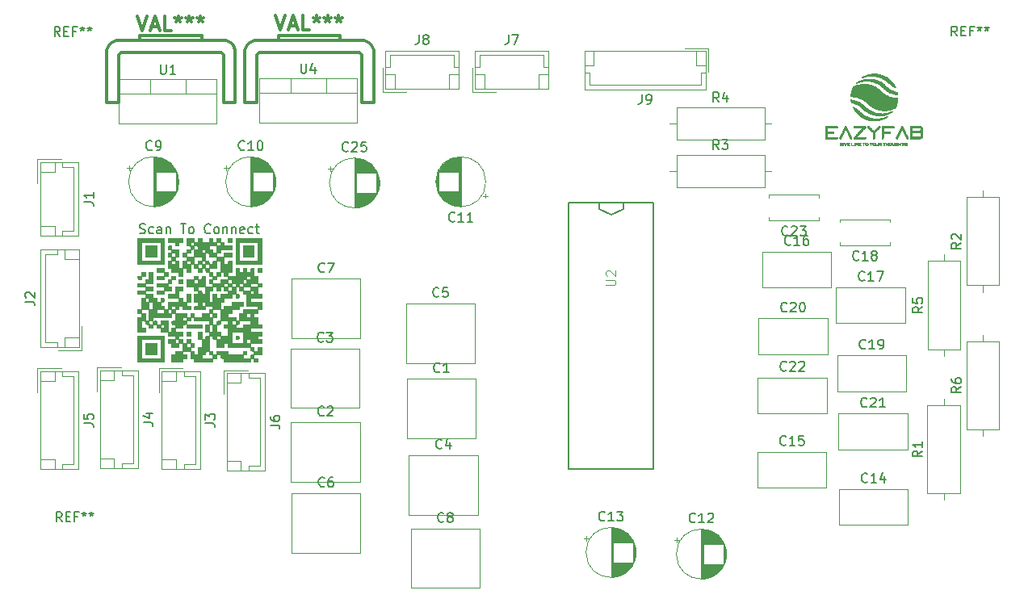
<source format=gbr>
%TF.GenerationSoftware,KiCad,Pcbnew,(5.1.6)-1*%
%TF.CreationDate,2020-09-04T13:31:07+05:30*%
%TF.ProjectId,tda7439,74646137-3433-4392-9e6b-696361645f70,rev?*%
%TF.SameCoordinates,Original*%
%TF.FileFunction,Legend,Top*%
%TF.FilePolarity,Positive*%
%FSLAX46Y46*%
G04 Gerber Fmt 4.6, Leading zero omitted, Abs format (unit mm)*
G04 Created by KiCad (PCBNEW (5.1.6)-1) date 2020-09-04 13:31:07*
%MOMM*%
%LPD*%
G01*
G04 APERTURE LIST*
%ADD10C,0.150000*%
%ADD11C,0.304800*%
%ADD12C,0.120000*%
%ADD13C,0.010000*%
%ADD14C,0.127000*%
%ADD15C,0.015000*%
G04 APERTURE END LIST*
D10*
X72460714Y-102979761D02*
X72603571Y-103027380D01*
X72841666Y-103027380D01*
X72936904Y-102979761D01*
X72984523Y-102932142D01*
X73032142Y-102836904D01*
X73032142Y-102741666D01*
X72984523Y-102646428D01*
X72936904Y-102598809D01*
X72841666Y-102551190D01*
X72651190Y-102503571D01*
X72555952Y-102455952D01*
X72508333Y-102408333D01*
X72460714Y-102313095D01*
X72460714Y-102217857D01*
X72508333Y-102122619D01*
X72555952Y-102075000D01*
X72651190Y-102027380D01*
X72889285Y-102027380D01*
X73032142Y-102075000D01*
X73889285Y-102979761D02*
X73794047Y-103027380D01*
X73603571Y-103027380D01*
X73508333Y-102979761D01*
X73460714Y-102932142D01*
X73413095Y-102836904D01*
X73413095Y-102551190D01*
X73460714Y-102455952D01*
X73508333Y-102408333D01*
X73603571Y-102360714D01*
X73794047Y-102360714D01*
X73889285Y-102408333D01*
X74746428Y-103027380D02*
X74746428Y-102503571D01*
X74698809Y-102408333D01*
X74603571Y-102360714D01*
X74413095Y-102360714D01*
X74317857Y-102408333D01*
X74746428Y-102979761D02*
X74651190Y-103027380D01*
X74413095Y-103027380D01*
X74317857Y-102979761D01*
X74270238Y-102884523D01*
X74270238Y-102789285D01*
X74317857Y-102694047D01*
X74413095Y-102646428D01*
X74651190Y-102646428D01*
X74746428Y-102598809D01*
X75222619Y-102360714D02*
X75222619Y-103027380D01*
X75222619Y-102455952D02*
X75270238Y-102408333D01*
X75365476Y-102360714D01*
X75508333Y-102360714D01*
X75603571Y-102408333D01*
X75651190Y-102503571D01*
X75651190Y-103027380D01*
X76746428Y-102027380D02*
X77317857Y-102027380D01*
X77032142Y-103027380D02*
X77032142Y-102027380D01*
X77794047Y-103027380D02*
X77698809Y-102979761D01*
X77651190Y-102932142D01*
X77603571Y-102836904D01*
X77603571Y-102551190D01*
X77651190Y-102455952D01*
X77698809Y-102408333D01*
X77794047Y-102360714D01*
X77936904Y-102360714D01*
X78032142Y-102408333D01*
X78079761Y-102455952D01*
X78127380Y-102551190D01*
X78127380Y-102836904D01*
X78079761Y-102932142D01*
X78032142Y-102979761D01*
X77936904Y-103027380D01*
X77794047Y-103027380D01*
X79889285Y-102932142D02*
X79841666Y-102979761D01*
X79698809Y-103027380D01*
X79603571Y-103027380D01*
X79460714Y-102979761D01*
X79365476Y-102884523D01*
X79317857Y-102789285D01*
X79270238Y-102598809D01*
X79270238Y-102455952D01*
X79317857Y-102265476D01*
X79365476Y-102170238D01*
X79460714Y-102075000D01*
X79603571Y-102027380D01*
X79698809Y-102027380D01*
X79841666Y-102075000D01*
X79889285Y-102122619D01*
X80460714Y-103027380D02*
X80365476Y-102979761D01*
X80317857Y-102932142D01*
X80270238Y-102836904D01*
X80270238Y-102551190D01*
X80317857Y-102455952D01*
X80365476Y-102408333D01*
X80460714Y-102360714D01*
X80603571Y-102360714D01*
X80698809Y-102408333D01*
X80746428Y-102455952D01*
X80794047Y-102551190D01*
X80794047Y-102836904D01*
X80746428Y-102932142D01*
X80698809Y-102979761D01*
X80603571Y-103027380D01*
X80460714Y-103027380D01*
X81222619Y-102360714D02*
X81222619Y-103027380D01*
X81222619Y-102455952D02*
X81270238Y-102408333D01*
X81365476Y-102360714D01*
X81508333Y-102360714D01*
X81603571Y-102408333D01*
X81651190Y-102503571D01*
X81651190Y-103027380D01*
X82127380Y-102360714D02*
X82127380Y-103027380D01*
X82127380Y-102455952D02*
X82175000Y-102408333D01*
X82270238Y-102360714D01*
X82413095Y-102360714D01*
X82508333Y-102408333D01*
X82555952Y-102503571D01*
X82555952Y-103027380D01*
X83413095Y-102979761D02*
X83317857Y-103027380D01*
X83127380Y-103027380D01*
X83032142Y-102979761D01*
X82984523Y-102884523D01*
X82984523Y-102503571D01*
X83032142Y-102408333D01*
X83127380Y-102360714D01*
X83317857Y-102360714D01*
X83413095Y-102408333D01*
X83460714Y-102503571D01*
X83460714Y-102598809D01*
X82984523Y-102694047D01*
X84317857Y-102979761D02*
X84222619Y-103027380D01*
X84032142Y-103027380D01*
X83936904Y-102979761D01*
X83889285Y-102932142D01*
X83841666Y-102836904D01*
X83841666Y-102551190D01*
X83889285Y-102455952D01*
X83936904Y-102408333D01*
X84032142Y-102360714D01*
X84222619Y-102360714D01*
X84317857Y-102408333D01*
X84603571Y-102360714D02*
X84984523Y-102360714D01*
X84746428Y-102027380D02*
X84746428Y-102884523D01*
X84794047Y-102979761D01*
X84889285Y-103027380D01*
X84984523Y-103027380D01*
D11*
%TO.C,hs_5770*%
X84750900Y-89275180D02*
X83501220Y-89275180D01*
X96998780Y-89275180D02*
X95749100Y-89275180D01*
X83999060Y-83026780D02*
X84499440Y-82775320D01*
X83750140Y-83275700D02*
X83999060Y-83026780D01*
X83501220Y-83776080D02*
X83750140Y-83275700D01*
X96749860Y-83275700D02*
X96998780Y-83776080D01*
X96500940Y-83026780D02*
X96749860Y-83275700D01*
X96000560Y-82775320D02*
X96500940Y-83026780D01*
X96000560Y-82775320D02*
X84499440Y-82775320D01*
X95500180Y-84025000D02*
X95749100Y-84276460D01*
X84999820Y-84025000D02*
X95500180Y-84025000D01*
X84750900Y-84276460D02*
X84999820Y-84025000D01*
X93501200Y-82274940D02*
X93501200Y-82775320D01*
X86998800Y-82274940D02*
X93501200Y-82274940D01*
X86998800Y-82775320D02*
X86998800Y-82274940D01*
X96998780Y-83776080D02*
X96998780Y-89275180D01*
X95749100Y-89275180D02*
X95749100Y-84276460D01*
X84750900Y-84276460D02*
X84750900Y-89275180D01*
X83501220Y-89275180D02*
X83501220Y-83776080D01*
X70250900Y-89300180D02*
X69001220Y-89300180D01*
X82498780Y-89300180D02*
X81249100Y-89300180D01*
X69499060Y-83051780D02*
X69999440Y-82800320D01*
X69250140Y-83300700D02*
X69499060Y-83051780D01*
X69001220Y-83801080D02*
X69250140Y-83300700D01*
X82249860Y-83300700D02*
X82498780Y-83801080D01*
X82000940Y-83051780D02*
X82249860Y-83300700D01*
X81500560Y-82800320D02*
X82000940Y-83051780D01*
X81500560Y-82800320D02*
X69999440Y-82800320D01*
X81000180Y-84050000D02*
X81249100Y-84301460D01*
X70499820Y-84050000D02*
X81000180Y-84050000D01*
X70250900Y-84301460D02*
X70499820Y-84050000D01*
X79001200Y-82299940D02*
X79001200Y-82800320D01*
X72498800Y-82299940D02*
X79001200Y-82299940D01*
X72498800Y-82800320D02*
X72498800Y-82299940D01*
X82498780Y-83801080D02*
X82498780Y-89300180D01*
X81249100Y-89300180D02*
X81249100Y-84301460D01*
X70250900Y-84301460D02*
X70250900Y-89300180D01*
X69001220Y-89300180D02*
X69001220Y-83801080D01*
D12*
%TO.C,J2*%
X62090000Y-114960000D02*
X66110000Y-114960000D01*
X66110000Y-114960000D02*
X66110000Y-104740000D01*
X66110000Y-104740000D02*
X62090000Y-104740000D01*
X62090000Y-104740000D02*
X62090000Y-114960000D01*
X63800000Y-114960000D02*
X63800000Y-114460000D01*
X63800000Y-114460000D02*
X62590000Y-114460000D01*
X62590000Y-114460000D02*
X62590000Y-105240000D01*
X62590000Y-105240000D02*
X63800000Y-105240000D01*
X63800000Y-105240000D02*
X63800000Y-104740000D01*
X64610000Y-114960000D02*
X64610000Y-113960000D01*
X64610000Y-113960000D02*
X66110000Y-113960000D01*
X64610000Y-104740000D02*
X64610000Y-105740000D01*
X64610000Y-105740000D02*
X66110000Y-105740000D01*
X63910000Y-115260000D02*
X66410000Y-115260000D01*
X66410000Y-115260000D02*
X66410000Y-112760000D01*
D13*
%TO.C,G\u002A\u002A\u002A*%
G36*
X84439600Y-105478800D02*
G01*
X83271200Y-105478800D01*
X83271200Y-104310400D01*
X84439600Y-104310400D01*
X84439600Y-105478800D01*
G37*
X84439600Y-105478800D02*
X83271200Y-105478800D01*
X83271200Y-104310400D01*
X84439600Y-104310400D01*
X84439600Y-105478800D01*
G36*
X74228800Y-105478800D02*
G01*
X73060400Y-105478800D01*
X73060400Y-104310400D01*
X74228800Y-104310400D01*
X74228800Y-105478800D01*
G37*
X74228800Y-105478800D02*
X73060400Y-105478800D01*
X73060400Y-104310400D01*
X74228800Y-104310400D01*
X74228800Y-105478800D01*
G36*
X82806167Y-113767063D02*
G01*
X82855038Y-113811431D01*
X82864777Y-113923466D01*
X82864800Y-113937000D01*
X82856936Y-114056167D01*
X82812568Y-114105038D01*
X82700533Y-114114777D01*
X82687000Y-114114800D01*
X82567832Y-114106936D01*
X82518961Y-114062568D01*
X82509222Y-113950533D01*
X82509200Y-113937000D01*
X82517063Y-113817832D01*
X82561431Y-113768961D01*
X82673466Y-113759222D01*
X82687000Y-113759200D01*
X82806167Y-113767063D01*
G37*
X82806167Y-113767063D02*
X82855038Y-113811431D01*
X82864777Y-113923466D01*
X82864800Y-113937000D01*
X82856936Y-114056167D01*
X82812568Y-114105038D01*
X82700533Y-114114777D01*
X82687000Y-114114800D01*
X82567832Y-114106936D01*
X82518961Y-114062568D01*
X82509222Y-113950533D01*
X82509200Y-113937000D01*
X82517063Y-113817832D01*
X82561431Y-113768961D01*
X82673466Y-113759222D01*
X82687000Y-113759200D01*
X82806167Y-113767063D01*
G36*
X78880101Y-105890582D02*
G01*
X78937919Y-105923817D01*
X78952745Y-106010535D01*
X78953200Y-106063000D01*
X78947048Y-106176839D01*
X78909065Y-106227429D01*
X78809959Y-106240402D01*
X78750000Y-106240800D01*
X78619898Y-106235417D01*
X78562080Y-106202182D01*
X78547254Y-106115464D01*
X78546800Y-106063000D01*
X78552951Y-105949160D01*
X78590934Y-105898570D01*
X78690040Y-105885597D01*
X78750000Y-105885200D01*
X78880101Y-105890582D01*
G37*
X78880101Y-105890582D02*
X78937919Y-105923817D01*
X78952745Y-106010535D01*
X78953200Y-106063000D01*
X78947048Y-106176839D01*
X78909065Y-106227429D01*
X78809959Y-106240402D01*
X78750000Y-106240800D01*
X78619898Y-106235417D01*
X78562080Y-106202182D01*
X78547254Y-106115464D01*
X78546800Y-106063000D01*
X78552951Y-105949160D01*
X78590934Y-105898570D01*
X78690040Y-105885597D01*
X78750000Y-105885200D01*
X78880101Y-105890582D01*
G36*
X80528000Y-106647200D02*
G01*
X79715200Y-106647200D01*
X79715200Y-106444000D01*
X79709817Y-106313898D01*
X79676582Y-106256080D01*
X79589864Y-106241254D01*
X79537400Y-106240800D01*
X79418232Y-106232936D01*
X79369361Y-106188568D01*
X79359622Y-106076533D01*
X79359600Y-106063000D01*
X79367463Y-105943832D01*
X79411831Y-105894961D01*
X79523866Y-105885222D01*
X79537400Y-105885200D01*
X79656567Y-105893063D01*
X79705438Y-105937431D01*
X79715177Y-106049466D01*
X79715200Y-106063000D01*
X79721351Y-106176839D01*
X79759334Y-106227429D01*
X79858440Y-106240402D01*
X79918400Y-106240800D01*
X80048501Y-106235417D01*
X80106319Y-106202182D01*
X80121145Y-106115464D01*
X80121600Y-106063000D01*
X80127751Y-105949160D01*
X80165734Y-105898570D01*
X80264840Y-105885597D01*
X80324800Y-105885200D01*
X80528000Y-105885200D01*
X80528000Y-106647200D01*
G37*
X80528000Y-106647200D02*
X79715200Y-106647200D01*
X79715200Y-106444000D01*
X79709817Y-106313898D01*
X79676582Y-106256080D01*
X79589864Y-106241254D01*
X79537400Y-106240800D01*
X79418232Y-106232936D01*
X79369361Y-106188568D01*
X79359622Y-106076533D01*
X79359600Y-106063000D01*
X79367463Y-105943832D01*
X79411831Y-105894961D01*
X79523866Y-105885222D01*
X79537400Y-105885200D01*
X79656567Y-105893063D01*
X79705438Y-105937431D01*
X79715177Y-106049466D01*
X79715200Y-106063000D01*
X79721351Y-106176839D01*
X79759334Y-106227429D01*
X79858440Y-106240402D01*
X79918400Y-106240800D01*
X80048501Y-106235417D01*
X80106319Y-106202182D01*
X80121145Y-106115464D01*
X80121600Y-106063000D01*
X80127751Y-105949160D01*
X80165734Y-105898570D01*
X80264840Y-105885597D01*
X80324800Y-105885200D01*
X80528000Y-105885200D01*
X80528000Y-106647200D01*
G36*
X80934400Y-107460000D02*
G01*
X80528000Y-107460000D01*
X80528000Y-107053600D01*
X80934400Y-107053600D01*
X80934400Y-107460000D01*
G37*
X80934400Y-107460000D02*
X80528000Y-107460000D01*
X80528000Y-107053600D01*
X80934400Y-107053600D01*
X80934400Y-107460000D01*
G36*
X83271200Y-109034800D02*
G01*
X82864800Y-109034800D01*
X82864800Y-108628400D01*
X83271200Y-108628400D01*
X83271200Y-109034800D01*
G37*
X83271200Y-109034800D02*
X82864800Y-109034800D01*
X82864800Y-108628400D01*
X83271200Y-108628400D01*
X83271200Y-109034800D01*
G36*
X81696400Y-108222000D02*
G01*
X82102800Y-108222000D01*
X82102800Y-108628400D01*
X81696400Y-108628400D01*
X81696400Y-108222000D01*
G37*
X81696400Y-108222000D02*
X82102800Y-108222000D01*
X82102800Y-108628400D01*
X81696400Y-108628400D01*
X81696400Y-108222000D01*
G36*
X81696400Y-109034800D02*
G01*
X81290000Y-109034800D01*
X81290000Y-108628400D01*
X81696400Y-108628400D01*
X81696400Y-109034800D01*
G37*
X81696400Y-109034800D02*
X81290000Y-109034800D01*
X81290000Y-108628400D01*
X81696400Y-108628400D01*
X81696400Y-109034800D01*
G36*
X82800839Y-109396551D02*
G01*
X82851429Y-109434534D01*
X82864402Y-109533640D01*
X82864800Y-109593600D01*
X82859417Y-109723701D01*
X82826182Y-109781519D01*
X82739464Y-109796345D01*
X82687000Y-109796800D01*
X82573160Y-109790648D01*
X82522570Y-109752665D01*
X82509597Y-109653559D01*
X82509200Y-109593600D01*
X82514582Y-109463498D01*
X82547817Y-109405680D01*
X82634535Y-109390854D01*
X82687000Y-109390400D01*
X82800839Y-109396551D01*
G37*
X82800839Y-109396551D02*
X82851429Y-109434534D01*
X82864402Y-109533640D01*
X82864800Y-109593600D01*
X82859417Y-109723701D01*
X82826182Y-109781519D01*
X82739464Y-109796345D01*
X82687000Y-109796800D01*
X82573160Y-109790648D01*
X82522570Y-109752665D01*
X82509597Y-109653559D01*
X82509200Y-109593600D01*
X82514582Y-109463498D01*
X82547817Y-109405680D01*
X82634535Y-109390854D01*
X82687000Y-109390400D01*
X82800839Y-109396551D01*
G36*
X80528000Y-111778000D02*
G01*
X80121600Y-111778000D01*
X80121600Y-111371600D01*
X80528000Y-111371600D01*
X80528000Y-111778000D01*
G37*
X80528000Y-111778000D02*
X80121600Y-111778000D01*
X80121600Y-111371600D01*
X80528000Y-111371600D01*
X80528000Y-111778000D01*
G36*
X82806167Y-112192263D02*
G01*
X82855038Y-112236631D01*
X82864777Y-112348666D01*
X82864800Y-112362200D01*
X82856936Y-112481367D01*
X82812568Y-112530238D01*
X82700533Y-112539977D01*
X82687000Y-112540000D01*
X82567832Y-112532136D01*
X82518961Y-112487768D01*
X82509222Y-112375733D01*
X82509200Y-112362200D01*
X82517063Y-112243032D01*
X82561431Y-112194161D01*
X82673466Y-112184422D01*
X82687000Y-112184400D01*
X82806167Y-112192263D01*
G37*
X82806167Y-112192263D02*
X82855038Y-112236631D01*
X82864777Y-112348666D01*
X82864800Y-112362200D01*
X82856936Y-112481367D01*
X82812568Y-112530238D01*
X82700533Y-112539977D01*
X82687000Y-112540000D01*
X82567832Y-112532136D01*
X82518961Y-112487768D01*
X82509222Y-112375733D01*
X82509200Y-112362200D01*
X82517063Y-112243032D01*
X82561431Y-112194161D01*
X82673466Y-112184422D01*
X82687000Y-112184400D01*
X82806167Y-112192263D01*
G36*
X78953200Y-112946400D02*
G01*
X77378400Y-112946400D01*
X77378400Y-112540000D01*
X78953200Y-112540000D01*
X78953200Y-112946400D01*
G37*
X78953200Y-112946400D02*
X77378400Y-112946400D01*
X77378400Y-112540000D01*
X78953200Y-112540000D01*
X78953200Y-112946400D01*
G36*
X77784800Y-113759200D02*
G01*
X77378400Y-113759200D01*
X77378400Y-113352800D01*
X77784800Y-113352800D01*
X77784800Y-113759200D01*
G37*
X77784800Y-113759200D02*
X77378400Y-113759200D01*
X77378400Y-113352800D01*
X77784800Y-113352800D01*
X77784800Y-113759200D01*
G36*
X80861301Y-112189782D02*
G01*
X80919119Y-112223017D01*
X80933945Y-112309735D01*
X80934400Y-112362200D01*
X80928248Y-112476039D01*
X80890265Y-112526629D01*
X80791159Y-112539602D01*
X80731200Y-112540000D01*
X80528000Y-112540000D01*
X80528000Y-113352800D01*
X80934400Y-113352800D01*
X80934400Y-113759200D01*
X80731200Y-113759200D01*
X80601098Y-113764582D01*
X80543280Y-113797817D01*
X80528454Y-113884535D01*
X80528000Y-113937000D01*
X80521848Y-114050839D01*
X80483865Y-114101429D01*
X80384759Y-114114402D01*
X80324800Y-114114800D01*
X80194698Y-114109417D01*
X80136880Y-114076182D01*
X80122054Y-113989464D01*
X80121600Y-113937000D01*
X80115448Y-113823160D01*
X80077465Y-113772570D01*
X79978359Y-113759597D01*
X79918400Y-113759200D01*
X79715200Y-113759200D01*
X79715200Y-113556000D01*
X79709817Y-113425898D01*
X79676582Y-113368080D01*
X79589864Y-113353254D01*
X79537400Y-113352800D01*
X79359600Y-113352800D01*
X79359600Y-112540000D01*
X79715200Y-112540000D01*
X79715200Y-113352800D01*
X80121600Y-113352800D01*
X80121600Y-112540000D01*
X80324800Y-112540000D01*
X80454901Y-112534617D01*
X80512719Y-112501382D01*
X80527545Y-112414664D01*
X80528000Y-112362200D01*
X80534151Y-112248360D01*
X80572134Y-112197770D01*
X80671240Y-112184797D01*
X80731200Y-112184400D01*
X80861301Y-112189782D01*
G37*
X80861301Y-112189782D02*
X80919119Y-112223017D01*
X80933945Y-112309735D01*
X80934400Y-112362200D01*
X80928248Y-112476039D01*
X80890265Y-112526629D01*
X80791159Y-112539602D01*
X80731200Y-112540000D01*
X80528000Y-112540000D01*
X80528000Y-113352800D01*
X80934400Y-113352800D01*
X80934400Y-113759200D01*
X80731200Y-113759200D01*
X80601098Y-113764582D01*
X80543280Y-113797817D01*
X80528454Y-113884535D01*
X80528000Y-113937000D01*
X80521848Y-114050839D01*
X80483865Y-114101429D01*
X80384759Y-114114402D01*
X80324800Y-114114800D01*
X80194698Y-114109417D01*
X80136880Y-114076182D01*
X80122054Y-113989464D01*
X80121600Y-113937000D01*
X80115448Y-113823160D01*
X80077465Y-113772570D01*
X79978359Y-113759597D01*
X79918400Y-113759200D01*
X79715200Y-113759200D01*
X79715200Y-113556000D01*
X79709817Y-113425898D01*
X79676582Y-113368080D01*
X79589864Y-113353254D01*
X79537400Y-113352800D01*
X79359600Y-113352800D01*
X79359600Y-112540000D01*
X79715200Y-112540000D01*
X79715200Y-113352800D01*
X80121600Y-113352800D01*
X80121600Y-112540000D01*
X80324800Y-112540000D01*
X80454901Y-112534617D01*
X80512719Y-112501382D01*
X80527545Y-112414664D01*
X80528000Y-112362200D01*
X80534151Y-112248360D01*
X80572134Y-112197770D01*
X80671240Y-112184797D01*
X80731200Y-112184400D01*
X80861301Y-112189782D01*
G36*
X78953200Y-114114800D02*
G01*
X78546800Y-114114800D01*
X78546800Y-113352800D01*
X78953200Y-113352800D01*
X78953200Y-114114800D01*
G37*
X78953200Y-114114800D02*
X78546800Y-114114800D01*
X78546800Y-113352800D01*
X78953200Y-113352800D01*
X78953200Y-114114800D01*
G36*
X77784800Y-114318000D02*
G01*
X77790182Y-114448101D01*
X77823417Y-114505919D01*
X77910135Y-114520745D01*
X77962600Y-114521200D01*
X78076439Y-114527351D01*
X78127029Y-114565334D01*
X78140002Y-114664440D01*
X78140400Y-114724400D01*
X78135017Y-114854501D01*
X78101782Y-114912319D01*
X78015064Y-114927145D01*
X77962600Y-114927600D01*
X77848760Y-114921448D01*
X77798170Y-114883465D01*
X77785197Y-114784359D01*
X77784800Y-114724400D01*
X77784800Y-114521200D01*
X77378400Y-114521200D01*
X77378400Y-114114800D01*
X77784800Y-114114800D01*
X77784800Y-114318000D01*
G37*
X77784800Y-114318000D02*
X77790182Y-114448101D01*
X77823417Y-114505919D01*
X77910135Y-114520745D01*
X77962600Y-114521200D01*
X78076439Y-114527351D01*
X78127029Y-114565334D01*
X78140002Y-114664440D01*
X78140400Y-114724400D01*
X78135017Y-114854501D01*
X78101782Y-114912319D01*
X78015064Y-114927145D01*
X77962600Y-114927600D01*
X77848760Y-114921448D01*
X77798170Y-114883465D01*
X77785197Y-114784359D01*
X77784800Y-114724400D01*
X77784800Y-114521200D01*
X77378400Y-114521200D01*
X77378400Y-114114800D01*
X77784800Y-114114800D01*
X77784800Y-114318000D01*
G36*
X83604501Y-115339382D02*
G01*
X83662319Y-115372617D01*
X83677145Y-115459335D01*
X83677600Y-115511800D01*
X83671448Y-115625639D01*
X83633465Y-115676229D01*
X83534359Y-115689202D01*
X83474400Y-115689600D01*
X83344298Y-115684217D01*
X83286480Y-115650982D01*
X83271654Y-115564264D01*
X83271200Y-115511800D01*
X83277351Y-115397960D01*
X83315334Y-115347370D01*
X83414440Y-115334397D01*
X83474400Y-115334000D01*
X83604501Y-115339382D01*
G37*
X83604501Y-115339382D02*
X83662319Y-115372617D01*
X83677145Y-115459335D01*
X83677600Y-115511800D01*
X83671448Y-115625639D01*
X83633465Y-115676229D01*
X83534359Y-115689202D01*
X83474400Y-115689600D01*
X83344298Y-115684217D01*
X83286480Y-115650982D01*
X83271654Y-115564264D01*
X83271200Y-115511800D01*
X83277351Y-115397960D01*
X83315334Y-115347370D01*
X83414440Y-115334397D01*
X83474400Y-115334000D01*
X83604501Y-115339382D01*
G36*
X80048501Y-115339382D02*
G01*
X80106319Y-115372617D01*
X80121145Y-115459335D01*
X80121600Y-115511800D01*
X80115448Y-115625639D01*
X80077465Y-115676229D01*
X79978359Y-115689202D01*
X79918400Y-115689600D01*
X79788298Y-115684217D01*
X79730480Y-115650982D01*
X79715654Y-115564264D01*
X79715200Y-115511800D01*
X79721351Y-115397960D01*
X79759334Y-115347370D01*
X79858440Y-115334397D01*
X79918400Y-115334000D01*
X80048501Y-115339382D01*
G37*
X80048501Y-115339382D02*
X80106319Y-115372617D01*
X80121145Y-115459335D01*
X80121600Y-115511800D01*
X80115448Y-115625639D01*
X80077465Y-115676229D01*
X79978359Y-115689202D01*
X79918400Y-115689600D01*
X79788298Y-115684217D01*
X79730480Y-115650982D01*
X79715654Y-115564264D01*
X79715200Y-115511800D01*
X79721351Y-115397960D01*
X79759334Y-115347370D01*
X79858440Y-115334397D01*
X79918400Y-115334000D01*
X80048501Y-115339382D01*
G36*
X74228800Y-115689600D02*
G01*
X73060400Y-115689600D01*
X73060400Y-114521200D01*
X74228800Y-114521200D01*
X74228800Y-115689600D01*
G37*
X74228800Y-115689600D02*
X73060400Y-115689600D01*
X73060400Y-114521200D01*
X74228800Y-114521200D01*
X74228800Y-115689600D01*
G36*
X82102800Y-103904000D02*
G01*
X81696400Y-103904000D01*
X81696400Y-103497600D01*
X82102800Y-103497600D01*
X82102800Y-103904000D01*
G37*
X82102800Y-103904000D02*
X81696400Y-103904000D01*
X81696400Y-103497600D01*
X82102800Y-103497600D01*
X82102800Y-103904000D01*
G36*
X76972000Y-103904000D02*
G01*
X76565600Y-103904000D01*
X76565600Y-104107200D01*
X76560217Y-104237301D01*
X76526982Y-104295119D01*
X76440264Y-104309945D01*
X76387800Y-104310400D01*
X76273960Y-104304248D01*
X76223370Y-104266265D01*
X76210397Y-104167159D01*
X76210000Y-104107200D01*
X76210000Y-103904000D01*
X75397200Y-103904000D01*
X75397200Y-103497600D01*
X76972000Y-103497600D01*
X76972000Y-103904000D01*
G37*
X76972000Y-103904000D02*
X76565600Y-103904000D01*
X76565600Y-104107200D01*
X76560217Y-104237301D01*
X76526982Y-104295119D01*
X76440264Y-104309945D01*
X76387800Y-104310400D01*
X76273960Y-104304248D01*
X76223370Y-104266265D01*
X76210397Y-104167159D01*
X76210000Y-104107200D01*
X76210000Y-103904000D01*
X75397200Y-103904000D01*
X75397200Y-103497600D01*
X76972000Y-103497600D01*
X76972000Y-103904000D01*
G36*
X85252400Y-106240800D02*
G01*
X82509200Y-106240800D01*
X82509200Y-103904000D01*
X82864800Y-103904000D01*
X82864800Y-105885200D01*
X84846000Y-105885200D01*
X84846000Y-103904000D01*
X82864800Y-103904000D01*
X82509200Y-103904000D01*
X82509200Y-103497600D01*
X85252400Y-103497600D01*
X85252400Y-106240800D01*
G37*
X85252400Y-106240800D02*
X82509200Y-106240800D01*
X82509200Y-103904000D01*
X82864800Y-103904000D01*
X82864800Y-105885200D01*
X84846000Y-105885200D01*
X84846000Y-103904000D01*
X82864800Y-103904000D01*
X82509200Y-103904000D01*
X82509200Y-103497600D01*
X85252400Y-103497600D01*
X85252400Y-106240800D01*
G36*
X74990800Y-106240800D02*
G01*
X72247600Y-106240800D01*
X72247600Y-103904000D01*
X72654000Y-103904000D01*
X72654000Y-105885200D01*
X74635200Y-105885200D01*
X74635200Y-103904000D01*
X72654000Y-103904000D01*
X72247600Y-103904000D01*
X72247600Y-103497600D01*
X74990800Y-103497600D01*
X74990800Y-106240800D01*
G37*
X74990800Y-106240800D02*
X72247600Y-106240800D01*
X72247600Y-103904000D01*
X72654000Y-103904000D01*
X72654000Y-105885200D01*
X74635200Y-105885200D01*
X74635200Y-103904000D01*
X72654000Y-103904000D01*
X72247600Y-103904000D01*
X72247600Y-103497600D01*
X74990800Y-103497600D01*
X74990800Y-106240800D01*
G36*
X85252400Y-107053600D02*
G01*
X84846000Y-107053600D01*
X84846000Y-106647200D01*
X85252400Y-106647200D01*
X85252400Y-107053600D01*
G37*
X85252400Y-107053600D02*
X84846000Y-107053600D01*
X84846000Y-106647200D01*
X85252400Y-106647200D01*
X85252400Y-107053600D01*
G36*
X74228800Y-107053600D02*
G01*
X74228800Y-106647200D01*
X74990800Y-106647200D01*
X74990800Y-107053600D01*
X74228800Y-107053600D01*
G37*
X74228800Y-107053600D02*
X74228800Y-106647200D01*
X74990800Y-106647200D01*
X74990800Y-107053600D01*
X74228800Y-107053600D01*
G36*
X75397200Y-107053600D02*
G01*
X75397200Y-107460000D01*
X75194000Y-107460000D01*
X75063898Y-107465382D01*
X75006080Y-107498617D01*
X74991254Y-107585335D01*
X74990800Y-107637800D01*
X74990800Y-107815600D01*
X74228800Y-107815600D01*
X74228800Y-107460000D01*
X74990800Y-107460000D01*
X74990800Y-107053600D01*
X75397200Y-107053600D01*
G37*
X75397200Y-107053600D02*
X75397200Y-107460000D01*
X75194000Y-107460000D01*
X75063898Y-107465382D01*
X75006080Y-107498617D01*
X74991254Y-107585335D01*
X74990800Y-107637800D01*
X74990800Y-107815600D01*
X74228800Y-107815600D01*
X74228800Y-107460000D01*
X74990800Y-107460000D01*
X74990800Y-107053600D01*
X75397200Y-107053600D01*
G36*
X73060400Y-107460000D02*
G01*
X72857200Y-107460000D01*
X72727098Y-107465382D01*
X72669280Y-107498617D01*
X72654454Y-107585335D01*
X72654000Y-107637800D01*
X72647848Y-107751639D01*
X72609865Y-107802229D01*
X72510759Y-107815202D01*
X72450800Y-107815600D01*
X72320698Y-107810217D01*
X72262880Y-107776982D01*
X72248054Y-107690264D01*
X72247600Y-107637800D01*
X72253751Y-107523960D01*
X72291734Y-107473370D01*
X72390840Y-107460397D01*
X72450800Y-107460000D01*
X72654000Y-107460000D01*
X72654000Y-107053600D01*
X73060400Y-107053600D01*
X73060400Y-107460000D01*
G37*
X73060400Y-107460000D02*
X72857200Y-107460000D01*
X72727098Y-107465382D01*
X72669280Y-107498617D01*
X72654454Y-107585335D01*
X72654000Y-107637800D01*
X72647848Y-107751639D01*
X72609865Y-107802229D01*
X72510759Y-107815202D01*
X72450800Y-107815600D01*
X72320698Y-107810217D01*
X72262880Y-107776982D01*
X72248054Y-107690264D01*
X72247600Y-107637800D01*
X72253751Y-107523960D01*
X72291734Y-107473370D01*
X72390840Y-107460397D01*
X72450800Y-107460000D01*
X72654000Y-107460000D01*
X72654000Y-107053600D01*
X73060400Y-107053600D01*
X73060400Y-107460000D01*
G36*
X76972000Y-108222000D02*
G01*
X76565600Y-108222000D01*
X76565600Y-107815600D01*
X76972000Y-107815600D01*
X76972000Y-108222000D01*
G37*
X76972000Y-108222000D02*
X76565600Y-108222000D01*
X76565600Y-107815600D01*
X76972000Y-107815600D01*
X76972000Y-108222000D01*
G36*
X74990800Y-108628400D02*
G01*
X74228800Y-108628400D01*
X74228800Y-108222000D01*
X75397200Y-108222000D01*
X75397200Y-108628400D01*
X75803600Y-108628400D01*
X75803600Y-109034800D01*
X74990800Y-109034800D01*
X74990800Y-108628400D01*
G37*
X74990800Y-108628400D02*
X74228800Y-108628400D01*
X74228800Y-108222000D01*
X75397200Y-108222000D01*
X75397200Y-108628400D01*
X75803600Y-108628400D01*
X75803600Y-109034800D01*
X74990800Y-109034800D01*
X74990800Y-108628400D01*
G36*
X75397200Y-107815600D02*
G01*
X75600400Y-107815600D01*
X75730501Y-107810217D01*
X75788319Y-107776982D01*
X75803145Y-107690264D01*
X75803600Y-107637800D01*
X75809751Y-107523960D01*
X75847734Y-107473370D01*
X75946840Y-107460397D01*
X76006800Y-107460000D01*
X76136901Y-107465382D01*
X76194719Y-107498617D01*
X76209545Y-107585335D01*
X76210000Y-107637800D01*
X76203848Y-107751639D01*
X76165865Y-107802229D01*
X76066759Y-107815202D01*
X76006800Y-107815600D01*
X75803600Y-107815600D01*
X75803600Y-108222000D01*
X75397200Y-108222000D01*
X75397200Y-107815600D01*
G37*
X75397200Y-107815600D02*
X75600400Y-107815600D01*
X75730501Y-107810217D01*
X75788319Y-107776982D01*
X75803145Y-107690264D01*
X75803600Y-107637800D01*
X75809751Y-107523960D01*
X75847734Y-107473370D01*
X75946840Y-107460397D01*
X76006800Y-107460000D01*
X76136901Y-107465382D01*
X76194719Y-107498617D01*
X76209545Y-107585335D01*
X76210000Y-107637800D01*
X76203848Y-107751639D01*
X76165865Y-107802229D01*
X76066759Y-107815202D01*
X76006800Y-107815600D01*
X75803600Y-107815600D01*
X75803600Y-108222000D01*
X75397200Y-108222000D01*
X75397200Y-107815600D01*
G36*
X74990800Y-109390400D02*
G01*
X74228800Y-109390400D01*
X74228800Y-109034800D01*
X74990800Y-109034800D01*
X74990800Y-109390400D01*
G37*
X74990800Y-109390400D02*
X74228800Y-109390400D01*
X74228800Y-109034800D01*
X74990800Y-109034800D01*
X74990800Y-109390400D01*
G36*
X72654000Y-110965200D02*
G01*
X72654000Y-110000000D01*
X73060400Y-110000000D01*
X73065782Y-110130101D01*
X73099017Y-110187919D01*
X73185735Y-110202745D01*
X73238200Y-110203200D01*
X73416000Y-110203200D01*
X73416000Y-110000000D01*
X73410617Y-109869898D01*
X73377382Y-109812080D01*
X73290664Y-109797254D01*
X73238200Y-109796800D01*
X73124360Y-109802951D01*
X73073770Y-109840934D01*
X73060797Y-109940040D01*
X73060400Y-110000000D01*
X72654000Y-110000000D01*
X72654000Y-109796800D01*
X73060400Y-109796800D01*
X73060400Y-109390400D01*
X73822400Y-109390400D01*
X73822400Y-109796800D01*
X74228800Y-109796800D01*
X74228800Y-110203200D01*
X74635200Y-110203200D01*
X74635200Y-110000000D01*
X74640582Y-109869898D01*
X74673817Y-109812080D01*
X74760535Y-109797254D01*
X74813000Y-109796800D01*
X74926839Y-109802951D01*
X74977429Y-109840934D01*
X74990402Y-109940040D01*
X74990800Y-110000000D01*
X74985417Y-110130101D01*
X74952182Y-110187919D01*
X74865464Y-110202745D01*
X74813000Y-110203200D01*
X74699160Y-110209351D01*
X74648570Y-110247334D01*
X74635597Y-110346440D01*
X74635200Y-110406400D01*
X74640582Y-110536501D01*
X74673817Y-110594319D01*
X74760535Y-110609145D01*
X74813000Y-110609600D01*
X74932167Y-110617463D01*
X74981038Y-110661831D01*
X74990777Y-110773866D01*
X74990800Y-110787400D01*
X74996951Y-110901239D01*
X75034934Y-110951829D01*
X75134040Y-110964802D01*
X75194000Y-110965200D01*
X75397200Y-110965200D01*
X75397200Y-111371600D01*
X75803600Y-111371600D01*
X75803600Y-111778000D01*
X73822400Y-111778000D01*
X73822400Y-112184400D01*
X73416000Y-112184400D01*
X73416000Y-110965200D01*
X73822400Y-110965200D01*
X74228800Y-110965200D01*
X74228800Y-111371600D01*
X74990800Y-111371600D01*
X74990800Y-110965200D01*
X74228800Y-110965200D01*
X73822400Y-110965200D01*
X73822400Y-110203200D01*
X73416000Y-110203200D01*
X73416000Y-110965200D01*
X72654000Y-110965200D01*
G37*
X72654000Y-110965200D02*
X72654000Y-110000000D01*
X73060400Y-110000000D01*
X73065782Y-110130101D01*
X73099017Y-110187919D01*
X73185735Y-110202745D01*
X73238200Y-110203200D01*
X73416000Y-110203200D01*
X73416000Y-110000000D01*
X73410617Y-109869898D01*
X73377382Y-109812080D01*
X73290664Y-109797254D01*
X73238200Y-109796800D01*
X73124360Y-109802951D01*
X73073770Y-109840934D01*
X73060797Y-109940040D01*
X73060400Y-110000000D01*
X72654000Y-110000000D01*
X72654000Y-109796800D01*
X73060400Y-109796800D01*
X73060400Y-109390400D01*
X73822400Y-109390400D01*
X73822400Y-109796800D01*
X74228800Y-109796800D01*
X74228800Y-110203200D01*
X74635200Y-110203200D01*
X74635200Y-110000000D01*
X74640582Y-109869898D01*
X74673817Y-109812080D01*
X74760535Y-109797254D01*
X74813000Y-109796800D01*
X74926839Y-109802951D01*
X74977429Y-109840934D01*
X74990402Y-109940040D01*
X74990800Y-110000000D01*
X74985417Y-110130101D01*
X74952182Y-110187919D01*
X74865464Y-110202745D01*
X74813000Y-110203200D01*
X74699160Y-110209351D01*
X74648570Y-110247334D01*
X74635597Y-110346440D01*
X74635200Y-110406400D01*
X74640582Y-110536501D01*
X74673817Y-110594319D01*
X74760535Y-110609145D01*
X74813000Y-110609600D01*
X74932167Y-110617463D01*
X74981038Y-110661831D01*
X74990777Y-110773866D01*
X74990800Y-110787400D01*
X74996951Y-110901239D01*
X75034934Y-110951829D01*
X75134040Y-110964802D01*
X75194000Y-110965200D01*
X75397200Y-110965200D01*
X75397200Y-111371600D01*
X75803600Y-111371600D01*
X75803600Y-111778000D01*
X73822400Y-111778000D01*
X73822400Y-112184400D01*
X73416000Y-112184400D01*
X73416000Y-110965200D01*
X73822400Y-110965200D01*
X74228800Y-110965200D01*
X74228800Y-111371600D01*
X74990800Y-111371600D01*
X74990800Y-110965200D01*
X74228800Y-110965200D01*
X73822400Y-110965200D01*
X73822400Y-110203200D01*
X73416000Y-110203200D01*
X73416000Y-110965200D01*
X72654000Y-110965200D01*
G36*
X74635200Y-113352800D02*
G01*
X74635200Y-112946400D01*
X74228800Y-112946400D01*
X74228800Y-112540000D01*
X73822400Y-112540000D01*
X73822400Y-112946400D01*
X73416000Y-112946400D01*
X73416000Y-112743200D01*
X73410617Y-112613098D01*
X73377382Y-112555280D01*
X73290664Y-112540454D01*
X73238200Y-112540000D01*
X73119032Y-112532136D01*
X73070161Y-112487768D01*
X73060422Y-112375733D01*
X73060400Y-112362200D01*
X73054248Y-112248360D01*
X73016265Y-112197770D01*
X72917159Y-112184797D01*
X72857200Y-112184400D01*
X72654000Y-112184400D01*
X72654000Y-112946400D01*
X73060400Y-112946400D01*
X73060400Y-113352800D01*
X72247600Y-113352800D01*
X72247600Y-111778000D01*
X72654000Y-111778000D01*
X72654000Y-111371600D01*
X73060400Y-111371600D01*
X73060400Y-112184400D01*
X73238200Y-112184400D01*
X73357367Y-112192263D01*
X73406238Y-112236631D01*
X73415977Y-112348666D01*
X73416000Y-112362200D01*
X73422151Y-112476039D01*
X73460134Y-112526629D01*
X73559240Y-112539602D01*
X73619200Y-112540000D01*
X73749301Y-112534617D01*
X73807119Y-112501382D01*
X73821945Y-112414664D01*
X73822400Y-112362200D01*
X73828551Y-112248360D01*
X73866534Y-112197770D01*
X73965640Y-112184797D01*
X74025600Y-112184400D01*
X74155701Y-112189782D01*
X74213519Y-112223017D01*
X74228345Y-112309735D01*
X74228800Y-112362200D01*
X74234951Y-112476039D01*
X74272934Y-112526629D01*
X74372040Y-112539602D01*
X74432000Y-112540000D01*
X74635200Y-112540000D01*
X74635200Y-112743200D01*
X74640582Y-112873301D01*
X74673817Y-112931119D01*
X74760535Y-112945945D01*
X74813000Y-112946400D01*
X74926839Y-112940248D01*
X74977429Y-112902265D01*
X74990402Y-112803159D01*
X74990800Y-112743200D01*
X74985417Y-112613098D01*
X74952182Y-112555280D01*
X74865464Y-112540454D01*
X74813000Y-112540000D01*
X74693832Y-112532136D01*
X74644961Y-112487768D01*
X74635222Y-112375733D01*
X74635200Y-112362200D01*
X74635200Y-112184400D01*
X75397200Y-112184400D01*
X75397200Y-113352800D01*
X74635200Y-113352800D01*
G37*
X74635200Y-113352800D02*
X74635200Y-112946400D01*
X74228800Y-112946400D01*
X74228800Y-112540000D01*
X73822400Y-112540000D01*
X73822400Y-112946400D01*
X73416000Y-112946400D01*
X73416000Y-112743200D01*
X73410617Y-112613098D01*
X73377382Y-112555280D01*
X73290664Y-112540454D01*
X73238200Y-112540000D01*
X73119032Y-112532136D01*
X73070161Y-112487768D01*
X73060422Y-112375733D01*
X73060400Y-112362200D01*
X73054248Y-112248360D01*
X73016265Y-112197770D01*
X72917159Y-112184797D01*
X72857200Y-112184400D01*
X72654000Y-112184400D01*
X72654000Y-112946400D01*
X73060400Y-112946400D01*
X73060400Y-113352800D01*
X72247600Y-113352800D01*
X72247600Y-111778000D01*
X72654000Y-111778000D01*
X72654000Y-111371600D01*
X73060400Y-111371600D01*
X73060400Y-112184400D01*
X73238200Y-112184400D01*
X73357367Y-112192263D01*
X73406238Y-112236631D01*
X73415977Y-112348666D01*
X73416000Y-112362200D01*
X73422151Y-112476039D01*
X73460134Y-112526629D01*
X73559240Y-112539602D01*
X73619200Y-112540000D01*
X73749301Y-112534617D01*
X73807119Y-112501382D01*
X73821945Y-112414664D01*
X73822400Y-112362200D01*
X73828551Y-112248360D01*
X73866534Y-112197770D01*
X73965640Y-112184797D01*
X74025600Y-112184400D01*
X74155701Y-112189782D01*
X74213519Y-112223017D01*
X74228345Y-112309735D01*
X74228800Y-112362200D01*
X74234951Y-112476039D01*
X74272934Y-112526629D01*
X74372040Y-112539602D01*
X74432000Y-112540000D01*
X74635200Y-112540000D01*
X74635200Y-112743200D01*
X74640582Y-112873301D01*
X74673817Y-112931119D01*
X74760535Y-112945945D01*
X74813000Y-112946400D01*
X74926839Y-112940248D01*
X74977429Y-112902265D01*
X74990402Y-112803159D01*
X74990800Y-112743200D01*
X74985417Y-112613098D01*
X74952182Y-112555280D01*
X74865464Y-112540454D01*
X74813000Y-112540000D01*
X74693832Y-112532136D01*
X74644961Y-112487768D01*
X74635222Y-112375733D01*
X74635200Y-112362200D01*
X74635200Y-112184400D01*
X75397200Y-112184400D01*
X75397200Y-113352800D01*
X74635200Y-113352800D01*
G36*
X72247600Y-111371600D02*
G01*
X72247600Y-110965200D01*
X72654000Y-110965200D01*
X72654000Y-111371600D01*
X72247600Y-111371600D01*
G37*
X72247600Y-111371600D02*
X72247600Y-110965200D01*
X72654000Y-110965200D01*
X72654000Y-111371600D01*
X72247600Y-111371600D01*
G36*
X73060400Y-108628400D02*
G01*
X72247600Y-108628400D01*
X72247600Y-108222000D01*
X73060400Y-108222000D01*
X73060400Y-108628400D01*
G37*
X73060400Y-108628400D02*
X72247600Y-108628400D01*
X72247600Y-108222000D01*
X73060400Y-108222000D01*
X73060400Y-108628400D01*
G36*
X73822400Y-108628400D02*
G01*
X73822400Y-109034800D01*
X73060400Y-109034800D01*
X73060400Y-108628400D01*
X73822400Y-108628400D01*
G37*
X73822400Y-108628400D02*
X73822400Y-109034800D01*
X73060400Y-109034800D01*
X73060400Y-108628400D01*
X73822400Y-108628400D01*
G36*
X73060400Y-109390400D02*
G01*
X72247600Y-109390400D01*
X72247600Y-109034800D01*
X73060400Y-109034800D01*
X73060400Y-109390400D01*
G37*
X73060400Y-109390400D02*
X72247600Y-109390400D01*
X72247600Y-109034800D01*
X73060400Y-109034800D01*
X73060400Y-109390400D01*
G36*
X75803600Y-113352800D02*
G01*
X75803600Y-112946400D01*
X76210000Y-112946400D01*
X76210000Y-113352800D01*
X76972000Y-113352800D01*
X76972000Y-113759200D01*
X76768800Y-113759200D01*
X76638698Y-113764582D01*
X76580880Y-113797817D01*
X76566054Y-113884535D01*
X76565600Y-113937000D01*
X76557736Y-114056167D01*
X76513368Y-114105038D01*
X76401333Y-114114777D01*
X76387800Y-114114800D01*
X76273960Y-114120951D01*
X76223370Y-114158934D01*
X76210397Y-114258040D01*
X76210000Y-114318000D01*
X76215382Y-114448101D01*
X76248617Y-114505919D01*
X76335335Y-114520745D01*
X76387800Y-114521200D01*
X76501639Y-114515048D01*
X76552229Y-114477065D01*
X76565202Y-114377959D01*
X76565600Y-114318000D01*
X76565600Y-114114800D01*
X76972000Y-114114800D01*
X76972000Y-114521200D01*
X76565600Y-114521200D01*
X76565600Y-114927600D01*
X75803600Y-114927600D01*
X75803600Y-114521200D01*
X75397200Y-114521200D01*
X75397200Y-114114800D01*
X76210000Y-114114800D01*
X76210000Y-113759200D01*
X75397200Y-113759200D01*
X75397200Y-113352800D01*
X75803600Y-113352800D01*
G37*
X75803600Y-113352800D02*
X75803600Y-112946400D01*
X76210000Y-112946400D01*
X76210000Y-113352800D01*
X76972000Y-113352800D01*
X76972000Y-113759200D01*
X76768800Y-113759200D01*
X76638698Y-113764582D01*
X76580880Y-113797817D01*
X76566054Y-113884535D01*
X76565600Y-113937000D01*
X76557736Y-114056167D01*
X76513368Y-114105038D01*
X76401333Y-114114777D01*
X76387800Y-114114800D01*
X76273960Y-114120951D01*
X76223370Y-114158934D01*
X76210397Y-114258040D01*
X76210000Y-114318000D01*
X76215382Y-114448101D01*
X76248617Y-114505919D01*
X76335335Y-114520745D01*
X76387800Y-114521200D01*
X76501639Y-114515048D01*
X76552229Y-114477065D01*
X76565202Y-114377959D01*
X76565600Y-114318000D01*
X76565600Y-114114800D01*
X76972000Y-114114800D01*
X76972000Y-114521200D01*
X76565600Y-114521200D01*
X76565600Y-114927600D01*
X75803600Y-114927600D01*
X75803600Y-114521200D01*
X75397200Y-114521200D01*
X75397200Y-114114800D01*
X76210000Y-114114800D01*
X76210000Y-113759200D01*
X75397200Y-113759200D01*
X75397200Y-113352800D01*
X75803600Y-113352800D01*
G36*
X75397200Y-110203200D02*
G01*
X76565600Y-110203200D01*
X76565600Y-109796800D01*
X76972000Y-109796800D01*
X76972000Y-110203200D01*
X77378400Y-110203200D01*
X77378400Y-110609600D01*
X77581600Y-110609600D01*
X77711701Y-110614982D01*
X77769519Y-110648217D01*
X77784345Y-110734935D01*
X77784800Y-110787400D01*
X77784800Y-110965200D01*
X76972000Y-110965200D01*
X76972000Y-110787400D01*
X76965848Y-110673560D01*
X76927865Y-110622970D01*
X76828759Y-110609997D01*
X76768800Y-110609600D01*
X76638698Y-110614982D01*
X76580880Y-110648217D01*
X76566054Y-110734935D01*
X76565600Y-110787400D01*
X76557736Y-110906567D01*
X76513368Y-110955438D01*
X76401333Y-110965177D01*
X76387800Y-110965200D01*
X76273960Y-110971351D01*
X76223370Y-111009334D01*
X76210397Y-111108440D01*
X76210000Y-111168400D01*
X76210000Y-111371600D01*
X75803600Y-111371600D01*
X75803600Y-110965200D01*
X76006800Y-110965200D01*
X76136901Y-110959817D01*
X76194719Y-110926582D01*
X76209545Y-110839864D01*
X76210000Y-110787400D01*
X76203848Y-110673560D01*
X76165865Y-110622970D01*
X76066759Y-110609997D01*
X76006800Y-110609600D01*
X75876698Y-110614982D01*
X75818880Y-110648217D01*
X75804054Y-110734935D01*
X75803600Y-110787400D01*
X75797448Y-110901239D01*
X75759465Y-110951829D01*
X75660359Y-110964802D01*
X75600400Y-110965200D01*
X75397200Y-110965200D01*
X75397200Y-110203200D01*
G37*
X75397200Y-110203200D02*
X76565600Y-110203200D01*
X76565600Y-109796800D01*
X76972000Y-109796800D01*
X76972000Y-110203200D01*
X77378400Y-110203200D01*
X77378400Y-110609600D01*
X77581600Y-110609600D01*
X77711701Y-110614982D01*
X77769519Y-110648217D01*
X77784345Y-110734935D01*
X77784800Y-110787400D01*
X77784800Y-110965200D01*
X76972000Y-110965200D01*
X76972000Y-110787400D01*
X76965848Y-110673560D01*
X76927865Y-110622970D01*
X76828759Y-110609997D01*
X76768800Y-110609600D01*
X76638698Y-110614982D01*
X76580880Y-110648217D01*
X76566054Y-110734935D01*
X76565600Y-110787400D01*
X76557736Y-110906567D01*
X76513368Y-110955438D01*
X76401333Y-110965177D01*
X76387800Y-110965200D01*
X76273960Y-110971351D01*
X76223370Y-111009334D01*
X76210397Y-111108440D01*
X76210000Y-111168400D01*
X76210000Y-111371600D01*
X75803600Y-111371600D01*
X75803600Y-110965200D01*
X76006800Y-110965200D01*
X76136901Y-110959817D01*
X76194719Y-110926582D01*
X76209545Y-110839864D01*
X76210000Y-110787400D01*
X76203848Y-110673560D01*
X76165865Y-110622970D01*
X76066759Y-110609997D01*
X76006800Y-110609600D01*
X75876698Y-110614982D01*
X75818880Y-110648217D01*
X75804054Y-110734935D01*
X75803600Y-110787400D01*
X75797448Y-110901239D01*
X75759465Y-110951829D01*
X75660359Y-110964802D01*
X75600400Y-110965200D01*
X75397200Y-110965200D01*
X75397200Y-110203200D01*
G36*
X73060400Y-108018800D02*
G01*
X73065782Y-107888698D01*
X73099017Y-107830880D01*
X73185735Y-107816054D01*
X73238200Y-107815600D01*
X73416000Y-107815600D01*
X73416000Y-107053600D01*
X73822400Y-107053600D01*
X73822400Y-108222000D01*
X73060400Y-108222000D01*
X73060400Y-108018800D01*
G37*
X73060400Y-108018800D02*
X73065782Y-107888698D01*
X73099017Y-107830880D01*
X73185735Y-107816054D01*
X73238200Y-107815600D01*
X73416000Y-107815600D01*
X73416000Y-107053600D01*
X73822400Y-107053600D01*
X73822400Y-108222000D01*
X73060400Y-108222000D01*
X73060400Y-108018800D01*
G36*
X81290000Y-106240800D02*
G01*
X81493200Y-106240800D01*
X81623301Y-106235417D01*
X81681119Y-106202182D01*
X81695945Y-106115464D01*
X81696400Y-106063000D01*
X81702551Y-105949160D01*
X81740534Y-105898570D01*
X81839640Y-105885597D01*
X81899600Y-105885200D01*
X82102800Y-105885200D01*
X82102800Y-107053600D01*
X81696400Y-107053600D01*
X81696400Y-107460000D01*
X82509200Y-107460000D01*
X82509200Y-106647200D01*
X82687000Y-106647200D01*
X82800839Y-106653351D01*
X82851429Y-106691334D01*
X82864402Y-106790440D01*
X82864800Y-106850400D01*
X82864800Y-107053600D01*
X83271200Y-107053600D01*
X83271200Y-106647200D01*
X83677600Y-106647200D01*
X83677600Y-107053600D01*
X84084000Y-107053600D01*
X84084000Y-106850400D01*
X84089382Y-106720298D01*
X84122617Y-106662480D01*
X84209335Y-106647654D01*
X84261800Y-106647200D01*
X84439600Y-106647200D01*
X84439600Y-107460000D01*
X84846000Y-107460000D01*
X84846000Y-108222000D01*
X84084000Y-108222000D01*
X84084000Y-108628400D01*
X83271200Y-108628400D01*
X83271200Y-108222000D01*
X82864800Y-108222000D01*
X82864800Y-108425200D01*
X82859417Y-108555301D01*
X82826182Y-108613119D01*
X82739464Y-108627945D01*
X82687000Y-108628400D01*
X82573160Y-108622248D01*
X82522570Y-108584265D01*
X82509597Y-108485159D01*
X82509200Y-108425200D01*
X82509200Y-108222000D01*
X82102800Y-108222000D01*
X82102800Y-107815600D01*
X83271200Y-107815600D01*
X83271200Y-108222000D01*
X83677600Y-108222000D01*
X83677600Y-107815600D01*
X83880800Y-107815600D01*
X84010901Y-107810217D01*
X84068719Y-107776982D01*
X84083545Y-107690264D01*
X84084000Y-107637800D01*
X84077848Y-107523960D01*
X84039865Y-107473370D01*
X83940759Y-107460397D01*
X83880800Y-107460000D01*
X83750698Y-107465382D01*
X83692880Y-107498617D01*
X83678054Y-107585335D01*
X83677600Y-107637800D01*
X83671448Y-107751639D01*
X83633465Y-107802229D01*
X83534359Y-107815202D01*
X83474400Y-107815600D01*
X83271200Y-107815600D01*
X82102800Y-107815600D01*
X81899600Y-107815600D01*
X81769498Y-107810217D01*
X81711680Y-107776982D01*
X81696854Y-107690264D01*
X81696400Y-107637800D01*
X81690248Y-107523960D01*
X81652265Y-107473370D01*
X81553159Y-107460397D01*
X81493200Y-107460000D01*
X81290000Y-107460000D01*
X81290000Y-107256800D01*
X81284617Y-107126698D01*
X81251382Y-107068880D01*
X81164664Y-107054054D01*
X81112200Y-107053600D01*
X80934400Y-107053600D01*
X80934400Y-105885200D01*
X80528000Y-105885200D01*
X80528000Y-105478800D01*
X81290000Y-105478800D01*
X81290000Y-106240800D01*
G37*
X81290000Y-106240800D02*
X81493200Y-106240800D01*
X81623301Y-106235417D01*
X81681119Y-106202182D01*
X81695945Y-106115464D01*
X81696400Y-106063000D01*
X81702551Y-105949160D01*
X81740534Y-105898570D01*
X81839640Y-105885597D01*
X81899600Y-105885200D01*
X82102800Y-105885200D01*
X82102800Y-107053600D01*
X81696400Y-107053600D01*
X81696400Y-107460000D01*
X82509200Y-107460000D01*
X82509200Y-106647200D01*
X82687000Y-106647200D01*
X82800839Y-106653351D01*
X82851429Y-106691334D01*
X82864402Y-106790440D01*
X82864800Y-106850400D01*
X82864800Y-107053600D01*
X83271200Y-107053600D01*
X83271200Y-106647200D01*
X83677600Y-106647200D01*
X83677600Y-107053600D01*
X84084000Y-107053600D01*
X84084000Y-106850400D01*
X84089382Y-106720298D01*
X84122617Y-106662480D01*
X84209335Y-106647654D01*
X84261800Y-106647200D01*
X84439600Y-106647200D01*
X84439600Y-107460000D01*
X84846000Y-107460000D01*
X84846000Y-108222000D01*
X84084000Y-108222000D01*
X84084000Y-108628400D01*
X83271200Y-108628400D01*
X83271200Y-108222000D01*
X82864800Y-108222000D01*
X82864800Y-108425200D01*
X82859417Y-108555301D01*
X82826182Y-108613119D01*
X82739464Y-108627945D01*
X82687000Y-108628400D01*
X82573160Y-108622248D01*
X82522570Y-108584265D01*
X82509597Y-108485159D01*
X82509200Y-108425200D01*
X82509200Y-108222000D01*
X82102800Y-108222000D01*
X82102800Y-107815600D01*
X83271200Y-107815600D01*
X83271200Y-108222000D01*
X83677600Y-108222000D01*
X83677600Y-107815600D01*
X83880800Y-107815600D01*
X84010901Y-107810217D01*
X84068719Y-107776982D01*
X84083545Y-107690264D01*
X84084000Y-107637800D01*
X84077848Y-107523960D01*
X84039865Y-107473370D01*
X83940759Y-107460397D01*
X83880800Y-107460000D01*
X83750698Y-107465382D01*
X83692880Y-107498617D01*
X83678054Y-107585335D01*
X83677600Y-107637800D01*
X83671448Y-107751639D01*
X83633465Y-107802229D01*
X83534359Y-107815202D01*
X83474400Y-107815600D01*
X83271200Y-107815600D01*
X82102800Y-107815600D01*
X81899600Y-107815600D01*
X81769498Y-107810217D01*
X81711680Y-107776982D01*
X81696854Y-107690264D01*
X81696400Y-107637800D01*
X81690248Y-107523960D01*
X81652265Y-107473370D01*
X81553159Y-107460397D01*
X81493200Y-107460000D01*
X81290000Y-107460000D01*
X81290000Y-107256800D01*
X81284617Y-107126698D01*
X81251382Y-107068880D01*
X81164664Y-107054054D01*
X81112200Y-107053600D01*
X80934400Y-107053600D01*
X80934400Y-105885200D01*
X80528000Y-105885200D01*
X80528000Y-105478800D01*
X81290000Y-105478800D01*
X81290000Y-106240800D01*
G36*
X75397200Y-109796800D02*
G01*
X75397200Y-109390400D01*
X76210000Y-109390400D01*
X76210000Y-108628400D01*
X76972000Y-108628400D01*
X76972000Y-109034800D01*
X76565600Y-109034800D01*
X76565600Y-109796800D01*
X75397200Y-109796800D01*
G37*
X75397200Y-109796800D02*
X75397200Y-109390400D01*
X76210000Y-109390400D01*
X76210000Y-108628400D01*
X76972000Y-108628400D01*
X76972000Y-109034800D01*
X76565600Y-109034800D01*
X76565600Y-109796800D01*
X75397200Y-109796800D01*
G36*
X77378400Y-111371600D02*
G01*
X77378400Y-111778000D01*
X76972000Y-111778000D01*
X76972000Y-112184400D01*
X77175200Y-112184400D01*
X77305301Y-112189782D01*
X77363119Y-112223017D01*
X77377945Y-112309735D01*
X77378400Y-112362200D01*
X77372248Y-112476039D01*
X77334265Y-112526629D01*
X77235159Y-112539602D01*
X77175200Y-112540000D01*
X76972000Y-112540000D01*
X76972000Y-112946400D01*
X76210000Y-112946400D01*
X76210000Y-112540000D01*
X76006800Y-112540000D01*
X75876698Y-112534617D01*
X75818880Y-112501382D01*
X75804054Y-112414664D01*
X75803600Y-112362200D01*
X75809751Y-112248360D01*
X75847734Y-112197770D01*
X75946840Y-112184797D01*
X76006800Y-112184400D01*
X76210000Y-112184400D01*
X76210000Y-111371600D01*
X77378400Y-111371600D01*
G37*
X77378400Y-111371600D02*
X77378400Y-111778000D01*
X76972000Y-111778000D01*
X76972000Y-112184400D01*
X77175200Y-112184400D01*
X77305301Y-112189782D01*
X77363119Y-112223017D01*
X77377945Y-112309735D01*
X77378400Y-112362200D01*
X77372248Y-112476039D01*
X77334265Y-112526629D01*
X77235159Y-112539602D01*
X77175200Y-112540000D01*
X76972000Y-112540000D01*
X76972000Y-112946400D01*
X76210000Y-112946400D01*
X76210000Y-112540000D01*
X76006800Y-112540000D01*
X75876698Y-112534617D01*
X75818880Y-112501382D01*
X75804054Y-112414664D01*
X75803600Y-112362200D01*
X75809751Y-112248360D01*
X75847734Y-112197770D01*
X75946840Y-112184797D01*
X76006800Y-112184400D01*
X76210000Y-112184400D01*
X76210000Y-111371600D01*
X77378400Y-111371600D01*
G36*
X77784800Y-111778000D02*
G01*
X77784800Y-111574800D01*
X77790182Y-111444698D01*
X77823417Y-111386880D01*
X77910135Y-111372054D01*
X77962600Y-111371600D01*
X78076439Y-111377751D01*
X78127029Y-111415734D01*
X78140002Y-111514840D01*
X78140400Y-111574800D01*
X78140400Y-111778000D01*
X78953200Y-111778000D01*
X78953200Y-111371600D01*
X79715200Y-111371600D01*
X79715200Y-111778000D01*
X80121600Y-111778000D01*
X80121600Y-112540000D01*
X79918400Y-112540000D01*
X79788298Y-112534617D01*
X79730480Y-112501382D01*
X79715654Y-112414664D01*
X79715200Y-112362200D01*
X79715200Y-112184400D01*
X78140400Y-112184400D01*
X78140400Y-111981200D01*
X78135017Y-111851098D01*
X78101782Y-111793280D01*
X78015064Y-111778454D01*
X77962600Y-111778000D01*
X77848760Y-111784151D01*
X77798170Y-111822134D01*
X77785197Y-111921240D01*
X77784800Y-111981200D01*
X77784800Y-112184400D01*
X77378400Y-112184400D01*
X77378400Y-111778000D01*
X77784800Y-111778000D01*
G37*
X77784800Y-111778000D02*
X77784800Y-111574800D01*
X77790182Y-111444698D01*
X77823417Y-111386880D01*
X77910135Y-111372054D01*
X77962600Y-111371600D01*
X78076439Y-111377751D01*
X78127029Y-111415734D01*
X78140002Y-111514840D01*
X78140400Y-111574800D01*
X78140400Y-111778000D01*
X78953200Y-111778000D01*
X78953200Y-111371600D01*
X79715200Y-111371600D01*
X79715200Y-111778000D01*
X80121600Y-111778000D01*
X80121600Y-112540000D01*
X79918400Y-112540000D01*
X79788298Y-112534617D01*
X79730480Y-112501382D01*
X79715654Y-112414664D01*
X79715200Y-112362200D01*
X79715200Y-112184400D01*
X78140400Y-112184400D01*
X78140400Y-111981200D01*
X78135017Y-111851098D01*
X78101782Y-111793280D01*
X78015064Y-111778454D01*
X77962600Y-111778000D01*
X77848760Y-111784151D01*
X77798170Y-111822134D01*
X77785197Y-111921240D01*
X77784800Y-111981200D01*
X77784800Y-112184400D01*
X77378400Y-112184400D01*
X77378400Y-111778000D01*
X77784800Y-111778000D01*
G36*
X79715200Y-110965200D02*
G01*
X79918400Y-110965200D01*
X80048501Y-110959817D01*
X80106319Y-110926582D01*
X80121145Y-110839864D01*
X80121600Y-110787400D01*
X80121600Y-110609600D01*
X79359600Y-110609600D01*
X79359600Y-110965200D01*
X78140400Y-110965200D01*
X78140400Y-110787400D01*
X78146551Y-110673560D01*
X78184534Y-110622970D01*
X78283640Y-110609997D01*
X78343600Y-110609600D01*
X78546800Y-110609600D01*
X78546800Y-110203200D01*
X78953200Y-110203200D01*
X78953200Y-110609600D01*
X79359600Y-110609600D01*
X79359600Y-110203200D01*
X78953200Y-110203200D01*
X78546800Y-110203200D01*
X78140400Y-110203200D01*
X78140400Y-109390400D01*
X78343600Y-109390400D01*
X78473701Y-109385017D01*
X78531519Y-109351782D01*
X78546345Y-109265064D01*
X78546800Y-109212600D01*
X78540648Y-109098760D01*
X78502665Y-109048170D01*
X78403559Y-109035197D01*
X78343600Y-109034800D01*
X78140400Y-109034800D01*
X78140400Y-108628400D01*
X78546800Y-108628400D01*
X78546800Y-109034800D01*
X78750000Y-109034800D01*
X78880101Y-109040182D01*
X78937919Y-109073417D01*
X78952745Y-109160135D01*
X78953200Y-109212600D01*
X78959351Y-109326439D01*
X78997334Y-109377029D01*
X79096440Y-109390002D01*
X79156400Y-109390400D01*
X79359600Y-109390400D01*
X79359600Y-108628400D01*
X78546800Y-108628400D01*
X78140400Y-108628400D01*
X77378400Y-108628400D01*
X77378400Y-107815600D01*
X78140400Y-107815600D01*
X78140400Y-108222000D01*
X78546800Y-108222000D01*
X78546800Y-107815600D01*
X78140400Y-107815600D01*
X78140400Y-107637800D01*
X78146551Y-107523960D01*
X78184534Y-107473370D01*
X78283640Y-107460397D01*
X78343600Y-107460000D01*
X78473701Y-107465382D01*
X78531519Y-107498617D01*
X78546345Y-107585335D01*
X78546800Y-107637800D01*
X78552951Y-107751639D01*
X78590934Y-107802229D01*
X78690040Y-107815202D01*
X78750000Y-107815600D01*
X78880101Y-107810217D01*
X78937919Y-107776982D01*
X78952745Y-107690264D01*
X78953200Y-107637800D01*
X78959351Y-107523960D01*
X78997334Y-107473370D01*
X79096440Y-107460397D01*
X79156400Y-107460000D01*
X79359600Y-107460000D01*
X79359600Y-108628400D01*
X80121600Y-108628400D01*
X80121600Y-109034800D01*
X79715200Y-109034800D01*
X79715200Y-110203200D01*
X80121600Y-110203200D01*
X80121600Y-109390400D01*
X80528000Y-109390400D01*
X80528000Y-109796800D01*
X80934400Y-109796800D01*
X80934400Y-109390400D01*
X81696400Y-109390400D01*
X81696400Y-109212600D01*
X81702551Y-109098760D01*
X81740534Y-109048170D01*
X81839640Y-109035197D01*
X81899600Y-109034800D01*
X82102800Y-109034800D01*
X82102800Y-108628400D01*
X82509200Y-108628400D01*
X82509200Y-109390400D01*
X82102800Y-109390400D01*
X82102800Y-109796800D01*
X81290000Y-109796800D01*
X81290000Y-110000000D01*
X81284617Y-110130101D01*
X81251382Y-110187919D01*
X81164664Y-110202745D01*
X81112200Y-110203200D01*
X80934400Y-110203200D01*
X80934400Y-110965200D01*
X80121600Y-110965200D01*
X80121600Y-111371600D01*
X79715200Y-111371600D01*
X79715200Y-110965200D01*
G37*
X79715200Y-110965200D02*
X79918400Y-110965200D01*
X80048501Y-110959817D01*
X80106319Y-110926582D01*
X80121145Y-110839864D01*
X80121600Y-110787400D01*
X80121600Y-110609600D01*
X79359600Y-110609600D01*
X79359600Y-110965200D01*
X78140400Y-110965200D01*
X78140400Y-110787400D01*
X78146551Y-110673560D01*
X78184534Y-110622970D01*
X78283640Y-110609997D01*
X78343600Y-110609600D01*
X78546800Y-110609600D01*
X78546800Y-110203200D01*
X78953200Y-110203200D01*
X78953200Y-110609600D01*
X79359600Y-110609600D01*
X79359600Y-110203200D01*
X78953200Y-110203200D01*
X78546800Y-110203200D01*
X78140400Y-110203200D01*
X78140400Y-109390400D01*
X78343600Y-109390400D01*
X78473701Y-109385017D01*
X78531519Y-109351782D01*
X78546345Y-109265064D01*
X78546800Y-109212600D01*
X78540648Y-109098760D01*
X78502665Y-109048170D01*
X78403559Y-109035197D01*
X78343600Y-109034800D01*
X78140400Y-109034800D01*
X78140400Y-108628400D01*
X78546800Y-108628400D01*
X78546800Y-109034800D01*
X78750000Y-109034800D01*
X78880101Y-109040182D01*
X78937919Y-109073417D01*
X78952745Y-109160135D01*
X78953200Y-109212600D01*
X78959351Y-109326439D01*
X78997334Y-109377029D01*
X79096440Y-109390002D01*
X79156400Y-109390400D01*
X79359600Y-109390400D01*
X79359600Y-108628400D01*
X78546800Y-108628400D01*
X78140400Y-108628400D01*
X77378400Y-108628400D01*
X77378400Y-107815600D01*
X78140400Y-107815600D01*
X78140400Y-108222000D01*
X78546800Y-108222000D01*
X78546800Y-107815600D01*
X78140400Y-107815600D01*
X78140400Y-107637800D01*
X78146551Y-107523960D01*
X78184534Y-107473370D01*
X78283640Y-107460397D01*
X78343600Y-107460000D01*
X78473701Y-107465382D01*
X78531519Y-107498617D01*
X78546345Y-107585335D01*
X78546800Y-107637800D01*
X78552951Y-107751639D01*
X78590934Y-107802229D01*
X78690040Y-107815202D01*
X78750000Y-107815600D01*
X78880101Y-107810217D01*
X78937919Y-107776982D01*
X78952745Y-107690264D01*
X78953200Y-107637800D01*
X78959351Y-107523960D01*
X78997334Y-107473370D01*
X79096440Y-107460397D01*
X79156400Y-107460000D01*
X79359600Y-107460000D01*
X79359600Y-108628400D01*
X80121600Y-108628400D01*
X80121600Y-109034800D01*
X79715200Y-109034800D01*
X79715200Y-110203200D01*
X80121600Y-110203200D01*
X80121600Y-109390400D01*
X80528000Y-109390400D01*
X80528000Y-109796800D01*
X80934400Y-109796800D01*
X80934400Y-109390400D01*
X81696400Y-109390400D01*
X81696400Y-109212600D01*
X81702551Y-109098760D01*
X81740534Y-109048170D01*
X81839640Y-109035197D01*
X81899600Y-109034800D01*
X82102800Y-109034800D01*
X82102800Y-108628400D01*
X82509200Y-108628400D01*
X82509200Y-109390400D01*
X82102800Y-109390400D01*
X82102800Y-109796800D01*
X81290000Y-109796800D01*
X81290000Y-110000000D01*
X81284617Y-110130101D01*
X81251382Y-110187919D01*
X81164664Y-110202745D01*
X81112200Y-110203200D01*
X80934400Y-110203200D01*
X80934400Y-110965200D01*
X80121600Y-110965200D01*
X80121600Y-111371600D01*
X79715200Y-111371600D01*
X79715200Y-110965200D01*
G36*
X80121600Y-108222000D02*
G01*
X80934400Y-108222000D01*
X80934400Y-107815600D01*
X81696400Y-107815600D01*
X81696400Y-108222000D01*
X81290000Y-108222000D01*
X81290000Y-108425200D01*
X81284617Y-108555301D01*
X81251382Y-108613119D01*
X81164664Y-108627945D01*
X81112200Y-108628400D01*
X80998360Y-108634551D01*
X80947770Y-108672534D01*
X80934797Y-108771640D01*
X80934400Y-108831600D01*
X80934400Y-109034800D01*
X80528000Y-109034800D01*
X80528000Y-108628400D01*
X80121600Y-108628400D01*
X80121600Y-108222000D01*
G37*
X80121600Y-108222000D02*
X80934400Y-108222000D01*
X80934400Y-107815600D01*
X81696400Y-107815600D01*
X81696400Y-108222000D01*
X81290000Y-108222000D01*
X81290000Y-108425200D01*
X81284617Y-108555301D01*
X81251382Y-108613119D01*
X81164664Y-108627945D01*
X81112200Y-108628400D01*
X80998360Y-108634551D01*
X80947770Y-108672534D01*
X80934797Y-108771640D01*
X80934400Y-108831600D01*
X80934400Y-109034800D01*
X80528000Y-109034800D01*
X80528000Y-108628400D01*
X80121600Y-108628400D01*
X80121600Y-108222000D01*
G36*
X79715200Y-108222000D02*
G01*
X79715200Y-107815600D01*
X79918400Y-107815600D01*
X80048501Y-107810217D01*
X80106319Y-107776982D01*
X80121145Y-107690264D01*
X80121600Y-107637800D01*
X80115448Y-107523960D01*
X80077465Y-107473370D01*
X79978359Y-107460397D01*
X79918400Y-107460000D01*
X79715200Y-107460000D01*
X79715200Y-107256800D01*
X79709817Y-107126698D01*
X79676582Y-107068880D01*
X79589864Y-107054054D01*
X79537400Y-107053600D01*
X79423560Y-107047448D01*
X79372970Y-107009465D01*
X79359997Y-106910359D01*
X79359600Y-106850400D01*
X79359600Y-106647200D01*
X78953200Y-106647200D01*
X78953200Y-106240800D01*
X79359600Y-106240800D01*
X79359600Y-106444000D01*
X79364982Y-106574101D01*
X79398217Y-106631919D01*
X79484935Y-106646745D01*
X79537400Y-106647200D01*
X79651239Y-106653351D01*
X79701829Y-106691334D01*
X79714802Y-106790440D01*
X79715200Y-106850400D01*
X79715200Y-107053600D01*
X80121600Y-107053600D01*
X80121600Y-107460000D01*
X80324800Y-107460000D01*
X80454901Y-107465382D01*
X80512719Y-107498617D01*
X80527545Y-107585335D01*
X80528000Y-107637800D01*
X80521848Y-107751639D01*
X80483865Y-107802229D01*
X80384759Y-107815202D01*
X80324800Y-107815600D01*
X80121600Y-107815600D01*
X80121600Y-108222000D01*
X79715200Y-108222000D01*
G37*
X79715200Y-108222000D02*
X79715200Y-107815600D01*
X79918400Y-107815600D01*
X80048501Y-107810217D01*
X80106319Y-107776982D01*
X80121145Y-107690264D01*
X80121600Y-107637800D01*
X80115448Y-107523960D01*
X80077465Y-107473370D01*
X79978359Y-107460397D01*
X79918400Y-107460000D01*
X79715200Y-107460000D01*
X79715200Y-107256800D01*
X79709817Y-107126698D01*
X79676582Y-107068880D01*
X79589864Y-107054054D01*
X79537400Y-107053600D01*
X79423560Y-107047448D01*
X79372970Y-107009465D01*
X79359997Y-106910359D01*
X79359600Y-106850400D01*
X79359600Y-106647200D01*
X78953200Y-106647200D01*
X78953200Y-106240800D01*
X79359600Y-106240800D01*
X79359600Y-106444000D01*
X79364982Y-106574101D01*
X79398217Y-106631919D01*
X79484935Y-106646745D01*
X79537400Y-106647200D01*
X79651239Y-106653351D01*
X79701829Y-106691334D01*
X79714802Y-106790440D01*
X79715200Y-106850400D01*
X79715200Y-107053600D01*
X80121600Y-107053600D01*
X80121600Y-107460000D01*
X80324800Y-107460000D01*
X80454901Y-107465382D01*
X80512719Y-107498617D01*
X80527545Y-107585335D01*
X80528000Y-107637800D01*
X80521848Y-107751639D01*
X80483865Y-107802229D01*
X80384759Y-107815202D01*
X80324800Y-107815600D01*
X80121600Y-107815600D01*
X80121600Y-108222000D01*
X79715200Y-108222000D01*
G36*
X78953200Y-107053600D02*
G01*
X78546800Y-107053600D01*
X78546800Y-106647200D01*
X78953200Y-106647200D01*
X78953200Y-107053600D01*
G37*
X78953200Y-107053600D02*
X78546800Y-107053600D01*
X78546800Y-106647200D01*
X78953200Y-106647200D01*
X78953200Y-107053600D01*
G36*
X78140400Y-106647200D02*
G01*
X78140400Y-106444000D01*
X78135017Y-106313898D01*
X78101782Y-106256080D01*
X78015064Y-106241254D01*
X77962600Y-106240800D01*
X77784800Y-106240800D01*
X77784800Y-107053600D01*
X77378400Y-107053600D01*
X77378400Y-106647200D01*
X76972000Y-106647200D01*
X76972000Y-106063000D01*
X77378400Y-106063000D01*
X77384551Y-106176839D01*
X77422534Y-106227429D01*
X77521640Y-106240402D01*
X77581600Y-106240800D01*
X77711701Y-106235417D01*
X77769519Y-106202182D01*
X77784345Y-106115464D01*
X77784800Y-106063000D01*
X77778648Y-105949160D01*
X77740665Y-105898570D01*
X77641559Y-105885597D01*
X77581600Y-105885200D01*
X77451498Y-105890582D01*
X77393680Y-105923817D01*
X77378854Y-106010535D01*
X77378400Y-106063000D01*
X76972000Y-106063000D01*
X76972000Y-105885200D01*
X77378400Y-105885200D01*
X77378400Y-105478800D01*
X78140400Y-105478800D01*
X78140400Y-106240800D01*
X78546800Y-106240800D01*
X78546800Y-106647200D01*
X78140400Y-106647200D01*
G37*
X78140400Y-106647200D02*
X78140400Y-106444000D01*
X78135017Y-106313898D01*
X78101782Y-106256080D01*
X78015064Y-106241254D01*
X77962600Y-106240800D01*
X77784800Y-106240800D01*
X77784800Y-107053600D01*
X77378400Y-107053600D01*
X77378400Y-106647200D01*
X76972000Y-106647200D01*
X76972000Y-106063000D01*
X77378400Y-106063000D01*
X77384551Y-106176839D01*
X77422534Y-106227429D01*
X77521640Y-106240402D01*
X77581600Y-106240800D01*
X77711701Y-106235417D01*
X77769519Y-106202182D01*
X77784345Y-106115464D01*
X77784800Y-106063000D01*
X77778648Y-105949160D01*
X77740665Y-105898570D01*
X77641559Y-105885597D01*
X77581600Y-105885200D01*
X77451498Y-105890582D01*
X77393680Y-105923817D01*
X77378854Y-106010535D01*
X77378400Y-106063000D01*
X76972000Y-106063000D01*
X76972000Y-105885200D01*
X77378400Y-105885200D01*
X77378400Y-105478800D01*
X78140400Y-105478800D01*
X78140400Y-106240800D01*
X78546800Y-106240800D01*
X78546800Y-106647200D01*
X78140400Y-106647200D01*
G36*
X81290000Y-105072400D02*
G01*
X82102800Y-105072400D01*
X82102800Y-105478800D01*
X81290000Y-105478800D01*
X81290000Y-105072400D01*
G37*
X81290000Y-105072400D02*
X82102800Y-105072400D01*
X82102800Y-105478800D01*
X81290000Y-105478800D01*
X81290000Y-105072400D01*
G36*
X79715200Y-105478800D02*
G01*
X79715200Y-105275600D01*
X79709817Y-105145498D01*
X79676582Y-105087680D01*
X79589864Y-105072854D01*
X79537400Y-105072400D01*
X79423560Y-105066248D01*
X79372970Y-105028265D01*
X79359997Y-104929159D01*
X79359600Y-104869200D01*
X79359600Y-104666000D01*
X78953200Y-104666000D01*
X78953200Y-105072400D01*
X79359600Y-105072400D01*
X79359600Y-105885200D01*
X78953200Y-105885200D01*
X78953200Y-105478800D01*
X78140400Y-105478800D01*
X78140400Y-104666000D01*
X78343600Y-104666000D01*
X78473701Y-104660617D01*
X78531519Y-104627382D01*
X78546345Y-104540664D01*
X78546800Y-104488200D01*
X78540648Y-104374360D01*
X78502665Y-104323770D01*
X78403559Y-104310797D01*
X78343600Y-104310400D01*
X79715200Y-104310400D01*
X79715200Y-104488200D01*
X79721351Y-104602039D01*
X79759334Y-104652629D01*
X79858440Y-104665602D01*
X79918400Y-104666000D01*
X80121600Y-104666000D01*
X80121600Y-105072400D01*
X80528000Y-105072400D01*
X80528000Y-104310400D01*
X79715200Y-104310400D01*
X78343600Y-104310400D01*
X78140400Y-104310400D01*
X78140400Y-104107200D01*
X78135017Y-103977098D01*
X78101782Y-103919280D01*
X78015064Y-103904454D01*
X77962600Y-103904000D01*
X77848760Y-103910151D01*
X77798170Y-103948134D01*
X77785197Y-104047240D01*
X77784800Y-104107200D01*
X77790182Y-104237301D01*
X77823417Y-104295119D01*
X77910135Y-104309945D01*
X77962600Y-104310400D01*
X78081767Y-104318263D01*
X78130638Y-104362631D01*
X78140377Y-104474666D01*
X78140400Y-104488200D01*
X78132536Y-104607367D01*
X78088168Y-104656238D01*
X77976133Y-104665977D01*
X77962600Y-104666000D01*
X77848760Y-104672151D01*
X77798170Y-104710134D01*
X77785197Y-104809240D01*
X77784800Y-104869200D01*
X77784800Y-105072400D01*
X77378400Y-105072400D01*
X77378400Y-104666000D01*
X77581600Y-104666000D01*
X77711701Y-104660617D01*
X77769519Y-104627382D01*
X77784345Y-104540664D01*
X77784800Y-104488200D01*
X77778648Y-104374360D01*
X77740665Y-104323770D01*
X77641559Y-104310797D01*
X77581600Y-104310400D01*
X77378400Y-104310400D01*
X77378400Y-103497600D01*
X78140400Y-103497600D01*
X78140400Y-103904000D01*
X78546800Y-103904000D01*
X78546800Y-103497600D01*
X78953200Y-103497600D01*
X78953200Y-103904000D01*
X79715200Y-103904000D01*
X79715200Y-103497600D01*
X80121600Y-103497600D01*
X80121600Y-103904000D01*
X80528000Y-103904000D01*
X80528000Y-104310400D01*
X80934400Y-104310400D01*
X80934400Y-103904000D01*
X80528000Y-103904000D01*
X80528000Y-103497600D01*
X80934400Y-103497600D01*
X80934400Y-103700800D01*
X80939782Y-103830901D01*
X80973017Y-103888719D01*
X81059735Y-103903545D01*
X81112200Y-103904000D01*
X81226039Y-103910151D01*
X81276629Y-103948134D01*
X81289602Y-104047240D01*
X81290000Y-104107200D01*
X81290000Y-104310400D01*
X82102800Y-104310400D01*
X82102800Y-104666000D01*
X80934400Y-104666000D01*
X80934400Y-105072400D01*
X80528000Y-105072400D01*
X80528000Y-105478800D01*
X79715200Y-105478800D01*
G37*
X79715200Y-105478800D02*
X79715200Y-105275600D01*
X79709817Y-105145498D01*
X79676582Y-105087680D01*
X79589864Y-105072854D01*
X79537400Y-105072400D01*
X79423560Y-105066248D01*
X79372970Y-105028265D01*
X79359997Y-104929159D01*
X79359600Y-104869200D01*
X79359600Y-104666000D01*
X78953200Y-104666000D01*
X78953200Y-105072400D01*
X79359600Y-105072400D01*
X79359600Y-105885200D01*
X78953200Y-105885200D01*
X78953200Y-105478800D01*
X78140400Y-105478800D01*
X78140400Y-104666000D01*
X78343600Y-104666000D01*
X78473701Y-104660617D01*
X78531519Y-104627382D01*
X78546345Y-104540664D01*
X78546800Y-104488200D01*
X78540648Y-104374360D01*
X78502665Y-104323770D01*
X78403559Y-104310797D01*
X78343600Y-104310400D01*
X79715200Y-104310400D01*
X79715200Y-104488200D01*
X79721351Y-104602039D01*
X79759334Y-104652629D01*
X79858440Y-104665602D01*
X79918400Y-104666000D01*
X80121600Y-104666000D01*
X80121600Y-105072400D01*
X80528000Y-105072400D01*
X80528000Y-104310400D01*
X79715200Y-104310400D01*
X78343600Y-104310400D01*
X78140400Y-104310400D01*
X78140400Y-104107200D01*
X78135017Y-103977098D01*
X78101782Y-103919280D01*
X78015064Y-103904454D01*
X77962600Y-103904000D01*
X77848760Y-103910151D01*
X77798170Y-103948134D01*
X77785197Y-104047240D01*
X77784800Y-104107200D01*
X77790182Y-104237301D01*
X77823417Y-104295119D01*
X77910135Y-104309945D01*
X77962600Y-104310400D01*
X78081767Y-104318263D01*
X78130638Y-104362631D01*
X78140377Y-104474666D01*
X78140400Y-104488200D01*
X78132536Y-104607367D01*
X78088168Y-104656238D01*
X77976133Y-104665977D01*
X77962600Y-104666000D01*
X77848760Y-104672151D01*
X77798170Y-104710134D01*
X77785197Y-104809240D01*
X77784800Y-104869200D01*
X77784800Y-105072400D01*
X77378400Y-105072400D01*
X77378400Y-104666000D01*
X77581600Y-104666000D01*
X77711701Y-104660617D01*
X77769519Y-104627382D01*
X77784345Y-104540664D01*
X77784800Y-104488200D01*
X77778648Y-104374360D01*
X77740665Y-104323770D01*
X77641559Y-104310797D01*
X77581600Y-104310400D01*
X77378400Y-104310400D01*
X77378400Y-103497600D01*
X78140400Y-103497600D01*
X78140400Y-103904000D01*
X78546800Y-103904000D01*
X78546800Y-103497600D01*
X78953200Y-103497600D01*
X78953200Y-103904000D01*
X79715200Y-103904000D01*
X79715200Y-103497600D01*
X80121600Y-103497600D01*
X80121600Y-103904000D01*
X80528000Y-103904000D01*
X80528000Y-104310400D01*
X80934400Y-104310400D01*
X80934400Y-103904000D01*
X80528000Y-103904000D01*
X80528000Y-103497600D01*
X80934400Y-103497600D01*
X80934400Y-103700800D01*
X80939782Y-103830901D01*
X80973017Y-103888719D01*
X81059735Y-103903545D01*
X81112200Y-103904000D01*
X81226039Y-103910151D01*
X81276629Y-103948134D01*
X81289602Y-104047240D01*
X81290000Y-104107200D01*
X81290000Y-104310400D01*
X82102800Y-104310400D01*
X82102800Y-104666000D01*
X80934400Y-104666000D01*
X80934400Y-105072400D01*
X80528000Y-105072400D01*
X80528000Y-105478800D01*
X79715200Y-105478800D01*
G36*
X76565600Y-104666000D02*
G01*
X76565600Y-105478800D01*
X76387800Y-105478800D01*
X76273960Y-105484951D01*
X76223370Y-105522934D01*
X76210397Y-105622040D01*
X76210000Y-105682000D01*
X76215382Y-105812101D01*
X76248617Y-105869919D01*
X76335335Y-105884745D01*
X76387800Y-105885200D01*
X76565600Y-105885200D01*
X76565600Y-106647200D01*
X76972000Y-106647200D01*
X76972000Y-107460000D01*
X76565600Y-107460000D01*
X76565600Y-107053600D01*
X75803600Y-107053600D01*
X75803600Y-106647200D01*
X75397200Y-106647200D01*
X75397200Y-106063000D01*
X75803600Y-106063000D01*
X75809751Y-106176839D01*
X75847734Y-106227429D01*
X75946840Y-106240402D01*
X76006800Y-106240800D01*
X76136901Y-106235417D01*
X76194719Y-106202182D01*
X76209545Y-106115464D01*
X76210000Y-106063000D01*
X76203848Y-105949160D01*
X76165865Y-105898570D01*
X76066759Y-105885597D01*
X76006800Y-105885200D01*
X75876698Y-105890582D01*
X75818880Y-105923817D01*
X75804054Y-106010535D01*
X75803600Y-106063000D01*
X75397200Y-106063000D01*
X75397200Y-105885200D01*
X75803600Y-105885200D01*
X75803600Y-105478800D01*
X75397200Y-105478800D01*
X75397200Y-105072400D01*
X75803600Y-105072400D01*
X75803600Y-105478800D01*
X76210000Y-105478800D01*
X76210000Y-105072400D01*
X75803600Y-105072400D01*
X75803600Y-104666000D01*
X76565600Y-104666000D01*
G37*
X76565600Y-104666000D02*
X76565600Y-105478800D01*
X76387800Y-105478800D01*
X76273960Y-105484951D01*
X76223370Y-105522934D01*
X76210397Y-105622040D01*
X76210000Y-105682000D01*
X76215382Y-105812101D01*
X76248617Y-105869919D01*
X76335335Y-105884745D01*
X76387800Y-105885200D01*
X76565600Y-105885200D01*
X76565600Y-106647200D01*
X76972000Y-106647200D01*
X76972000Y-107460000D01*
X76565600Y-107460000D01*
X76565600Y-107053600D01*
X75803600Y-107053600D01*
X75803600Y-106647200D01*
X75397200Y-106647200D01*
X75397200Y-106063000D01*
X75803600Y-106063000D01*
X75809751Y-106176839D01*
X75847734Y-106227429D01*
X75946840Y-106240402D01*
X76006800Y-106240800D01*
X76136901Y-106235417D01*
X76194719Y-106202182D01*
X76209545Y-106115464D01*
X76210000Y-106063000D01*
X76203848Y-105949160D01*
X76165865Y-105898570D01*
X76066759Y-105885597D01*
X76006800Y-105885200D01*
X75876698Y-105890582D01*
X75818880Y-105923817D01*
X75804054Y-106010535D01*
X75803600Y-106063000D01*
X75397200Y-106063000D01*
X75397200Y-105885200D01*
X75803600Y-105885200D01*
X75803600Y-105478800D01*
X75397200Y-105478800D01*
X75397200Y-105072400D01*
X75803600Y-105072400D01*
X75803600Y-105478800D01*
X76210000Y-105478800D01*
X76210000Y-105072400D01*
X75803600Y-105072400D01*
X75803600Y-104666000D01*
X76565600Y-104666000D01*
G36*
X77378400Y-109390400D02*
G01*
X77784800Y-109390400D01*
X77784800Y-110203200D01*
X77378400Y-110203200D01*
X77378400Y-109390400D01*
G37*
X77378400Y-109390400D02*
X77784800Y-109390400D01*
X77784800Y-110203200D01*
X77378400Y-110203200D01*
X77378400Y-109390400D01*
G36*
X76972000Y-105478800D02*
G01*
X76972000Y-105072400D01*
X77378400Y-105072400D01*
X77378400Y-105478800D01*
X76972000Y-105478800D01*
G37*
X76972000Y-105478800D02*
X76972000Y-105072400D01*
X77378400Y-105072400D01*
X77378400Y-105478800D01*
X76972000Y-105478800D01*
G36*
X76972000Y-114521200D02*
G01*
X77378400Y-114521200D01*
X77378400Y-114927600D01*
X77784800Y-114927600D01*
X77784800Y-115130800D01*
X77790182Y-115260901D01*
X77823417Y-115318719D01*
X77910135Y-115333545D01*
X77962600Y-115334000D01*
X78081767Y-115341863D01*
X78130638Y-115386231D01*
X78140377Y-115498266D01*
X78140400Y-115511800D01*
X78146551Y-115625639D01*
X78184534Y-115676229D01*
X78283640Y-115689202D01*
X78343600Y-115689600D01*
X78546800Y-115689600D01*
X78546800Y-114927600D01*
X78953200Y-114927600D01*
X78953200Y-114114800D01*
X79156400Y-114114800D01*
X79286501Y-114109417D01*
X79344319Y-114076182D01*
X79359145Y-113989464D01*
X79359600Y-113937000D01*
X79367463Y-113817832D01*
X79411831Y-113768961D01*
X79523866Y-113759222D01*
X79537400Y-113759200D01*
X79715200Y-113759200D01*
X79715200Y-115334000D01*
X79537400Y-115334000D01*
X79418232Y-115341863D01*
X79369361Y-115386231D01*
X79359622Y-115498266D01*
X79359600Y-115511800D01*
X79353448Y-115625639D01*
X79315465Y-115676229D01*
X79216359Y-115689202D01*
X79156400Y-115689600D01*
X78953200Y-115689600D01*
X78953200Y-116096000D01*
X80121600Y-116096000D01*
X80121600Y-116502400D01*
X78140400Y-116502400D01*
X78140400Y-116299200D01*
X78135017Y-116169098D01*
X78101782Y-116111280D01*
X78015064Y-116096454D01*
X77962600Y-116096000D01*
X77784800Y-116096000D01*
X77784800Y-115334000D01*
X76972000Y-115334000D01*
X76972000Y-114521200D01*
G37*
X76972000Y-114521200D02*
X77378400Y-114521200D01*
X77378400Y-114927600D01*
X77784800Y-114927600D01*
X77784800Y-115130800D01*
X77790182Y-115260901D01*
X77823417Y-115318719D01*
X77910135Y-115333545D01*
X77962600Y-115334000D01*
X78081767Y-115341863D01*
X78130638Y-115386231D01*
X78140377Y-115498266D01*
X78140400Y-115511800D01*
X78146551Y-115625639D01*
X78184534Y-115676229D01*
X78283640Y-115689202D01*
X78343600Y-115689600D01*
X78546800Y-115689600D01*
X78546800Y-114927600D01*
X78953200Y-114927600D01*
X78953200Y-114114800D01*
X79156400Y-114114800D01*
X79286501Y-114109417D01*
X79344319Y-114076182D01*
X79359145Y-113989464D01*
X79359600Y-113937000D01*
X79367463Y-113817832D01*
X79411831Y-113768961D01*
X79523866Y-113759222D01*
X79537400Y-113759200D01*
X79715200Y-113759200D01*
X79715200Y-115334000D01*
X79537400Y-115334000D01*
X79418232Y-115341863D01*
X79369361Y-115386231D01*
X79359622Y-115498266D01*
X79359600Y-115511800D01*
X79353448Y-115625639D01*
X79315465Y-115676229D01*
X79216359Y-115689202D01*
X79156400Y-115689600D01*
X78953200Y-115689600D01*
X78953200Y-116096000D01*
X80121600Y-116096000D01*
X80121600Y-116502400D01*
X78140400Y-116502400D01*
X78140400Y-116299200D01*
X78135017Y-116169098D01*
X78101782Y-116111280D01*
X78015064Y-116096454D01*
X77962600Y-116096000D01*
X77784800Y-116096000D01*
X77784800Y-115334000D01*
X76972000Y-115334000D01*
X76972000Y-114521200D01*
G36*
X80121600Y-115689600D02*
G01*
X80324800Y-115689600D01*
X80454901Y-115684217D01*
X80512719Y-115650982D01*
X80527545Y-115564264D01*
X80528000Y-115511800D01*
X80528000Y-115334000D01*
X81696400Y-115334000D01*
X81696400Y-115689600D01*
X83271200Y-115689600D01*
X83271200Y-116096000D01*
X84084000Y-116096000D01*
X84084000Y-115892800D01*
X84089382Y-115762698D01*
X84122617Y-115704880D01*
X84209335Y-115690054D01*
X84261800Y-115689600D01*
X84380967Y-115681736D01*
X84429838Y-115637368D01*
X84439577Y-115525333D01*
X84439600Y-115511800D01*
X84431736Y-115392632D01*
X84387368Y-115343761D01*
X84275333Y-115334022D01*
X84261800Y-115334000D01*
X84147960Y-115327848D01*
X84097370Y-115289865D01*
X84084397Y-115190759D01*
X84084000Y-115130800D01*
X84084000Y-114927600D01*
X81696400Y-114927600D01*
X81696400Y-114521200D01*
X81290000Y-114521200D01*
X81290000Y-114927600D01*
X80528000Y-114927600D01*
X80528000Y-114114800D01*
X80731200Y-114114800D01*
X80861301Y-114109417D01*
X80919119Y-114076182D01*
X80933945Y-113989464D01*
X80934400Y-113937000D01*
X80934400Y-113759200D01*
X81696400Y-113759200D01*
X81696400Y-113352800D01*
X82102800Y-113352800D01*
X82102800Y-114521200D01*
X83271200Y-114521200D01*
X83271200Y-114114800D01*
X83677600Y-114114800D01*
X83677600Y-114521200D01*
X84084000Y-114521200D01*
X84084000Y-114114800D01*
X83677600Y-114114800D01*
X83271200Y-114114800D01*
X83271200Y-113352800D01*
X82102800Y-113352800D01*
X81696400Y-113352800D01*
X81696400Y-112946400D01*
X81290000Y-112946400D01*
X81290000Y-112540000D01*
X81493200Y-112540000D01*
X81623301Y-112534617D01*
X81681119Y-112501382D01*
X81695945Y-112414664D01*
X81696400Y-112362200D01*
X81696400Y-112184400D01*
X80934400Y-112184400D01*
X80934400Y-110965200D01*
X81112200Y-110965200D01*
X81231367Y-110957336D01*
X81280238Y-110912968D01*
X81289977Y-110800933D01*
X81290000Y-110787400D01*
X81290000Y-110609600D01*
X82102800Y-110609600D01*
X82102800Y-110203200D01*
X83271200Y-110203200D01*
X83271200Y-110609600D01*
X83068000Y-110609600D01*
X82937898Y-110614982D01*
X82880080Y-110648217D01*
X82865254Y-110734935D01*
X82864800Y-110787400D01*
X82864800Y-110965200D01*
X82102800Y-110965200D01*
X82102800Y-111371600D01*
X81696400Y-111371600D01*
X81696400Y-111778000D01*
X82509200Y-111778000D01*
X82509200Y-112184400D01*
X82306000Y-112184400D01*
X82175898Y-112189782D01*
X82118080Y-112223017D01*
X82103254Y-112309735D01*
X82102800Y-112362200D01*
X82108951Y-112476039D01*
X82146934Y-112526629D01*
X82246040Y-112539602D01*
X82306000Y-112540000D01*
X82509200Y-112540000D01*
X82509200Y-112946400D01*
X83271200Y-112946400D01*
X83271200Y-112540000D01*
X84084000Y-112540000D01*
X84084000Y-112184400D01*
X82864800Y-112184400D01*
X82864800Y-111371600D01*
X83271200Y-111371600D01*
X83677600Y-111371600D01*
X83677600Y-111778000D01*
X84084000Y-111778000D01*
X84084000Y-111371600D01*
X83677600Y-111371600D01*
X83271200Y-111371600D01*
X83271200Y-110965200D01*
X84846000Y-110965200D01*
X84846000Y-111371600D01*
X84439600Y-111371600D01*
X84439600Y-111778000D01*
X84846000Y-111778000D01*
X84846000Y-112540000D01*
X85252400Y-112540000D01*
X85252400Y-112946400D01*
X84084000Y-112946400D01*
X84084000Y-113352800D01*
X85252400Y-113352800D01*
X85252400Y-113759200D01*
X85049200Y-113759200D01*
X84919098Y-113764582D01*
X84861280Y-113797817D01*
X84846454Y-113884535D01*
X84846000Y-113937000D01*
X84852151Y-114050839D01*
X84890134Y-114101429D01*
X84989240Y-114114402D01*
X85049200Y-114114800D01*
X85252400Y-114114800D01*
X85252400Y-114521200D01*
X84084000Y-114521200D01*
X84084000Y-114724400D01*
X84089382Y-114854501D01*
X84122617Y-114912319D01*
X84209335Y-114927145D01*
X84261800Y-114927600D01*
X84375639Y-114933751D01*
X84426229Y-114971734D01*
X84439202Y-115070840D01*
X84439600Y-115130800D01*
X84439600Y-115334000D01*
X84846000Y-115334000D01*
X84846000Y-114927600D01*
X85252400Y-114927600D01*
X85252400Y-115689600D01*
X84439600Y-115689600D01*
X84439600Y-116096000D01*
X84846000Y-116096000D01*
X84846000Y-116502400D01*
X84439600Y-116502400D01*
X84439600Y-116299200D01*
X84434217Y-116169098D01*
X84400982Y-116111280D01*
X84314264Y-116096454D01*
X84261800Y-116096000D01*
X84147960Y-116102151D01*
X84097370Y-116140134D01*
X84084397Y-116239240D01*
X84084000Y-116299200D01*
X84084000Y-116502400D01*
X81290000Y-116502400D01*
X81290000Y-116299200D01*
X81284617Y-116169098D01*
X81251382Y-116111280D01*
X81164664Y-116096454D01*
X81112200Y-116096000D01*
X80998360Y-116089848D01*
X80947770Y-116051865D01*
X80934797Y-115952759D01*
X80934400Y-115892800D01*
X80934400Y-115689600D01*
X80528000Y-115689600D01*
X80528000Y-116096000D01*
X80121600Y-116096000D01*
X80121600Y-115689600D01*
G37*
X80121600Y-115689600D02*
X80324800Y-115689600D01*
X80454901Y-115684217D01*
X80512719Y-115650982D01*
X80527545Y-115564264D01*
X80528000Y-115511800D01*
X80528000Y-115334000D01*
X81696400Y-115334000D01*
X81696400Y-115689600D01*
X83271200Y-115689600D01*
X83271200Y-116096000D01*
X84084000Y-116096000D01*
X84084000Y-115892800D01*
X84089382Y-115762698D01*
X84122617Y-115704880D01*
X84209335Y-115690054D01*
X84261800Y-115689600D01*
X84380967Y-115681736D01*
X84429838Y-115637368D01*
X84439577Y-115525333D01*
X84439600Y-115511800D01*
X84431736Y-115392632D01*
X84387368Y-115343761D01*
X84275333Y-115334022D01*
X84261800Y-115334000D01*
X84147960Y-115327848D01*
X84097370Y-115289865D01*
X84084397Y-115190759D01*
X84084000Y-115130800D01*
X84084000Y-114927600D01*
X81696400Y-114927600D01*
X81696400Y-114521200D01*
X81290000Y-114521200D01*
X81290000Y-114927600D01*
X80528000Y-114927600D01*
X80528000Y-114114800D01*
X80731200Y-114114800D01*
X80861301Y-114109417D01*
X80919119Y-114076182D01*
X80933945Y-113989464D01*
X80934400Y-113937000D01*
X80934400Y-113759200D01*
X81696400Y-113759200D01*
X81696400Y-113352800D01*
X82102800Y-113352800D01*
X82102800Y-114521200D01*
X83271200Y-114521200D01*
X83271200Y-114114800D01*
X83677600Y-114114800D01*
X83677600Y-114521200D01*
X84084000Y-114521200D01*
X84084000Y-114114800D01*
X83677600Y-114114800D01*
X83271200Y-114114800D01*
X83271200Y-113352800D01*
X82102800Y-113352800D01*
X81696400Y-113352800D01*
X81696400Y-112946400D01*
X81290000Y-112946400D01*
X81290000Y-112540000D01*
X81493200Y-112540000D01*
X81623301Y-112534617D01*
X81681119Y-112501382D01*
X81695945Y-112414664D01*
X81696400Y-112362200D01*
X81696400Y-112184400D01*
X80934400Y-112184400D01*
X80934400Y-110965200D01*
X81112200Y-110965200D01*
X81231367Y-110957336D01*
X81280238Y-110912968D01*
X81289977Y-110800933D01*
X81290000Y-110787400D01*
X81290000Y-110609600D01*
X82102800Y-110609600D01*
X82102800Y-110203200D01*
X83271200Y-110203200D01*
X83271200Y-110609600D01*
X83068000Y-110609600D01*
X82937898Y-110614982D01*
X82880080Y-110648217D01*
X82865254Y-110734935D01*
X82864800Y-110787400D01*
X82864800Y-110965200D01*
X82102800Y-110965200D01*
X82102800Y-111371600D01*
X81696400Y-111371600D01*
X81696400Y-111778000D01*
X82509200Y-111778000D01*
X82509200Y-112184400D01*
X82306000Y-112184400D01*
X82175898Y-112189782D01*
X82118080Y-112223017D01*
X82103254Y-112309735D01*
X82102800Y-112362200D01*
X82108951Y-112476039D01*
X82146934Y-112526629D01*
X82246040Y-112539602D01*
X82306000Y-112540000D01*
X82509200Y-112540000D01*
X82509200Y-112946400D01*
X83271200Y-112946400D01*
X83271200Y-112540000D01*
X84084000Y-112540000D01*
X84084000Y-112184400D01*
X82864800Y-112184400D01*
X82864800Y-111371600D01*
X83271200Y-111371600D01*
X83677600Y-111371600D01*
X83677600Y-111778000D01*
X84084000Y-111778000D01*
X84084000Y-111371600D01*
X83677600Y-111371600D01*
X83271200Y-111371600D01*
X83271200Y-110965200D01*
X84846000Y-110965200D01*
X84846000Y-111371600D01*
X84439600Y-111371600D01*
X84439600Y-111778000D01*
X84846000Y-111778000D01*
X84846000Y-112540000D01*
X85252400Y-112540000D01*
X85252400Y-112946400D01*
X84084000Y-112946400D01*
X84084000Y-113352800D01*
X85252400Y-113352800D01*
X85252400Y-113759200D01*
X85049200Y-113759200D01*
X84919098Y-113764582D01*
X84861280Y-113797817D01*
X84846454Y-113884535D01*
X84846000Y-113937000D01*
X84852151Y-114050839D01*
X84890134Y-114101429D01*
X84989240Y-114114402D01*
X85049200Y-114114800D01*
X85252400Y-114114800D01*
X85252400Y-114521200D01*
X84084000Y-114521200D01*
X84084000Y-114724400D01*
X84089382Y-114854501D01*
X84122617Y-114912319D01*
X84209335Y-114927145D01*
X84261800Y-114927600D01*
X84375639Y-114933751D01*
X84426229Y-114971734D01*
X84439202Y-115070840D01*
X84439600Y-115130800D01*
X84439600Y-115334000D01*
X84846000Y-115334000D01*
X84846000Y-114927600D01*
X85252400Y-114927600D01*
X85252400Y-115689600D01*
X84439600Y-115689600D01*
X84439600Y-116096000D01*
X84846000Y-116096000D01*
X84846000Y-116502400D01*
X84439600Y-116502400D01*
X84439600Y-116299200D01*
X84434217Y-116169098D01*
X84400982Y-116111280D01*
X84314264Y-116096454D01*
X84261800Y-116096000D01*
X84147960Y-116102151D01*
X84097370Y-116140134D01*
X84084397Y-116239240D01*
X84084000Y-116299200D01*
X84084000Y-116502400D01*
X81290000Y-116502400D01*
X81290000Y-116299200D01*
X81284617Y-116169098D01*
X81251382Y-116111280D01*
X81164664Y-116096454D01*
X81112200Y-116096000D01*
X80998360Y-116089848D01*
X80947770Y-116051865D01*
X80934797Y-115952759D01*
X80934400Y-115892800D01*
X80934400Y-115689600D01*
X80528000Y-115689600D01*
X80528000Y-116096000D01*
X80121600Y-116096000D01*
X80121600Y-115689600D01*
G36*
X84846000Y-110609600D02*
G01*
X83677600Y-110609600D01*
X83677600Y-109390400D01*
X83474400Y-109390400D01*
X83344298Y-109385017D01*
X83286480Y-109351782D01*
X83271654Y-109265064D01*
X83271200Y-109212600D01*
X83271200Y-109034800D01*
X84084000Y-109034800D01*
X84084000Y-109212600D01*
X84091863Y-109331767D01*
X84136231Y-109380638D01*
X84248266Y-109390377D01*
X84261800Y-109390400D01*
X84380967Y-109382536D01*
X84429838Y-109338168D01*
X84439577Y-109226133D01*
X84439600Y-109212600D01*
X84431736Y-109093432D01*
X84387368Y-109044561D01*
X84275333Y-109034822D01*
X84261800Y-109034800D01*
X84147960Y-109028648D01*
X84097370Y-108990665D01*
X84084397Y-108891559D01*
X84084000Y-108831600D01*
X84084000Y-108628400D01*
X84846000Y-108628400D01*
X84846000Y-109390400D01*
X85252400Y-109390400D01*
X85252400Y-109796800D01*
X84084000Y-109796800D01*
X84084000Y-110203200D01*
X85252400Y-110203200D01*
X85252400Y-110965200D01*
X84846000Y-110965200D01*
X84846000Y-110609600D01*
G37*
X84846000Y-110609600D02*
X83677600Y-110609600D01*
X83677600Y-109390400D01*
X83474400Y-109390400D01*
X83344298Y-109385017D01*
X83286480Y-109351782D01*
X83271654Y-109265064D01*
X83271200Y-109212600D01*
X83271200Y-109034800D01*
X84084000Y-109034800D01*
X84084000Y-109212600D01*
X84091863Y-109331767D01*
X84136231Y-109380638D01*
X84248266Y-109390377D01*
X84261800Y-109390400D01*
X84380967Y-109382536D01*
X84429838Y-109338168D01*
X84439577Y-109226133D01*
X84439600Y-109212600D01*
X84431736Y-109093432D01*
X84387368Y-109044561D01*
X84275333Y-109034822D01*
X84261800Y-109034800D01*
X84147960Y-109028648D01*
X84097370Y-108990665D01*
X84084397Y-108891559D01*
X84084000Y-108831600D01*
X84084000Y-108628400D01*
X84846000Y-108628400D01*
X84846000Y-109390400D01*
X85252400Y-109390400D01*
X85252400Y-109796800D01*
X84084000Y-109796800D01*
X84084000Y-110203200D01*
X85252400Y-110203200D01*
X85252400Y-110965200D01*
X84846000Y-110965200D01*
X84846000Y-110609600D01*
G36*
X84846000Y-108222000D02*
G01*
X85252400Y-108222000D01*
X85252400Y-108628400D01*
X84846000Y-108628400D01*
X84846000Y-108222000D01*
G37*
X84846000Y-108222000D02*
X85252400Y-108222000D01*
X85252400Y-108628400D01*
X84846000Y-108628400D01*
X84846000Y-108222000D01*
G36*
X75600400Y-104666000D02*
G01*
X75470298Y-104660617D01*
X75412480Y-104627382D01*
X75397654Y-104540664D01*
X75397200Y-104488200D01*
X75403351Y-104374360D01*
X75441334Y-104323770D01*
X75540440Y-104310797D01*
X75600400Y-104310400D01*
X75730501Y-104315782D01*
X75788319Y-104349017D01*
X75803145Y-104435735D01*
X75803600Y-104488200D01*
X75803600Y-104666000D01*
X75600400Y-104666000D01*
G37*
X75600400Y-104666000D02*
X75470298Y-104660617D01*
X75412480Y-104627382D01*
X75397654Y-104540664D01*
X75397200Y-104488200D01*
X75403351Y-104374360D01*
X75441334Y-104323770D01*
X75540440Y-104310797D01*
X75600400Y-104310400D01*
X75730501Y-104315782D01*
X75788319Y-104349017D01*
X75803145Y-104435735D01*
X75803600Y-104488200D01*
X75803600Y-104666000D01*
X75600400Y-104666000D01*
G36*
X76972000Y-115511800D02*
G01*
X76978151Y-115625639D01*
X77016134Y-115676229D01*
X77115240Y-115689202D01*
X77175200Y-115689600D01*
X77378400Y-115689600D01*
X77378400Y-116096000D01*
X76972000Y-116096000D01*
X76972000Y-116502400D01*
X75803600Y-116502400D01*
X75803600Y-115689600D01*
X76006800Y-115689600D01*
X76136901Y-115684217D01*
X76194719Y-115650982D01*
X76209545Y-115564264D01*
X76210000Y-115511800D01*
X76210000Y-115334000D01*
X76972000Y-115334000D01*
X76972000Y-115511800D01*
G37*
X76972000Y-115511800D02*
X76978151Y-115625639D01*
X77016134Y-115676229D01*
X77115240Y-115689202D01*
X77175200Y-115689600D01*
X77378400Y-115689600D01*
X77378400Y-116096000D01*
X76972000Y-116096000D01*
X76972000Y-116502400D01*
X75803600Y-116502400D01*
X75803600Y-115689600D01*
X76006800Y-115689600D01*
X76136901Y-115684217D01*
X76194719Y-115650982D01*
X76209545Y-115564264D01*
X76210000Y-115511800D01*
X76210000Y-115334000D01*
X76972000Y-115334000D01*
X76972000Y-115511800D01*
G36*
X74990800Y-116502400D02*
G01*
X72247600Y-116502400D01*
X72247600Y-114114800D01*
X72654000Y-114114800D01*
X72654000Y-116096000D01*
X74635200Y-116096000D01*
X74635200Y-114114800D01*
X72654000Y-114114800D01*
X72247600Y-114114800D01*
X72247600Y-113759200D01*
X74990800Y-113759200D01*
X74990800Y-116502400D01*
G37*
X74990800Y-116502400D02*
X72247600Y-116502400D01*
X72247600Y-114114800D01*
X72654000Y-114114800D01*
X72654000Y-116096000D01*
X74635200Y-116096000D01*
X74635200Y-114114800D01*
X72654000Y-114114800D01*
X72247600Y-114114800D01*
X72247600Y-113759200D01*
X74990800Y-113759200D01*
X74990800Y-116502400D01*
G36*
X149478653Y-86274583D02*
G01*
X149532937Y-86275126D01*
X149585329Y-86276124D01*
X149634133Y-86277567D01*
X149677654Y-86279448D01*
X149714195Y-86281757D01*
X149739020Y-86284111D01*
X149893430Y-86306805D01*
X150042729Y-86337745D01*
X150187521Y-86377177D01*
X150328410Y-86425346D01*
X150465999Y-86482497D01*
X150600893Y-86548876D01*
X150733695Y-86624728D01*
X150865008Y-86710298D01*
X150964495Y-86782218D01*
X151078885Y-86873323D01*
X151184313Y-86967659D01*
X151281731Y-87066236D01*
X151372093Y-87170066D01*
X151456352Y-87280158D01*
X151515922Y-87367153D01*
X151537592Y-87401207D01*
X151559937Y-87437927D01*
X151582320Y-87476118D01*
X151604106Y-87514585D01*
X151624657Y-87552135D01*
X151643339Y-87587573D01*
X151659513Y-87619705D01*
X151672544Y-87647336D01*
X151681796Y-87669272D01*
X151686633Y-87684319D01*
X151687200Y-87688633D01*
X151682801Y-87698690D01*
X151672181Y-87704335D01*
X151667734Y-87704679D01*
X151661579Y-87702818D01*
X151648984Y-87698100D01*
X151635273Y-87692604D01*
X151607769Y-87680179D01*
X151573590Y-87662968D01*
X151534427Y-87641949D01*
X151491972Y-87618100D01*
X151447917Y-87592399D01*
X151403953Y-87565822D01*
X151361772Y-87539349D01*
X151323067Y-87513956D01*
X151306200Y-87502425D01*
X151261724Y-87470987D01*
X151220546Y-87440603D01*
X151181080Y-87409960D01*
X151141744Y-87377745D01*
X151100952Y-87342646D01*
X151057121Y-87303349D01*
X151008667Y-87258543D01*
X150984437Y-87235764D01*
X150911049Y-87167740D01*
X150842192Y-87106646D01*
X150776343Y-87051252D01*
X150711978Y-87000327D01*
X150647575Y-86952642D01*
X150581610Y-86906968D01*
X150556900Y-86890592D01*
X150433527Y-86814808D01*
X150305171Y-86745676D01*
X150173098Y-86683701D01*
X150038575Y-86629386D01*
X149902869Y-86583239D01*
X149767246Y-86545764D01*
X149632974Y-86517465D01*
X149612020Y-86513876D01*
X149456008Y-86492549D01*
X149301832Y-86480700D01*
X149148980Y-86478386D01*
X148996938Y-86485661D01*
X148845196Y-86502581D01*
X148693241Y-86529201D01*
X148540561Y-86565577D01*
X148386645Y-86611765D01*
X148246544Y-86661805D01*
X148218407Y-86672290D01*
X148192956Y-86681200D01*
X148171934Y-86687972D01*
X148157086Y-86692037D01*
X148150542Y-86692933D01*
X148139149Y-86687637D01*
X148134319Y-86682504D01*
X148132431Y-86676607D01*
X148134498Y-86669928D01*
X148141343Y-86661796D01*
X148153786Y-86651536D01*
X148172648Y-86638477D01*
X148198750Y-86621945D01*
X148232914Y-86601268D01*
X148234947Y-86600054D01*
X148367279Y-86526601D01*
X148502344Y-86462590D01*
X148640621Y-86407864D01*
X148782587Y-86362266D01*
X148928722Y-86325639D01*
X149079504Y-86297827D01*
X149208160Y-86281362D01*
X149238191Y-86278993D01*
X149276504Y-86277132D01*
X149321402Y-86275769D01*
X149371190Y-86274895D01*
X149424172Y-86274503D01*
X149478653Y-86274583D01*
G37*
X149478653Y-86274583D02*
X149532937Y-86275126D01*
X149585329Y-86276124D01*
X149634133Y-86277567D01*
X149677654Y-86279448D01*
X149714195Y-86281757D01*
X149739020Y-86284111D01*
X149893430Y-86306805D01*
X150042729Y-86337745D01*
X150187521Y-86377177D01*
X150328410Y-86425346D01*
X150465999Y-86482497D01*
X150600893Y-86548876D01*
X150733695Y-86624728D01*
X150865008Y-86710298D01*
X150964495Y-86782218D01*
X151078885Y-86873323D01*
X151184313Y-86967659D01*
X151281731Y-87066236D01*
X151372093Y-87170066D01*
X151456352Y-87280158D01*
X151515922Y-87367153D01*
X151537592Y-87401207D01*
X151559937Y-87437927D01*
X151582320Y-87476118D01*
X151604106Y-87514585D01*
X151624657Y-87552135D01*
X151643339Y-87587573D01*
X151659513Y-87619705D01*
X151672544Y-87647336D01*
X151681796Y-87669272D01*
X151686633Y-87684319D01*
X151687200Y-87688633D01*
X151682801Y-87698690D01*
X151672181Y-87704335D01*
X151667734Y-87704679D01*
X151661579Y-87702818D01*
X151648984Y-87698100D01*
X151635273Y-87692604D01*
X151607769Y-87680179D01*
X151573590Y-87662968D01*
X151534427Y-87641949D01*
X151491972Y-87618100D01*
X151447917Y-87592399D01*
X151403953Y-87565822D01*
X151361772Y-87539349D01*
X151323067Y-87513956D01*
X151306200Y-87502425D01*
X151261724Y-87470987D01*
X151220546Y-87440603D01*
X151181080Y-87409960D01*
X151141744Y-87377745D01*
X151100952Y-87342646D01*
X151057121Y-87303349D01*
X151008667Y-87258543D01*
X150984437Y-87235764D01*
X150911049Y-87167740D01*
X150842192Y-87106646D01*
X150776343Y-87051252D01*
X150711978Y-87000327D01*
X150647575Y-86952642D01*
X150581610Y-86906968D01*
X150556900Y-86890592D01*
X150433527Y-86814808D01*
X150305171Y-86745676D01*
X150173098Y-86683701D01*
X150038575Y-86629386D01*
X149902869Y-86583239D01*
X149767246Y-86545764D01*
X149632974Y-86517465D01*
X149612020Y-86513876D01*
X149456008Y-86492549D01*
X149301832Y-86480700D01*
X149148980Y-86478386D01*
X148996938Y-86485661D01*
X148845196Y-86502581D01*
X148693241Y-86529201D01*
X148540561Y-86565577D01*
X148386645Y-86611765D01*
X148246544Y-86661805D01*
X148218407Y-86672290D01*
X148192956Y-86681200D01*
X148171934Y-86687972D01*
X148157086Y-86692037D01*
X148150542Y-86692933D01*
X148139149Y-86687637D01*
X148134319Y-86682504D01*
X148132431Y-86676607D01*
X148134498Y-86669928D01*
X148141343Y-86661796D01*
X148153786Y-86651536D01*
X148172648Y-86638477D01*
X148198750Y-86621945D01*
X148232914Y-86601268D01*
X148234947Y-86600054D01*
X148367279Y-86526601D01*
X148502344Y-86462590D01*
X148640621Y-86407864D01*
X148782587Y-86362266D01*
X148928722Y-86325639D01*
X149079504Y-86297827D01*
X149208160Y-86281362D01*
X149238191Y-86278993D01*
X149276504Y-86277132D01*
X149321402Y-86275769D01*
X149371190Y-86274895D01*
X149424172Y-86274503D01*
X149478653Y-86274583D01*
G36*
X149014243Y-86809376D02*
G01*
X149064355Y-86810505D01*
X149108698Y-86812389D01*
X149144660Y-86815002D01*
X149296384Y-86833706D01*
X149442689Y-86860516D01*
X149584405Y-86895725D01*
X149722363Y-86939627D01*
X149857394Y-86992515D01*
X149990328Y-87054683D01*
X150121997Y-87126426D01*
X150249560Y-87205617D01*
X150312937Y-87248392D01*
X150372733Y-87291152D01*
X150430773Y-87335352D01*
X150488880Y-87382445D01*
X150548880Y-87433885D01*
X150612595Y-87491127D01*
X150643260Y-87519440D01*
X150722294Y-87591765D01*
X150796313Y-87656886D01*
X150866493Y-87715654D01*
X150934012Y-87768920D01*
X151000047Y-87817537D01*
X151065774Y-87862353D01*
X151132371Y-87904221D01*
X151201015Y-87943992D01*
X151272882Y-87982517D01*
X151309273Y-88001018D01*
X151437120Y-88060497D01*
X151564852Y-88111039D01*
X151691363Y-88152213D01*
X151707520Y-88156815D01*
X151748787Y-88169253D01*
X151781750Y-88181389D01*
X151808191Y-88194124D01*
X151829896Y-88208359D01*
X151848647Y-88224995D01*
X151854323Y-88230982D01*
X151870403Y-88250851D01*
X151882502Y-88271767D01*
X151891155Y-88295590D01*
X151896897Y-88324183D01*
X151900263Y-88359406D01*
X151901650Y-88395680D01*
X151903100Y-88464260D01*
X151887860Y-88464950D01*
X151871874Y-88464735D01*
X151859920Y-88463526D01*
X151849778Y-88461980D01*
X151832252Y-88459449D01*
X151810025Y-88456315D01*
X151791340Y-88453726D01*
X151657489Y-88430652D01*
X151522183Y-88398255D01*
X151386659Y-88357006D01*
X151252154Y-88307377D01*
X151119904Y-88249841D01*
X150991147Y-88184871D01*
X150867120Y-88112939D01*
X150819109Y-88082323D01*
X150760991Y-88043260D01*
X150706151Y-88004212D01*
X150653007Y-87963892D01*
X150599975Y-87921015D01*
X150545470Y-87874295D01*
X150487909Y-87822447D01*
X150425709Y-87764186D01*
X150417200Y-87756074D01*
X150375851Y-87716781D01*
X150340220Y-87683408D01*
X150308855Y-87654674D01*
X150280306Y-87629299D01*
X150253122Y-87606000D01*
X150225855Y-87583497D01*
X150197052Y-87560509D01*
X150186060Y-87551893D01*
X150059092Y-87458922D01*
X149927218Y-87374341D01*
X149791152Y-87298553D01*
X149651607Y-87231963D01*
X149540900Y-87186703D01*
X149439885Y-87151226D01*
X149333155Y-87119026D01*
X149223174Y-87090662D01*
X149112407Y-87066689D01*
X149003318Y-87047666D01*
X148898373Y-87034149D01*
X148844940Y-87029383D01*
X148810920Y-87027442D01*
X148769022Y-87025964D01*
X148721431Y-87024949D01*
X148670329Y-87024398D01*
X148617902Y-87024314D01*
X148566332Y-87024695D01*
X148517803Y-87025545D01*
X148474501Y-87026864D01*
X148438607Y-87028652D01*
X148430920Y-87029182D01*
X148293444Y-87043632D01*
X148155797Y-87066721D01*
X148017195Y-87098642D01*
X147876859Y-87139583D01*
X147734005Y-87189737D01*
X147670700Y-87214550D01*
X147641299Y-87226239D01*
X147614643Y-87236478D01*
X147592333Y-87244682D01*
X147575969Y-87250263D01*
X147567155Y-87252637D01*
X147566584Y-87252680D01*
X147556175Y-87249673D01*
X147553431Y-87241826D01*
X147558288Y-87230893D01*
X147567708Y-87221019D01*
X147582118Y-87209810D01*
X147603228Y-87194601D01*
X147629080Y-87176706D01*
X147657712Y-87157438D01*
X147687168Y-87138111D01*
X147715486Y-87120039D01*
X147740707Y-87104536D01*
X147746946Y-87100836D01*
X147856092Y-87042148D01*
X147972916Y-86989777D01*
X148097475Y-86943705D01*
X148229828Y-86903916D01*
X148370032Y-86870392D01*
X148518146Y-86843117D01*
X148674229Y-86822074D01*
X148715400Y-86817694D01*
X148754012Y-86814580D01*
X148800030Y-86812139D01*
X148851258Y-86810384D01*
X148905499Y-86809330D01*
X148960560Y-86808989D01*
X149014243Y-86809376D01*
G37*
X149014243Y-86809376D02*
X149064355Y-86810505D01*
X149108698Y-86812389D01*
X149144660Y-86815002D01*
X149296384Y-86833706D01*
X149442689Y-86860516D01*
X149584405Y-86895725D01*
X149722363Y-86939627D01*
X149857394Y-86992515D01*
X149990328Y-87054683D01*
X150121997Y-87126426D01*
X150249560Y-87205617D01*
X150312937Y-87248392D01*
X150372733Y-87291152D01*
X150430773Y-87335352D01*
X150488880Y-87382445D01*
X150548880Y-87433885D01*
X150612595Y-87491127D01*
X150643260Y-87519440D01*
X150722294Y-87591765D01*
X150796313Y-87656886D01*
X150866493Y-87715654D01*
X150934012Y-87768920D01*
X151000047Y-87817537D01*
X151065774Y-87862353D01*
X151132371Y-87904221D01*
X151201015Y-87943992D01*
X151272882Y-87982517D01*
X151309273Y-88001018D01*
X151437120Y-88060497D01*
X151564852Y-88111039D01*
X151691363Y-88152213D01*
X151707520Y-88156815D01*
X151748787Y-88169253D01*
X151781750Y-88181389D01*
X151808191Y-88194124D01*
X151829896Y-88208359D01*
X151848647Y-88224995D01*
X151854323Y-88230982D01*
X151870403Y-88250851D01*
X151882502Y-88271767D01*
X151891155Y-88295590D01*
X151896897Y-88324183D01*
X151900263Y-88359406D01*
X151901650Y-88395680D01*
X151903100Y-88464260D01*
X151887860Y-88464950D01*
X151871874Y-88464735D01*
X151859920Y-88463526D01*
X151849778Y-88461980D01*
X151832252Y-88459449D01*
X151810025Y-88456315D01*
X151791340Y-88453726D01*
X151657489Y-88430652D01*
X151522183Y-88398255D01*
X151386659Y-88357006D01*
X151252154Y-88307377D01*
X151119904Y-88249841D01*
X150991147Y-88184871D01*
X150867120Y-88112939D01*
X150819109Y-88082323D01*
X150760991Y-88043260D01*
X150706151Y-88004212D01*
X150653007Y-87963892D01*
X150599975Y-87921015D01*
X150545470Y-87874295D01*
X150487909Y-87822447D01*
X150425709Y-87764186D01*
X150417200Y-87756074D01*
X150375851Y-87716781D01*
X150340220Y-87683408D01*
X150308855Y-87654674D01*
X150280306Y-87629299D01*
X150253122Y-87606000D01*
X150225855Y-87583497D01*
X150197052Y-87560509D01*
X150186060Y-87551893D01*
X150059092Y-87458922D01*
X149927218Y-87374341D01*
X149791152Y-87298553D01*
X149651607Y-87231963D01*
X149540900Y-87186703D01*
X149439885Y-87151226D01*
X149333155Y-87119026D01*
X149223174Y-87090662D01*
X149112407Y-87066689D01*
X149003318Y-87047666D01*
X148898373Y-87034149D01*
X148844940Y-87029383D01*
X148810920Y-87027442D01*
X148769022Y-87025964D01*
X148721431Y-87024949D01*
X148670329Y-87024398D01*
X148617902Y-87024314D01*
X148566332Y-87024695D01*
X148517803Y-87025545D01*
X148474501Y-87026864D01*
X148438607Y-87028652D01*
X148430920Y-87029182D01*
X148293444Y-87043632D01*
X148155797Y-87066721D01*
X148017195Y-87098642D01*
X147876859Y-87139583D01*
X147734005Y-87189737D01*
X147670700Y-87214550D01*
X147641299Y-87226239D01*
X147614643Y-87236478D01*
X147592333Y-87244682D01*
X147575969Y-87250263D01*
X147567155Y-87252637D01*
X147566584Y-87252680D01*
X147556175Y-87249673D01*
X147553431Y-87241826D01*
X147558288Y-87230893D01*
X147567708Y-87221019D01*
X147582118Y-87209810D01*
X147603228Y-87194601D01*
X147629080Y-87176706D01*
X147657712Y-87157438D01*
X147687168Y-87138111D01*
X147715486Y-87120039D01*
X147740707Y-87104536D01*
X147746946Y-87100836D01*
X147856092Y-87042148D01*
X147972916Y-86989777D01*
X148097475Y-86943705D01*
X148229828Y-86903916D01*
X148370032Y-86870392D01*
X148518146Y-86843117D01*
X148674229Y-86822074D01*
X148715400Y-86817694D01*
X148754012Y-86814580D01*
X148800030Y-86812139D01*
X148851258Y-86810384D01*
X148905499Y-86809330D01*
X148960560Y-86808989D01*
X149014243Y-86809376D01*
G36*
X148407711Y-87351438D02*
G01*
X148463469Y-87352205D01*
X148516281Y-87353637D01*
X148564278Y-87355732D01*
X148605589Y-87358489D01*
X148631580Y-87361053D01*
X148794290Y-87385152D01*
X148952141Y-87418172D01*
X149105138Y-87460116D01*
X149253285Y-87510987D01*
X149396589Y-87570784D01*
X149535054Y-87639512D01*
X149668685Y-87717171D01*
X149797488Y-87803765D01*
X149835540Y-87831749D01*
X149862877Y-87852520D01*
X149888714Y-87872757D01*
X149914330Y-87893556D01*
X149941008Y-87916011D01*
X149970029Y-87941216D01*
X150002673Y-87970267D01*
X150040222Y-88004257D01*
X150079380Y-88040078D01*
X150153360Y-88107309D01*
X150221583Y-88167751D01*
X150285099Y-88222157D01*
X150344960Y-88271280D01*
X150402216Y-88315872D01*
X150457918Y-88356686D01*
X150513117Y-88394476D01*
X150568862Y-88429994D01*
X150626206Y-88463992D01*
X150686198Y-88497225D01*
X150749889Y-88530444D01*
X150795660Y-88553317D01*
X150934443Y-88616953D01*
X151073074Y-88670983D01*
X151212627Y-88715678D01*
X151354179Y-88751309D01*
X151498805Y-88778147D01*
X151647584Y-88796465D01*
X151798960Y-88806432D01*
X151836376Y-88808213D01*
X151867259Y-88810320D01*
X151890587Y-88812661D01*
X151905341Y-88815142D01*
X151909450Y-88816542D01*
X151915361Y-88820771D01*
X151918801Y-88827129D01*
X151920420Y-88838132D01*
X151920872Y-88856300D01*
X151920880Y-88860689D01*
X151920229Y-88878780D01*
X151918415Y-88905022D01*
X151915641Y-88937498D01*
X151912110Y-88974292D01*
X151908027Y-89013488D01*
X151903596Y-89053168D01*
X151899020Y-89091416D01*
X151894504Y-89126317D01*
X151890252Y-89155952D01*
X151887917Y-89170380D01*
X151883089Y-89195680D01*
X151876401Y-89226863D01*
X151868366Y-89261875D01*
X151859499Y-89298665D01*
X151850311Y-89335181D01*
X151841317Y-89369369D01*
X151833029Y-89399179D01*
X151825961Y-89422558D01*
X151821962Y-89434135D01*
X151816311Y-89449755D01*
X151808446Y-89472569D01*
X151799207Y-89500084D01*
X151789438Y-89529806D01*
X151784108Y-89546300D01*
X151772781Y-89579989D01*
X151759674Y-89616428D01*
X151746193Y-89651850D01*
X151733743Y-89682493D01*
X151730230Y-89690622D01*
X151719906Y-89714983D01*
X151711320Y-89737039D01*
X151705261Y-89754625D01*
X151702520Y-89765576D01*
X151702440Y-89766758D01*
X151699958Y-89775866D01*
X151691860Y-89787810D01*
X151677169Y-89803882D01*
X151665994Y-89814881D01*
X151639167Y-89839131D01*
X151612253Y-89859885D01*
X151583094Y-89878444D01*
X151549534Y-89896111D01*
X151509417Y-89914188D01*
X151484437Y-89924510D01*
X151331417Y-89980832D01*
X151174852Y-90027756D01*
X151015494Y-90065089D01*
X150854094Y-90092641D01*
X150795660Y-90100125D01*
X150773213Y-90102160D01*
X150742548Y-90104089D01*
X150705424Y-90105873D01*
X150663603Y-90107472D01*
X150618846Y-90108845D01*
X150572912Y-90109952D01*
X150527564Y-90110754D01*
X150484561Y-90111211D01*
X150445666Y-90111282D01*
X150412638Y-90110927D01*
X150387238Y-90110106D01*
X150379100Y-90109600D01*
X150219153Y-90092603D01*
X150063264Y-90066414D01*
X149911262Y-90030960D01*
X149762978Y-89986171D01*
X149618243Y-89931976D01*
X149476889Y-89868304D01*
X149338746Y-89795084D01*
X149203645Y-89712245D01*
X149071418Y-89619715D01*
X148941895Y-89517424D01*
X148913520Y-89493410D01*
X148890362Y-89473180D01*
X148862407Y-89448151D01*
X148832152Y-89420593D01*
X148802096Y-89392779D01*
X148778900Y-89370946D01*
X148689483Y-89288567D01*
X148602768Y-89214217D01*
X148517112Y-89146741D01*
X148430871Y-89084984D01*
X148342402Y-89027792D01*
X148250060Y-88974009D01*
X148152204Y-88922482D01*
X148113420Y-88903344D01*
X147968817Y-88838360D01*
X147823695Y-88783482D01*
X147677925Y-88738661D01*
X147629139Y-88725941D01*
X147583219Y-88714790D01*
X147540617Y-88705145D01*
X147499671Y-88696747D01*
X147458718Y-88689338D01*
X147416095Y-88682659D01*
X147370139Y-88676451D01*
X147319187Y-88670455D01*
X147261576Y-88664413D01*
X147195644Y-88658066D01*
X147188860Y-88657435D01*
X147140187Y-88652913D01*
X147100644Y-88649195D01*
X147069241Y-88646154D01*
X147044989Y-88643663D01*
X147026901Y-88641594D01*
X147013987Y-88639819D01*
X147005260Y-88638211D01*
X146999730Y-88636642D01*
X146996410Y-88634985D01*
X146994310Y-88633112D01*
X146993552Y-88632227D01*
X146991951Y-88625010D01*
X146991249Y-88609798D01*
X146991337Y-88588704D01*
X146992105Y-88563842D01*
X146993445Y-88537328D01*
X146995247Y-88511275D01*
X146997402Y-88487797D01*
X146999801Y-88469009D01*
X147002334Y-88457025D01*
X147002646Y-88456136D01*
X147005373Y-88445675D01*
X147008685Y-88428237D01*
X147012014Y-88406938D01*
X147013199Y-88398220D01*
X147020813Y-88344559D01*
X147029564Y-88291356D01*
X147038934Y-88241492D01*
X147048402Y-88197850D01*
X147051728Y-88184246D01*
X147057280Y-88159852D01*
X147061595Y-88136118D01*
X147064057Y-88116680D01*
X147064400Y-88109642D01*
X147066690Y-88089098D01*
X147072732Y-88065284D01*
X147076870Y-88053646D01*
X147083420Y-88035944D01*
X147091673Y-88011841D01*
X147100506Y-87984693D01*
X147107750Y-87961340D01*
X147120475Y-87921970D01*
X147135525Y-87879969D01*
X147152223Y-87836868D01*
X147169891Y-87794200D01*
X147187854Y-87753496D01*
X147205435Y-87716289D01*
X147221956Y-87684110D01*
X147236741Y-87658491D01*
X147249114Y-87640964D01*
X147249454Y-87640563D01*
X147266207Y-87623526D01*
X147287203Y-87607087D01*
X147313772Y-87590424D01*
X147347243Y-87572718D01*
X147388943Y-87553147D01*
X147396190Y-87549911D01*
X147508807Y-87503579D01*
X147624424Y-87463411D01*
X147744303Y-87429074D01*
X147869703Y-87400239D01*
X148001886Y-87376573D01*
X148115960Y-87360824D01*
X148150144Y-87357590D01*
X148192596Y-87355025D01*
X148241448Y-87353128D01*
X148294831Y-87351898D01*
X148350875Y-87351335D01*
X148407711Y-87351438D01*
G37*
X148407711Y-87351438D02*
X148463469Y-87352205D01*
X148516281Y-87353637D01*
X148564278Y-87355732D01*
X148605589Y-87358489D01*
X148631580Y-87361053D01*
X148794290Y-87385152D01*
X148952141Y-87418172D01*
X149105138Y-87460116D01*
X149253285Y-87510987D01*
X149396589Y-87570784D01*
X149535054Y-87639512D01*
X149668685Y-87717171D01*
X149797488Y-87803765D01*
X149835540Y-87831749D01*
X149862877Y-87852520D01*
X149888714Y-87872757D01*
X149914330Y-87893556D01*
X149941008Y-87916011D01*
X149970029Y-87941216D01*
X150002673Y-87970267D01*
X150040222Y-88004257D01*
X150079380Y-88040078D01*
X150153360Y-88107309D01*
X150221583Y-88167751D01*
X150285099Y-88222157D01*
X150344960Y-88271280D01*
X150402216Y-88315872D01*
X150457918Y-88356686D01*
X150513117Y-88394476D01*
X150568862Y-88429994D01*
X150626206Y-88463992D01*
X150686198Y-88497225D01*
X150749889Y-88530444D01*
X150795660Y-88553317D01*
X150934443Y-88616953D01*
X151073074Y-88670983D01*
X151212627Y-88715678D01*
X151354179Y-88751309D01*
X151498805Y-88778147D01*
X151647584Y-88796465D01*
X151798960Y-88806432D01*
X151836376Y-88808213D01*
X151867259Y-88810320D01*
X151890587Y-88812661D01*
X151905341Y-88815142D01*
X151909450Y-88816542D01*
X151915361Y-88820771D01*
X151918801Y-88827129D01*
X151920420Y-88838132D01*
X151920872Y-88856300D01*
X151920880Y-88860689D01*
X151920229Y-88878780D01*
X151918415Y-88905022D01*
X151915641Y-88937498D01*
X151912110Y-88974292D01*
X151908027Y-89013488D01*
X151903596Y-89053168D01*
X151899020Y-89091416D01*
X151894504Y-89126317D01*
X151890252Y-89155952D01*
X151887917Y-89170380D01*
X151883089Y-89195680D01*
X151876401Y-89226863D01*
X151868366Y-89261875D01*
X151859499Y-89298665D01*
X151850311Y-89335181D01*
X151841317Y-89369369D01*
X151833029Y-89399179D01*
X151825961Y-89422558D01*
X151821962Y-89434135D01*
X151816311Y-89449755D01*
X151808446Y-89472569D01*
X151799207Y-89500084D01*
X151789438Y-89529806D01*
X151784108Y-89546300D01*
X151772781Y-89579989D01*
X151759674Y-89616428D01*
X151746193Y-89651850D01*
X151733743Y-89682493D01*
X151730230Y-89690622D01*
X151719906Y-89714983D01*
X151711320Y-89737039D01*
X151705261Y-89754625D01*
X151702520Y-89765576D01*
X151702440Y-89766758D01*
X151699958Y-89775866D01*
X151691860Y-89787810D01*
X151677169Y-89803882D01*
X151665994Y-89814881D01*
X151639167Y-89839131D01*
X151612253Y-89859885D01*
X151583094Y-89878444D01*
X151549534Y-89896111D01*
X151509417Y-89914188D01*
X151484437Y-89924510D01*
X151331417Y-89980832D01*
X151174852Y-90027756D01*
X151015494Y-90065089D01*
X150854094Y-90092641D01*
X150795660Y-90100125D01*
X150773213Y-90102160D01*
X150742548Y-90104089D01*
X150705424Y-90105873D01*
X150663603Y-90107472D01*
X150618846Y-90108845D01*
X150572912Y-90109952D01*
X150527564Y-90110754D01*
X150484561Y-90111211D01*
X150445666Y-90111282D01*
X150412638Y-90110927D01*
X150387238Y-90110106D01*
X150379100Y-90109600D01*
X150219153Y-90092603D01*
X150063264Y-90066414D01*
X149911262Y-90030960D01*
X149762978Y-89986171D01*
X149618243Y-89931976D01*
X149476889Y-89868304D01*
X149338746Y-89795084D01*
X149203645Y-89712245D01*
X149071418Y-89619715D01*
X148941895Y-89517424D01*
X148913520Y-89493410D01*
X148890362Y-89473180D01*
X148862407Y-89448151D01*
X148832152Y-89420593D01*
X148802096Y-89392779D01*
X148778900Y-89370946D01*
X148689483Y-89288567D01*
X148602768Y-89214217D01*
X148517112Y-89146741D01*
X148430871Y-89084984D01*
X148342402Y-89027792D01*
X148250060Y-88974009D01*
X148152204Y-88922482D01*
X148113420Y-88903344D01*
X147968817Y-88838360D01*
X147823695Y-88783482D01*
X147677925Y-88738661D01*
X147629139Y-88725941D01*
X147583219Y-88714790D01*
X147540617Y-88705145D01*
X147499671Y-88696747D01*
X147458718Y-88689338D01*
X147416095Y-88682659D01*
X147370139Y-88676451D01*
X147319187Y-88670455D01*
X147261576Y-88664413D01*
X147195644Y-88658066D01*
X147188860Y-88657435D01*
X147140187Y-88652913D01*
X147100644Y-88649195D01*
X147069241Y-88646154D01*
X147044989Y-88643663D01*
X147026901Y-88641594D01*
X147013987Y-88639819D01*
X147005260Y-88638211D01*
X146999730Y-88636642D01*
X146996410Y-88634985D01*
X146994310Y-88633112D01*
X146993552Y-88632227D01*
X146991951Y-88625010D01*
X146991249Y-88609798D01*
X146991337Y-88588704D01*
X146992105Y-88563842D01*
X146993445Y-88537328D01*
X146995247Y-88511275D01*
X146997402Y-88487797D01*
X146999801Y-88469009D01*
X147002334Y-88457025D01*
X147002646Y-88456136D01*
X147005373Y-88445675D01*
X147008685Y-88428237D01*
X147012014Y-88406938D01*
X147013199Y-88398220D01*
X147020813Y-88344559D01*
X147029564Y-88291356D01*
X147038934Y-88241492D01*
X147048402Y-88197850D01*
X147051728Y-88184246D01*
X147057280Y-88159852D01*
X147061595Y-88136118D01*
X147064057Y-88116680D01*
X147064400Y-88109642D01*
X147066690Y-88089098D01*
X147072732Y-88065284D01*
X147076870Y-88053646D01*
X147083420Y-88035944D01*
X147091673Y-88011841D01*
X147100506Y-87984693D01*
X147107750Y-87961340D01*
X147120475Y-87921970D01*
X147135525Y-87879969D01*
X147152223Y-87836868D01*
X147169891Y-87794200D01*
X147187854Y-87753496D01*
X147205435Y-87716289D01*
X147221956Y-87684110D01*
X147236741Y-87658491D01*
X147249114Y-87640964D01*
X147249454Y-87640563D01*
X147266207Y-87623526D01*
X147287203Y-87607087D01*
X147313772Y-87590424D01*
X147347243Y-87572718D01*
X147388943Y-87553147D01*
X147396190Y-87549911D01*
X147508807Y-87503579D01*
X147624424Y-87463411D01*
X147744303Y-87429074D01*
X147869703Y-87400239D01*
X148001886Y-87376573D01*
X148115960Y-87360824D01*
X148150144Y-87357590D01*
X148192596Y-87355025D01*
X148241448Y-87353128D01*
X148294831Y-87351898D01*
X148350875Y-87351335D01*
X148407711Y-87351438D01*
G36*
X147028750Y-88986066D02*
G01*
X147045142Y-88989180D01*
X147068647Y-88993994D01*
X147097873Y-89000198D01*
X147131431Y-89007484D01*
X147167930Y-89015543D01*
X147205981Y-89024068D01*
X147244192Y-89032749D01*
X147281175Y-89041278D01*
X147315538Y-89049346D01*
X147345891Y-89056645D01*
X147363475Y-89060997D01*
X147491876Y-89096468D01*
X147612947Y-89136681D01*
X147728733Y-89182464D01*
X147841279Y-89234640D01*
X147952630Y-89294038D01*
X147981274Y-89310553D01*
X148029679Y-89339317D01*
X148074443Y-89366961D01*
X148116642Y-89394309D01*
X148157348Y-89422188D01*
X148197634Y-89451421D01*
X148238574Y-89482834D01*
X148281240Y-89517253D01*
X148326706Y-89555502D01*
X148376046Y-89598407D01*
X148430331Y-89646792D01*
X148490637Y-89701484D01*
X148495501Y-89705925D01*
X148583392Y-89784461D01*
X148667031Y-89855418D01*
X148747724Y-89919725D01*
X148826777Y-89978307D01*
X148905497Y-90032091D01*
X148985190Y-90082004D01*
X149067162Y-90128972D01*
X149152720Y-90173923D01*
X149161166Y-90178164D01*
X149244191Y-90218199D01*
X149323488Y-90253168D01*
X149402960Y-90284711D01*
X149480729Y-90312508D01*
X149631193Y-90358544D01*
X149782690Y-90394479D01*
X149935185Y-90420313D01*
X150088644Y-90436049D01*
X150243032Y-90441688D01*
X150398315Y-90437231D01*
X150554458Y-90422681D01*
X150711426Y-90398038D01*
X150869184Y-90363306D01*
X151027698Y-90318484D01*
X151186934Y-90263576D01*
X151285308Y-90224757D01*
X151309869Y-90215321D01*
X151327614Y-90210539D01*
X151340616Y-90210150D01*
X151350950Y-90213892D01*
X151354238Y-90216069D01*
X151360366Y-90222531D01*
X151361708Y-90230002D01*
X151357728Y-90238911D01*
X151347887Y-90249687D01*
X151331649Y-90262758D01*
X151308477Y-90278553D01*
X151277834Y-90297501D01*
X151239183Y-90320030D01*
X151191987Y-90346570D01*
X151188024Y-90348769D01*
X151048200Y-90420644D01*
X150905344Y-90482844D01*
X150759318Y-90535412D01*
X150609984Y-90578394D01*
X150457204Y-90611833D01*
X150300840Y-90635774D01*
X150295280Y-90636443D01*
X150265473Y-90639715D01*
X150235577Y-90642352D01*
X150203884Y-90644434D01*
X150168686Y-90646040D01*
X150128277Y-90647251D01*
X150080951Y-90648144D01*
X150031120Y-90648743D01*
X149987072Y-90649020D01*
X149943806Y-90649012D01*
X149903000Y-90648739D01*
X149866332Y-90648224D01*
X149835477Y-90647486D01*
X149812114Y-90646546D01*
X149802520Y-90645905D01*
X149642317Y-90627461D01*
X149486087Y-90599720D01*
X149333762Y-90562653D01*
X149185274Y-90516226D01*
X149040557Y-90460409D01*
X148899541Y-90395170D01*
X148762160Y-90320478D01*
X148628345Y-90236301D01*
X148498029Y-90142609D01*
X148371144Y-90039369D01*
X148247623Y-89926550D01*
X148243078Y-89922155D01*
X148186533Y-89868028D01*
X148135142Y-89820383D01*
X148087429Y-89778000D01*
X148041918Y-89739663D01*
X147997131Y-89704155D01*
X147951593Y-89670256D01*
X147903827Y-89636751D01*
X147867040Y-89612063D01*
X147814782Y-89578189D01*
X147766647Y-89548492D01*
X147719689Y-89521305D01*
X147670963Y-89494957D01*
X147617523Y-89467780D01*
X147580020Y-89449439D01*
X147522633Y-89422367D01*
X147467550Y-89397859D01*
X147412281Y-89374916D01*
X147354340Y-89352538D01*
X147291238Y-89329725D01*
X147227927Y-89307978D01*
X147194834Y-89296673D01*
X147163763Y-89285761D01*
X147136431Y-89275869D01*
X147114555Y-89267623D01*
X147099852Y-89261648D01*
X147096079Y-89259892D01*
X147063706Y-89238789D01*
X147039824Y-89212623D01*
X147028276Y-89192006D01*
X147023879Y-89181415D01*
X147020639Y-89170859D01*
X147018337Y-89158475D01*
X147016753Y-89142395D01*
X147015669Y-89120755D01*
X147014864Y-89091687D01*
X147014523Y-89075130D01*
X147013981Y-89042604D01*
X147013867Y-89018885D01*
X147014275Y-89002624D01*
X147015300Y-88992471D01*
X147017037Y-88987079D01*
X147019581Y-88985098D01*
X147020860Y-88984960D01*
X147028750Y-88986066D01*
G37*
X147028750Y-88986066D02*
X147045142Y-88989180D01*
X147068647Y-88993994D01*
X147097873Y-89000198D01*
X147131431Y-89007484D01*
X147167930Y-89015543D01*
X147205981Y-89024068D01*
X147244192Y-89032749D01*
X147281175Y-89041278D01*
X147315538Y-89049346D01*
X147345891Y-89056645D01*
X147363475Y-89060997D01*
X147491876Y-89096468D01*
X147612947Y-89136681D01*
X147728733Y-89182464D01*
X147841279Y-89234640D01*
X147952630Y-89294038D01*
X147981274Y-89310553D01*
X148029679Y-89339317D01*
X148074443Y-89366961D01*
X148116642Y-89394309D01*
X148157348Y-89422188D01*
X148197634Y-89451421D01*
X148238574Y-89482834D01*
X148281240Y-89517253D01*
X148326706Y-89555502D01*
X148376046Y-89598407D01*
X148430331Y-89646792D01*
X148490637Y-89701484D01*
X148495501Y-89705925D01*
X148583392Y-89784461D01*
X148667031Y-89855418D01*
X148747724Y-89919725D01*
X148826777Y-89978307D01*
X148905497Y-90032091D01*
X148985190Y-90082004D01*
X149067162Y-90128972D01*
X149152720Y-90173923D01*
X149161166Y-90178164D01*
X149244191Y-90218199D01*
X149323488Y-90253168D01*
X149402960Y-90284711D01*
X149480729Y-90312508D01*
X149631193Y-90358544D01*
X149782690Y-90394479D01*
X149935185Y-90420313D01*
X150088644Y-90436049D01*
X150243032Y-90441688D01*
X150398315Y-90437231D01*
X150554458Y-90422681D01*
X150711426Y-90398038D01*
X150869184Y-90363306D01*
X151027698Y-90318484D01*
X151186934Y-90263576D01*
X151285308Y-90224757D01*
X151309869Y-90215321D01*
X151327614Y-90210539D01*
X151340616Y-90210150D01*
X151350950Y-90213892D01*
X151354238Y-90216069D01*
X151360366Y-90222531D01*
X151361708Y-90230002D01*
X151357728Y-90238911D01*
X151347887Y-90249687D01*
X151331649Y-90262758D01*
X151308477Y-90278553D01*
X151277834Y-90297501D01*
X151239183Y-90320030D01*
X151191987Y-90346570D01*
X151188024Y-90348769D01*
X151048200Y-90420644D01*
X150905344Y-90482844D01*
X150759318Y-90535412D01*
X150609984Y-90578394D01*
X150457204Y-90611833D01*
X150300840Y-90635774D01*
X150295280Y-90636443D01*
X150265473Y-90639715D01*
X150235577Y-90642352D01*
X150203884Y-90644434D01*
X150168686Y-90646040D01*
X150128277Y-90647251D01*
X150080951Y-90648144D01*
X150031120Y-90648743D01*
X149987072Y-90649020D01*
X149943806Y-90649012D01*
X149903000Y-90648739D01*
X149866332Y-90648224D01*
X149835477Y-90647486D01*
X149812114Y-90646546D01*
X149802520Y-90645905D01*
X149642317Y-90627461D01*
X149486087Y-90599720D01*
X149333762Y-90562653D01*
X149185274Y-90516226D01*
X149040557Y-90460409D01*
X148899541Y-90395170D01*
X148762160Y-90320478D01*
X148628345Y-90236301D01*
X148498029Y-90142609D01*
X148371144Y-90039369D01*
X148247623Y-89926550D01*
X148243078Y-89922155D01*
X148186533Y-89868028D01*
X148135142Y-89820383D01*
X148087429Y-89778000D01*
X148041918Y-89739663D01*
X147997131Y-89704155D01*
X147951593Y-89670256D01*
X147903827Y-89636751D01*
X147867040Y-89612063D01*
X147814782Y-89578189D01*
X147766647Y-89548492D01*
X147719689Y-89521305D01*
X147670963Y-89494957D01*
X147617523Y-89467780D01*
X147580020Y-89449439D01*
X147522633Y-89422367D01*
X147467550Y-89397859D01*
X147412281Y-89374916D01*
X147354340Y-89352538D01*
X147291238Y-89329725D01*
X147227927Y-89307978D01*
X147194834Y-89296673D01*
X147163763Y-89285761D01*
X147136431Y-89275869D01*
X147114555Y-89267623D01*
X147099852Y-89261648D01*
X147096079Y-89259892D01*
X147063706Y-89238789D01*
X147039824Y-89212623D01*
X147028276Y-89192006D01*
X147023879Y-89181415D01*
X147020639Y-89170859D01*
X147018337Y-89158475D01*
X147016753Y-89142395D01*
X147015669Y-89120755D01*
X147014864Y-89091687D01*
X147014523Y-89075130D01*
X147013981Y-89042604D01*
X147013867Y-89018885D01*
X147014275Y-89002624D01*
X147015300Y-88992471D01*
X147017037Y-88987079D01*
X147019581Y-88985098D01*
X147020860Y-88984960D01*
X147028750Y-88986066D01*
G36*
X147261199Y-89755745D02*
G01*
X147275710Y-89762379D01*
X147296703Y-89773460D01*
X147323200Y-89788381D01*
X147354225Y-89806533D01*
X147388799Y-89827310D01*
X147425946Y-89850104D01*
X147464689Y-89874306D01*
X147504051Y-89899311D01*
X147543053Y-89924510D01*
X147580720Y-89949295D01*
X147616073Y-89973059D01*
X147648136Y-89995195D01*
X147675932Y-90015095D01*
X147686700Y-90023092D01*
X147727952Y-90055200D01*
X147770154Y-90090207D01*
X147814961Y-90129544D01*
X147864029Y-90174642D01*
X147884820Y-90194234D01*
X148016523Y-90313070D01*
X148150997Y-90422507D01*
X148288107Y-90522477D01*
X148427720Y-90612913D01*
X148569702Y-90693748D01*
X148713921Y-90764916D01*
X148860243Y-90826348D01*
X149008535Y-90877977D01*
X149158663Y-90919737D01*
X149310494Y-90951560D01*
X149421520Y-90968375D01*
X149563649Y-90981546D01*
X149708874Y-90985413D01*
X149856470Y-90980087D01*
X150005710Y-90965677D01*
X150155869Y-90942295D01*
X150306220Y-90910050D01*
X150456039Y-90869053D01*
X150604598Y-90819413D01*
X150732160Y-90769323D01*
X150762258Y-90756757D01*
X150784467Y-90747834D01*
X150800216Y-90742144D01*
X150810934Y-90739280D01*
X150818048Y-90738830D01*
X150822987Y-90740388D01*
X150825937Y-90742471D01*
X150832255Y-90752538D01*
X150833760Y-90760662D01*
X150831925Y-90767086D01*
X150825591Y-90774722D01*
X150813511Y-90784672D01*
X150794437Y-90798037D01*
X150782724Y-90805799D01*
X150653861Y-90885231D01*
X150524124Y-90955051D01*
X150392571Y-91015606D01*
X150258259Y-91067241D01*
X150120244Y-91110301D01*
X149977584Y-91145132D01*
X149829334Y-91172079D01*
X149754260Y-91182523D01*
X149734215Y-91184409D01*
X149705660Y-91186208D01*
X149670243Y-91187887D01*
X149629614Y-91189411D01*
X149585422Y-91190748D01*
X149539316Y-91191863D01*
X149492944Y-91192722D01*
X149447957Y-91193292D01*
X149406003Y-91193538D01*
X149368732Y-91193428D01*
X149337793Y-91192927D01*
X149314834Y-91192001D01*
X149309760Y-91191636D01*
X149159640Y-91175575D01*
X149016042Y-91152767D01*
X148877560Y-91122819D01*
X148742790Y-91085340D01*
X148610325Y-91039940D01*
X148478761Y-90986225D01*
X148346694Y-90923806D01*
X148344560Y-90922730D01*
X148228048Y-90860525D01*
X148119542Y-90795303D01*
X148017117Y-90725671D01*
X147918848Y-90650235D01*
X147822810Y-90567603D01*
X147727081Y-90476380D01*
X147724445Y-90473747D01*
X147635510Y-90380680D01*
X147555272Y-90287698D01*
X147482439Y-90193015D01*
X147415723Y-90094843D01*
X147353833Y-89991395D01*
X147295479Y-89880884D01*
X147293046Y-89875979D01*
X147275109Y-89838985D01*
X147261946Y-89809933D01*
X147253279Y-89787951D01*
X147248830Y-89772166D01*
X147248319Y-89761708D01*
X147251468Y-89755703D01*
X147254147Y-89754165D01*
X147261199Y-89755745D01*
G37*
X147261199Y-89755745D02*
X147275710Y-89762379D01*
X147296703Y-89773460D01*
X147323200Y-89788381D01*
X147354225Y-89806533D01*
X147388799Y-89827310D01*
X147425946Y-89850104D01*
X147464689Y-89874306D01*
X147504051Y-89899311D01*
X147543053Y-89924510D01*
X147580720Y-89949295D01*
X147616073Y-89973059D01*
X147648136Y-89995195D01*
X147675932Y-90015095D01*
X147686700Y-90023092D01*
X147727952Y-90055200D01*
X147770154Y-90090207D01*
X147814961Y-90129544D01*
X147864029Y-90174642D01*
X147884820Y-90194234D01*
X148016523Y-90313070D01*
X148150997Y-90422507D01*
X148288107Y-90522477D01*
X148427720Y-90612913D01*
X148569702Y-90693748D01*
X148713921Y-90764916D01*
X148860243Y-90826348D01*
X149008535Y-90877977D01*
X149158663Y-90919737D01*
X149310494Y-90951560D01*
X149421520Y-90968375D01*
X149563649Y-90981546D01*
X149708874Y-90985413D01*
X149856470Y-90980087D01*
X150005710Y-90965677D01*
X150155869Y-90942295D01*
X150306220Y-90910050D01*
X150456039Y-90869053D01*
X150604598Y-90819413D01*
X150732160Y-90769323D01*
X150762258Y-90756757D01*
X150784467Y-90747834D01*
X150800216Y-90742144D01*
X150810934Y-90739280D01*
X150818048Y-90738830D01*
X150822987Y-90740388D01*
X150825937Y-90742471D01*
X150832255Y-90752538D01*
X150833760Y-90760662D01*
X150831925Y-90767086D01*
X150825591Y-90774722D01*
X150813511Y-90784672D01*
X150794437Y-90798037D01*
X150782724Y-90805799D01*
X150653861Y-90885231D01*
X150524124Y-90955051D01*
X150392571Y-91015606D01*
X150258259Y-91067241D01*
X150120244Y-91110301D01*
X149977584Y-91145132D01*
X149829334Y-91172079D01*
X149754260Y-91182523D01*
X149734215Y-91184409D01*
X149705660Y-91186208D01*
X149670243Y-91187887D01*
X149629614Y-91189411D01*
X149585422Y-91190748D01*
X149539316Y-91191863D01*
X149492944Y-91192722D01*
X149447957Y-91193292D01*
X149406003Y-91193538D01*
X149368732Y-91193428D01*
X149337793Y-91192927D01*
X149314834Y-91192001D01*
X149309760Y-91191636D01*
X149159640Y-91175575D01*
X149016042Y-91152767D01*
X148877560Y-91122819D01*
X148742790Y-91085340D01*
X148610325Y-91039940D01*
X148478761Y-90986225D01*
X148346694Y-90923806D01*
X148344560Y-90922730D01*
X148228048Y-90860525D01*
X148119542Y-90795303D01*
X148017117Y-90725671D01*
X147918848Y-90650235D01*
X147822810Y-90567603D01*
X147727081Y-90476380D01*
X147724445Y-90473747D01*
X147635510Y-90380680D01*
X147555272Y-90287698D01*
X147482439Y-90193015D01*
X147415723Y-90094843D01*
X147353833Y-89991395D01*
X147295479Y-89880884D01*
X147293046Y-89875979D01*
X147275109Y-89838985D01*
X147261946Y-89809933D01*
X147253279Y-89787951D01*
X147248830Y-89772166D01*
X147248319Y-89761708D01*
X147251468Y-89755703D01*
X147254147Y-89754165D01*
X147261199Y-89755745D01*
G36*
X153665512Y-91759426D02*
G01*
X153756285Y-91759635D01*
X153784113Y-91759719D01*
X154275460Y-91761267D01*
X154316100Y-91775080D01*
X154366115Y-91797221D01*
X154412061Y-91827737D01*
X154452389Y-91865309D01*
X154485549Y-91908622D01*
X154497651Y-91929503D01*
X154517239Y-91976661D01*
X154528703Y-92026820D01*
X154532195Y-92078308D01*
X154527867Y-92129451D01*
X154515870Y-92178576D01*
X154496355Y-92224010D01*
X154469474Y-92264079D01*
X154467132Y-92266860D01*
X154449686Y-92287242D01*
X154469752Y-92309011D01*
X154498720Y-92346782D01*
X154518363Y-92387452D01*
X154524115Y-92406137D01*
X154526171Y-92415626D01*
X154527851Y-92427459D01*
X154529190Y-92442659D01*
X154530222Y-92462249D01*
X154530982Y-92487254D01*
X154531505Y-92518696D01*
X154531824Y-92557599D01*
X154531975Y-92604987D01*
X154532000Y-92640020D01*
X154531942Y-92695413D01*
X154531696Y-92741730D01*
X154531151Y-92780051D01*
X154530199Y-92811460D01*
X154528727Y-92837039D01*
X154526627Y-92857871D01*
X154523789Y-92875038D01*
X154520103Y-92889622D01*
X154515458Y-92902705D01*
X154509745Y-92915371D01*
X154502853Y-92928702D01*
X154502622Y-92929132D01*
X154479656Y-92962684D01*
X154448960Y-92993997D01*
X154412957Y-93021307D01*
X154374066Y-93042849D01*
X154334708Y-93056860D01*
X154324296Y-93059126D01*
X154314381Y-93059999D01*
X154294673Y-93060799D01*
X154265538Y-93061524D01*
X154227344Y-93062170D01*
X154180457Y-93062734D01*
X154125244Y-93063211D01*
X154062071Y-93063598D01*
X153991306Y-93063893D01*
X153913315Y-93064091D01*
X153828465Y-93064189D01*
X153788163Y-93064200D01*
X153279392Y-93064200D01*
X153256767Y-93052770D01*
X153240646Y-93042321D01*
X153226848Y-93029555D01*
X153223150Y-93024790D01*
X153212159Y-93008240D01*
X153211767Y-92891480D01*
X153378840Y-92891480D01*
X153838832Y-92891480D01*
X153919052Y-92891461D01*
X153989719Y-92891400D01*
X154051440Y-92891287D01*
X154104822Y-92891112D01*
X154150472Y-92890865D01*
X154188997Y-92890537D01*
X154221004Y-92890119D01*
X154247100Y-92889602D01*
X154267892Y-92888974D01*
X154283987Y-92888228D01*
X154295992Y-92887353D01*
X154304514Y-92886340D01*
X154310159Y-92885180D01*
X154313207Y-92884042D01*
X154333430Y-92868709D01*
X154350002Y-92847010D01*
X154359390Y-92825029D01*
X154361045Y-92813127D01*
X154362299Y-92791396D01*
X154363147Y-92760156D01*
X154363581Y-92719732D01*
X154363597Y-92670444D01*
X154363334Y-92628410D01*
X154362885Y-92578765D01*
X154362354Y-92538202D01*
X154361556Y-92505642D01*
X154360309Y-92480009D01*
X154358429Y-92460223D01*
X154355733Y-92445208D01*
X154352038Y-92433885D01*
X154347160Y-92425177D01*
X154340916Y-92418005D01*
X154333122Y-92411292D01*
X154325392Y-92405332D01*
X154306733Y-92391100D01*
X153842786Y-92389751D01*
X153378840Y-92388402D01*
X153378840Y-92891480D01*
X153211767Y-92891480D01*
X153210185Y-92420270D01*
X153209871Y-92328509D01*
X153209593Y-92246356D01*
X153209519Y-92221244D01*
X153378840Y-92221244D01*
X154250060Y-92218380D01*
X154278922Y-92204206D01*
X154310368Y-92183709D01*
X154334607Y-92157564D01*
X154351367Y-92127293D01*
X154360375Y-92094413D01*
X154361360Y-92060446D01*
X154354048Y-92026910D01*
X154338167Y-91995325D01*
X154320253Y-91973613D01*
X154304609Y-91959960D01*
X154287531Y-91947925D01*
X154280371Y-91943891D01*
X154276567Y-91942143D01*
X154272220Y-91940608D01*
X154266671Y-91939270D01*
X154259261Y-91938113D01*
X154249332Y-91937121D01*
X154236224Y-91936277D01*
X154219278Y-91935566D01*
X154197835Y-91934971D01*
X154171236Y-91934476D01*
X154138822Y-91934064D01*
X154099935Y-91933720D01*
X154053914Y-91933427D01*
X154000102Y-91933169D01*
X153937839Y-91932930D01*
X153866466Y-91932693D01*
X153819530Y-91932547D01*
X153378840Y-91931195D01*
X153378840Y-92221244D01*
X153209519Y-92221244D01*
X153209377Y-92173259D01*
X153209244Y-92108666D01*
X153209219Y-92052026D01*
X153209325Y-92002785D01*
X153209586Y-91960393D01*
X153210024Y-91924297D01*
X153210664Y-91893944D01*
X153211530Y-91868785D01*
X153212643Y-91848265D01*
X153214029Y-91831833D01*
X153215711Y-91818938D01*
X153217712Y-91809027D01*
X153220055Y-91801549D01*
X153222765Y-91795951D01*
X153225864Y-91791681D01*
X153229377Y-91788188D01*
X153233326Y-91784919D01*
X153237390Y-91781614D01*
X153252674Y-91771769D01*
X153270395Y-91764239D01*
X153272534Y-91763619D01*
X153280749Y-91762596D01*
X153297391Y-91761716D01*
X153322647Y-91760977D01*
X153356703Y-91760378D01*
X153399746Y-91759917D01*
X153451961Y-91759592D01*
X153513536Y-91759404D01*
X153584658Y-91759349D01*
X153665512Y-91759426D01*
G37*
X153665512Y-91759426D02*
X153756285Y-91759635D01*
X153784113Y-91759719D01*
X154275460Y-91761267D01*
X154316100Y-91775080D01*
X154366115Y-91797221D01*
X154412061Y-91827737D01*
X154452389Y-91865309D01*
X154485549Y-91908622D01*
X154497651Y-91929503D01*
X154517239Y-91976661D01*
X154528703Y-92026820D01*
X154532195Y-92078308D01*
X154527867Y-92129451D01*
X154515870Y-92178576D01*
X154496355Y-92224010D01*
X154469474Y-92264079D01*
X154467132Y-92266860D01*
X154449686Y-92287242D01*
X154469752Y-92309011D01*
X154498720Y-92346782D01*
X154518363Y-92387452D01*
X154524115Y-92406137D01*
X154526171Y-92415626D01*
X154527851Y-92427459D01*
X154529190Y-92442659D01*
X154530222Y-92462249D01*
X154530982Y-92487254D01*
X154531505Y-92518696D01*
X154531824Y-92557599D01*
X154531975Y-92604987D01*
X154532000Y-92640020D01*
X154531942Y-92695413D01*
X154531696Y-92741730D01*
X154531151Y-92780051D01*
X154530199Y-92811460D01*
X154528727Y-92837039D01*
X154526627Y-92857871D01*
X154523789Y-92875038D01*
X154520103Y-92889622D01*
X154515458Y-92902705D01*
X154509745Y-92915371D01*
X154502853Y-92928702D01*
X154502622Y-92929132D01*
X154479656Y-92962684D01*
X154448960Y-92993997D01*
X154412957Y-93021307D01*
X154374066Y-93042849D01*
X154334708Y-93056860D01*
X154324296Y-93059126D01*
X154314381Y-93059999D01*
X154294673Y-93060799D01*
X154265538Y-93061524D01*
X154227344Y-93062170D01*
X154180457Y-93062734D01*
X154125244Y-93063211D01*
X154062071Y-93063598D01*
X153991306Y-93063893D01*
X153913315Y-93064091D01*
X153828465Y-93064189D01*
X153788163Y-93064200D01*
X153279392Y-93064200D01*
X153256767Y-93052770D01*
X153240646Y-93042321D01*
X153226848Y-93029555D01*
X153223150Y-93024790D01*
X153212159Y-93008240D01*
X153211767Y-92891480D01*
X153378840Y-92891480D01*
X153838832Y-92891480D01*
X153919052Y-92891461D01*
X153989719Y-92891400D01*
X154051440Y-92891287D01*
X154104822Y-92891112D01*
X154150472Y-92890865D01*
X154188997Y-92890537D01*
X154221004Y-92890119D01*
X154247100Y-92889602D01*
X154267892Y-92888974D01*
X154283987Y-92888228D01*
X154295992Y-92887353D01*
X154304514Y-92886340D01*
X154310159Y-92885180D01*
X154313207Y-92884042D01*
X154333430Y-92868709D01*
X154350002Y-92847010D01*
X154359390Y-92825029D01*
X154361045Y-92813127D01*
X154362299Y-92791396D01*
X154363147Y-92760156D01*
X154363581Y-92719732D01*
X154363597Y-92670444D01*
X154363334Y-92628410D01*
X154362885Y-92578765D01*
X154362354Y-92538202D01*
X154361556Y-92505642D01*
X154360309Y-92480009D01*
X154358429Y-92460223D01*
X154355733Y-92445208D01*
X154352038Y-92433885D01*
X154347160Y-92425177D01*
X154340916Y-92418005D01*
X154333122Y-92411292D01*
X154325392Y-92405332D01*
X154306733Y-92391100D01*
X153842786Y-92389751D01*
X153378840Y-92388402D01*
X153378840Y-92891480D01*
X153211767Y-92891480D01*
X153210185Y-92420270D01*
X153209871Y-92328509D01*
X153209593Y-92246356D01*
X153209519Y-92221244D01*
X153378840Y-92221244D01*
X154250060Y-92218380D01*
X154278922Y-92204206D01*
X154310368Y-92183709D01*
X154334607Y-92157564D01*
X154351367Y-92127293D01*
X154360375Y-92094413D01*
X154361360Y-92060446D01*
X154354048Y-92026910D01*
X154338167Y-91995325D01*
X154320253Y-91973613D01*
X154304609Y-91959960D01*
X154287531Y-91947925D01*
X154280371Y-91943891D01*
X154276567Y-91942143D01*
X154272220Y-91940608D01*
X154266671Y-91939270D01*
X154259261Y-91938113D01*
X154249332Y-91937121D01*
X154236224Y-91936277D01*
X154219278Y-91935566D01*
X154197835Y-91934971D01*
X154171236Y-91934476D01*
X154138822Y-91934064D01*
X154099935Y-91933720D01*
X154053914Y-91933427D01*
X154000102Y-91933169D01*
X153937839Y-91932930D01*
X153866466Y-91932693D01*
X153819530Y-91932547D01*
X153378840Y-91931195D01*
X153378840Y-92221244D01*
X153209519Y-92221244D01*
X153209377Y-92173259D01*
X153209244Y-92108666D01*
X153209219Y-92052026D01*
X153209325Y-92002785D01*
X153209586Y-91960393D01*
X153210024Y-91924297D01*
X153210664Y-91893944D01*
X153211530Y-91868785D01*
X153212643Y-91848265D01*
X153214029Y-91831833D01*
X153215711Y-91818938D01*
X153217712Y-91809027D01*
X153220055Y-91801549D01*
X153222765Y-91795951D01*
X153225864Y-91791681D01*
X153229377Y-91788188D01*
X153233326Y-91784919D01*
X153237390Y-91781614D01*
X153252674Y-91771769D01*
X153270395Y-91764239D01*
X153272534Y-91763619D01*
X153280749Y-91762596D01*
X153297391Y-91761716D01*
X153322647Y-91760977D01*
X153356703Y-91760378D01*
X153399746Y-91759917D01*
X153451961Y-91759592D01*
X153513536Y-91759404D01*
X153584658Y-91759349D01*
X153665512Y-91759426D01*
G36*
X150844372Y-91773982D02*
G01*
X150892513Y-91773991D01*
X150982048Y-91774014D01*
X151061988Y-91774052D01*
X151132901Y-91774113D01*
X151195352Y-91774208D01*
X151249906Y-91774345D01*
X151297131Y-91774533D01*
X151337592Y-91774780D01*
X151371856Y-91775096D01*
X151400487Y-91775489D01*
X151424053Y-91775969D01*
X151443118Y-91776545D01*
X151458250Y-91777224D01*
X151470015Y-91778017D01*
X151478977Y-91778932D01*
X151485704Y-91779978D01*
X151490762Y-91781164D01*
X151494715Y-91782499D01*
X151497099Y-91783513D01*
X151520825Y-91799114D01*
X151537073Y-91819719D01*
X151545842Y-91843455D01*
X151547131Y-91868451D01*
X151540942Y-91892834D01*
X151527273Y-91914730D01*
X151506126Y-91932268D01*
X151497099Y-91936966D01*
X151493416Y-91938475D01*
X151489005Y-91939814D01*
X151483268Y-91940993D01*
X151475612Y-91942023D01*
X151465441Y-91942913D01*
X151452160Y-91943675D01*
X151435173Y-91944319D01*
X151413885Y-91944854D01*
X151387700Y-91945291D01*
X151356025Y-91945640D01*
X151318262Y-91945912D01*
X151273817Y-91946117D01*
X151222095Y-91946265D01*
X151162500Y-91946366D01*
X151094437Y-91946430D01*
X151017310Y-91946468D01*
X150944885Y-91946488D01*
X150413390Y-91946600D01*
X150410215Y-91962475D01*
X150409473Y-91971169D01*
X150408792Y-91988741D01*
X150408194Y-92013909D01*
X150407700Y-92045391D01*
X150407329Y-92081904D01*
X150407102Y-92122168D01*
X150407040Y-92158055D01*
X150407040Y-92337760D01*
X150735278Y-92337760D01*
X150801079Y-92337765D01*
X150857493Y-92337798D01*
X150905293Y-92337883D01*
X150945251Y-92338042D01*
X150978141Y-92338301D01*
X151004735Y-92338683D01*
X151025807Y-92339212D01*
X151042129Y-92339912D01*
X151054473Y-92340807D01*
X151063614Y-92341921D01*
X151070323Y-92343278D01*
X151075374Y-92344901D01*
X151079540Y-92346815D01*
X151082659Y-92348518D01*
X151104214Y-92366008D01*
X151117662Y-92389361D01*
X151122662Y-92417885D01*
X151122379Y-92428610D01*
X151117393Y-92455669D01*
X151106074Y-92476164D01*
X151087130Y-92492348D01*
X151085220Y-92493541D01*
X151081660Y-92495414D01*
X151077052Y-92497032D01*
X151070635Y-92498420D01*
X151061652Y-92499605D01*
X151049342Y-92500612D01*
X151032947Y-92501467D01*
X151011708Y-92502197D01*
X150984866Y-92502827D01*
X150951662Y-92503383D01*
X150911337Y-92503893D01*
X150863132Y-92504381D01*
X150806287Y-92504874D01*
X150740045Y-92505397D01*
X150739780Y-92505400D01*
X150409580Y-92507940D01*
X150407040Y-92762842D01*
X150406455Y-92820321D01*
X150405915Y-92868516D01*
X150405379Y-92908303D01*
X150404805Y-92940557D01*
X150404149Y-92966155D01*
X150403370Y-92985971D01*
X150402425Y-93000881D01*
X150401273Y-93011762D01*
X150399870Y-93019488D01*
X150398174Y-93024935D01*
X150396144Y-93028980D01*
X150394042Y-93032082D01*
X150379716Y-93045953D01*
X150359871Y-93058227D01*
X150338713Y-93066704D01*
X150322942Y-93069280D01*
X150308777Y-93066870D01*
X150291595Y-93060793D01*
X150284649Y-93057468D01*
X150263571Y-93041922D01*
X150250913Y-93025718D01*
X150239567Y-93005780D01*
X150239483Y-92422026D01*
X150239400Y-91838272D01*
X150252028Y-91816724D01*
X150270351Y-91794957D01*
X150286652Y-91784527D01*
X150290120Y-91782898D01*
X150293798Y-91781444D01*
X150298252Y-91780156D01*
X150304050Y-91779023D01*
X150311761Y-91778036D01*
X150321952Y-91777185D01*
X150335190Y-91776460D01*
X150352044Y-91775852D01*
X150373082Y-91775349D01*
X150398871Y-91774943D01*
X150429979Y-91774624D01*
X150466974Y-91774381D01*
X150510424Y-91774205D01*
X150560897Y-91774086D01*
X150618961Y-91774014D01*
X150685182Y-91773980D01*
X150760130Y-91773972D01*
X150844372Y-91773982D01*
G37*
X150844372Y-91773982D02*
X150892513Y-91773991D01*
X150982048Y-91774014D01*
X151061988Y-91774052D01*
X151132901Y-91774113D01*
X151195352Y-91774208D01*
X151249906Y-91774345D01*
X151297131Y-91774533D01*
X151337592Y-91774780D01*
X151371856Y-91775096D01*
X151400487Y-91775489D01*
X151424053Y-91775969D01*
X151443118Y-91776545D01*
X151458250Y-91777224D01*
X151470015Y-91778017D01*
X151478977Y-91778932D01*
X151485704Y-91779978D01*
X151490762Y-91781164D01*
X151494715Y-91782499D01*
X151497099Y-91783513D01*
X151520825Y-91799114D01*
X151537073Y-91819719D01*
X151545842Y-91843455D01*
X151547131Y-91868451D01*
X151540942Y-91892834D01*
X151527273Y-91914730D01*
X151506126Y-91932268D01*
X151497099Y-91936966D01*
X151493416Y-91938475D01*
X151489005Y-91939814D01*
X151483268Y-91940993D01*
X151475612Y-91942023D01*
X151465441Y-91942913D01*
X151452160Y-91943675D01*
X151435173Y-91944319D01*
X151413885Y-91944854D01*
X151387700Y-91945291D01*
X151356025Y-91945640D01*
X151318262Y-91945912D01*
X151273817Y-91946117D01*
X151222095Y-91946265D01*
X151162500Y-91946366D01*
X151094437Y-91946430D01*
X151017310Y-91946468D01*
X150944885Y-91946488D01*
X150413390Y-91946600D01*
X150410215Y-91962475D01*
X150409473Y-91971169D01*
X150408792Y-91988741D01*
X150408194Y-92013909D01*
X150407700Y-92045391D01*
X150407329Y-92081904D01*
X150407102Y-92122168D01*
X150407040Y-92158055D01*
X150407040Y-92337760D01*
X150735278Y-92337760D01*
X150801079Y-92337765D01*
X150857493Y-92337798D01*
X150905293Y-92337883D01*
X150945251Y-92338042D01*
X150978141Y-92338301D01*
X151004735Y-92338683D01*
X151025807Y-92339212D01*
X151042129Y-92339912D01*
X151054473Y-92340807D01*
X151063614Y-92341921D01*
X151070323Y-92343278D01*
X151075374Y-92344901D01*
X151079540Y-92346815D01*
X151082659Y-92348518D01*
X151104214Y-92366008D01*
X151117662Y-92389361D01*
X151122662Y-92417885D01*
X151122379Y-92428610D01*
X151117393Y-92455669D01*
X151106074Y-92476164D01*
X151087130Y-92492348D01*
X151085220Y-92493541D01*
X151081660Y-92495414D01*
X151077052Y-92497032D01*
X151070635Y-92498420D01*
X151061652Y-92499605D01*
X151049342Y-92500612D01*
X151032947Y-92501467D01*
X151011708Y-92502197D01*
X150984866Y-92502827D01*
X150951662Y-92503383D01*
X150911337Y-92503893D01*
X150863132Y-92504381D01*
X150806287Y-92504874D01*
X150740045Y-92505397D01*
X150739780Y-92505400D01*
X150409580Y-92507940D01*
X150407040Y-92762842D01*
X150406455Y-92820321D01*
X150405915Y-92868516D01*
X150405379Y-92908303D01*
X150404805Y-92940557D01*
X150404149Y-92966155D01*
X150403370Y-92985971D01*
X150402425Y-93000881D01*
X150401273Y-93011762D01*
X150399870Y-93019488D01*
X150398174Y-93024935D01*
X150396144Y-93028980D01*
X150394042Y-93032082D01*
X150379716Y-93045953D01*
X150359871Y-93058227D01*
X150338713Y-93066704D01*
X150322942Y-93069280D01*
X150308777Y-93066870D01*
X150291595Y-93060793D01*
X150284649Y-93057468D01*
X150263571Y-93041922D01*
X150250913Y-93025718D01*
X150239567Y-93005780D01*
X150239483Y-92422026D01*
X150239400Y-91838272D01*
X150252028Y-91816724D01*
X150270351Y-91794957D01*
X150286652Y-91784527D01*
X150290120Y-91782898D01*
X150293798Y-91781444D01*
X150298252Y-91780156D01*
X150304050Y-91779023D01*
X150311761Y-91778036D01*
X150321952Y-91777185D01*
X150335190Y-91776460D01*
X150352044Y-91775852D01*
X150373082Y-91775349D01*
X150398871Y-91774943D01*
X150429979Y-91774624D01*
X150466974Y-91774381D01*
X150510424Y-91774205D01*
X150560897Y-91774086D01*
X150618961Y-91774014D01*
X150685182Y-91773980D01*
X150760130Y-91773972D01*
X150844372Y-91773982D01*
G36*
X145575856Y-91785310D02*
G01*
X145599538Y-91801465D01*
X145614766Y-91822040D01*
X145621482Y-91841583D01*
X145623242Y-91870377D01*
X145615557Y-91896556D01*
X145599056Y-91918832D01*
X145575856Y-91935170D01*
X145553487Y-91946600D01*
X144490110Y-91946600D01*
X144486935Y-91962475D01*
X144486193Y-91971169D01*
X144485512Y-91988741D01*
X144484914Y-92013909D01*
X144484420Y-92045391D01*
X144484049Y-92081904D01*
X144483822Y-92122168D01*
X144483760Y-92158055D01*
X144483760Y-92337760D01*
X145142657Y-92337760D01*
X145159797Y-92349310D01*
X145182074Y-92369644D01*
X145195722Y-92393664D01*
X145200704Y-92419636D01*
X145196985Y-92445823D01*
X145184526Y-92470488D01*
X145163291Y-92491897D01*
X145162840Y-92492232D01*
X145159775Y-92494356D01*
X145156230Y-92496183D01*
X145151446Y-92497743D01*
X145144665Y-92499064D01*
X145135128Y-92500176D01*
X145122077Y-92501108D01*
X145104754Y-92501888D01*
X145082399Y-92502545D01*
X145054254Y-92503109D01*
X145019561Y-92503607D01*
X144977562Y-92504070D01*
X144927497Y-92504526D01*
X144868608Y-92505003D01*
X144817400Y-92505400D01*
X144486300Y-92507940D01*
X144484969Y-92702138D01*
X144483639Y-92896336D01*
X145023822Y-92897718D01*
X145564006Y-92899100D01*
X145584429Y-92912616D01*
X145605273Y-92931906D01*
X145617651Y-92956685D01*
X145621680Y-92986746D01*
X145617271Y-93014333D01*
X145604007Y-93036975D01*
X145581829Y-93054762D01*
X145576112Y-93057850D01*
X145553487Y-93069280D01*
X144383758Y-93069280D01*
X144361369Y-93057468D01*
X144340291Y-93041922D01*
X144327633Y-93025718D01*
X144316287Y-93005780D01*
X144316287Y-91837380D01*
X144327633Y-91817441D01*
X144343594Y-91798129D01*
X144361369Y-91785691D01*
X144383758Y-91773880D01*
X145553487Y-91773880D01*
X145575856Y-91785310D01*
G37*
X145575856Y-91785310D02*
X145599538Y-91801465D01*
X145614766Y-91822040D01*
X145621482Y-91841583D01*
X145623242Y-91870377D01*
X145615557Y-91896556D01*
X145599056Y-91918832D01*
X145575856Y-91935170D01*
X145553487Y-91946600D01*
X144490110Y-91946600D01*
X144486935Y-91962475D01*
X144486193Y-91971169D01*
X144485512Y-91988741D01*
X144484914Y-92013909D01*
X144484420Y-92045391D01*
X144484049Y-92081904D01*
X144483822Y-92122168D01*
X144483760Y-92158055D01*
X144483760Y-92337760D01*
X145142657Y-92337760D01*
X145159797Y-92349310D01*
X145182074Y-92369644D01*
X145195722Y-92393664D01*
X145200704Y-92419636D01*
X145196985Y-92445823D01*
X145184526Y-92470488D01*
X145163291Y-92491897D01*
X145162840Y-92492232D01*
X145159775Y-92494356D01*
X145156230Y-92496183D01*
X145151446Y-92497743D01*
X145144665Y-92499064D01*
X145135128Y-92500176D01*
X145122077Y-92501108D01*
X145104754Y-92501888D01*
X145082399Y-92502545D01*
X145054254Y-92503109D01*
X145019561Y-92503607D01*
X144977562Y-92504070D01*
X144927497Y-92504526D01*
X144868608Y-92505003D01*
X144817400Y-92505400D01*
X144486300Y-92507940D01*
X144484969Y-92702138D01*
X144483639Y-92896336D01*
X145023822Y-92897718D01*
X145564006Y-92899100D01*
X145584429Y-92912616D01*
X145605273Y-92931906D01*
X145617651Y-92956685D01*
X145621680Y-92986746D01*
X145617271Y-93014333D01*
X145604007Y-93036975D01*
X145581829Y-93054762D01*
X145576112Y-93057850D01*
X145553487Y-93069280D01*
X144383758Y-93069280D01*
X144361369Y-93057468D01*
X144340291Y-93041922D01*
X144327633Y-93025718D01*
X144316287Y-93005780D01*
X144316287Y-91837380D01*
X144327633Y-91817441D01*
X144343594Y-91798129D01*
X144361369Y-91785691D01*
X144383758Y-91773880D01*
X145553487Y-91773880D01*
X145575856Y-91785310D01*
G36*
X152383502Y-91783518D02*
G01*
X152408429Y-91794844D01*
X152419584Y-91803843D01*
X152423793Y-91809003D01*
X152430112Y-91818558D01*
X152438689Y-91832796D01*
X152449675Y-91852002D01*
X152463219Y-91876462D01*
X152479470Y-91906464D01*
X152498578Y-91942293D01*
X152520692Y-91984236D01*
X152545962Y-92032579D01*
X152574538Y-92087608D01*
X152606568Y-92149610D01*
X152642202Y-92218871D01*
X152681590Y-92295677D01*
X152724881Y-92380315D01*
X152772225Y-92473071D01*
X152823771Y-92574231D01*
X152879668Y-92684082D01*
X152901174Y-92726380D01*
X152921609Y-92766517D01*
X152941271Y-92805018D01*
X152959526Y-92840650D01*
X152975741Y-92872183D01*
X152989281Y-92898383D01*
X152999515Y-92918021D01*
X153005807Y-92929862D01*
X153005924Y-92930077D01*
X153019577Y-92958693D01*
X153026075Y-92982665D01*
X153025737Y-93004233D01*
X153019340Y-93024614D01*
X153005502Y-93047705D01*
X152987302Y-93062630D01*
X152963254Y-93070293D01*
X152941564Y-93071820D01*
X152921605Y-93071138D01*
X152907873Y-93068416D01*
X152896487Y-93062638D01*
X152890764Y-93058517D01*
X152887284Y-93055079D01*
X152882648Y-93049020D01*
X152876601Y-93039861D01*
X152868887Y-93027122D01*
X152859250Y-93010325D01*
X152847435Y-92988992D01*
X152833186Y-92962644D01*
X152816248Y-92930803D01*
X152796365Y-92892989D01*
X152773281Y-92848724D01*
X152746741Y-92797530D01*
X152716489Y-92738927D01*
X152682269Y-92672437D01*
X152643827Y-92597582D01*
X152624895Y-92560677D01*
X152591257Y-92495108D01*
X152558856Y-92431997D01*
X152527999Y-92371941D01*
X152498996Y-92315540D01*
X152472156Y-92263391D01*
X152447785Y-92216093D01*
X152426194Y-92174245D01*
X152407691Y-92138444D01*
X152392584Y-92109290D01*
X152381182Y-92087381D01*
X152373793Y-92073315D01*
X152370725Y-92067690D01*
X152370722Y-92067685D01*
X152368770Y-92067105D01*
X152365500Y-92069963D01*
X152360575Y-92076897D01*
X152353656Y-92088544D01*
X152344407Y-92105539D01*
X152332491Y-92128521D01*
X152317571Y-92158126D01*
X152299309Y-92194991D01*
X152277369Y-92239753D01*
X152251414Y-92293049D01*
X152251075Y-92293745D01*
X152225482Y-92346392D01*
X152198352Y-92402157D01*
X152170582Y-92459202D01*
X152143068Y-92515687D01*
X152116706Y-92569774D01*
X152092392Y-92619624D01*
X152071021Y-92663397D01*
X152058859Y-92688280D01*
X152037987Y-92730996D01*
X152016269Y-92775517D01*
X151994686Y-92819824D01*
X151974218Y-92861901D01*
X151955849Y-92899732D01*
X151940559Y-92931297D01*
X151935320Y-92942143D01*
X151917864Y-92977899D01*
X151903743Y-93005607D01*
X151892154Y-93026501D01*
X151882295Y-93041811D01*
X151873363Y-93052770D01*
X151864555Y-93060610D01*
X151855069Y-93066563D01*
X151853822Y-93067222D01*
X151833437Y-93073213D01*
X151809120Y-93073710D01*
X151785347Y-93068927D01*
X151772841Y-93063399D01*
X151752397Y-93045941D01*
X151738694Y-93022237D01*
X151733004Y-92994604D01*
X151732920Y-92990721D01*
X151733319Y-92985509D01*
X151734706Y-92978836D01*
X151737360Y-92970086D01*
X151741565Y-92958643D01*
X151747600Y-92943891D01*
X151755748Y-92925215D01*
X151766290Y-92901999D01*
X151779507Y-92873628D01*
X151795681Y-92839485D01*
X151815094Y-92798955D01*
X151838026Y-92751422D01*
X151864759Y-92696270D01*
X151895574Y-92632883D01*
X151910223Y-92602793D01*
X151941229Y-92539110D01*
X151973396Y-92473016D01*
X152006079Y-92405841D01*
X152038631Y-92338914D01*
X152070407Y-92273564D01*
X152100759Y-92211121D01*
X152129042Y-92152913D01*
X152154609Y-92100271D01*
X152176814Y-92054523D01*
X152189736Y-92027880D01*
X152218861Y-91968197D01*
X152243886Y-91917751D01*
X152264837Y-91876493D01*
X152281740Y-91844375D01*
X152294620Y-91821348D01*
X152303501Y-91807365D01*
X152306874Y-91803339D01*
X152330643Y-91787756D01*
X152356880Y-91781152D01*
X152383502Y-91783518D01*
G37*
X152383502Y-91783518D02*
X152408429Y-91794844D01*
X152419584Y-91803843D01*
X152423793Y-91809003D01*
X152430112Y-91818558D01*
X152438689Y-91832796D01*
X152449675Y-91852002D01*
X152463219Y-91876462D01*
X152479470Y-91906464D01*
X152498578Y-91942293D01*
X152520692Y-91984236D01*
X152545962Y-92032579D01*
X152574538Y-92087608D01*
X152606568Y-92149610D01*
X152642202Y-92218871D01*
X152681590Y-92295677D01*
X152724881Y-92380315D01*
X152772225Y-92473071D01*
X152823771Y-92574231D01*
X152879668Y-92684082D01*
X152901174Y-92726380D01*
X152921609Y-92766517D01*
X152941271Y-92805018D01*
X152959526Y-92840650D01*
X152975741Y-92872183D01*
X152989281Y-92898383D01*
X152999515Y-92918021D01*
X153005807Y-92929862D01*
X153005924Y-92930077D01*
X153019577Y-92958693D01*
X153026075Y-92982665D01*
X153025737Y-93004233D01*
X153019340Y-93024614D01*
X153005502Y-93047705D01*
X152987302Y-93062630D01*
X152963254Y-93070293D01*
X152941564Y-93071820D01*
X152921605Y-93071138D01*
X152907873Y-93068416D01*
X152896487Y-93062638D01*
X152890764Y-93058517D01*
X152887284Y-93055079D01*
X152882648Y-93049020D01*
X152876601Y-93039861D01*
X152868887Y-93027122D01*
X152859250Y-93010325D01*
X152847435Y-92988992D01*
X152833186Y-92962644D01*
X152816248Y-92930803D01*
X152796365Y-92892989D01*
X152773281Y-92848724D01*
X152746741Y-92797530D01*
X152716489Y-92738927D01*
X152682269Y-92672437D01*
X152643827Y-92597582D01*
X152624895Y-92560677D01*
X152591257Y-92495108D01*
X152558856Y-92431997D01*
X152527999Y-92371941D01*
X152498996Y-92315540D01*
X152472156Y-92263391D01*
X152447785Y-92216093D01*
X152426194Y-92174245D01*
X152407691Y-92138444D01*
X152392584Y-92109290D01*
X152381182Y-92087381D01*
X152373793Y-92073315D01*
X152370725Y-92067690D01*
X152370722Y-92067685D01*
X152368770Y-92067105D01*
X152365500Y-92069963D01*
X152360575Y-92076897D01*
X152353656Y-92088544D01*
X152344407Y-92105539D01*
X152332491Y-92128521D01*
X152317571Y-92158126D01*
X152299309Y-92194991D01*
X152277369Y-92239753D01*
X152251414Y-92293049D01*
X152251075Y-92293745D01*
X152225482Y-92346392D01*
X152198352Y-92402157D01*
X152170582Y-92459202D01*
X152143068Y-92515687D01*
X152116706Y-92569774D01*
X152092392Y-92619624D01*
X152071021Y-92663397D01*
X152058859Y-92688280D01*
X152037987Y-92730996D01*
X152016269Y-92775517D01*
X151994686Y-92819824D01*
X151974218Y-92861901D01*
X151955849Y-92899732D01*
X151940559Y-92931297D01*
X151935320Y-92942143D01*
X151917864Y-92977899D01*
X151903743Y-93005607D01*
X151892154Y-93026501D01*
X151882295Y-93041811D01*
X151873363Y-93052770D01*
X151864555Y-93060610D01*
X151855069Y-93066563D01*
X151853822Y-93067222D01*
X151833437Y-93073213D01*
X151809120Y-93073710D01*
X151785347Y-93068927D01*
X151772841Y-93063399D01*
X151752397Y-93045941D01*
X151738694Y-93022237D01*
X151733004Y-92994604D01*
X151732920Y-92990721D01*
X151733319Y-92985509D01*
X151734706Y-92978836D01*
X151737360Y-92970086D01*
X151741565Y-92958643D01*
X151747600Y-92943891D01*
X151755748Y-92925215D01*
X151766290Y-92901999D01*
X151779507Y-92873628D01*
X151795681Y-92839485D01*
X151815094Y-92798955D01*
X151838026Y-92751422D01*
X151864759Y-92696270D01*
X151895574Y-92632883D01*
X151910223Y-92602793D01*
X151941229Y-92539110D01*
X151973396Y-92473016D01*
X152006079Y-92405841D01*
X152038631Y-92338914D01*
X152070407Y-92273564D01*
X152100759Y-92211121D01*
X152129042Y-92152913D01*
X152154609Y-92100271D01*
X152176814Y-92054523D01*
X152189736Y-92027880D01*
X152218861Y-91968197D01*
X152243886Y-91917751D01*
X152264837Y-91876493D01*
X152281740Y-91844375D01*
X152294620Y-91821348D01*
X152303501Y-91807365D01*
X152306874Y-91803339D01*
X152330643Y-91787756D01*
X152356880Y-91781152D01*
X152383502Y-91783518D01*
G36*
X148167686Y-91763698D02*
G01*
X148231132Y-91763765D01*
X148286642Y-91763921D01*
X148334772Y-91764198D01*
X148376077Y-91764628D01*
X148411115Y-91765241D01*
X148440441Y-91766069D01*
X148464610Y-91767143D01*
X148484180Y-91768495D01*
X148499705Y-91770157D01*
X148511742Y-91772159D01*
X148520847Y-91774533D01*
X148527576Y-91777310D01*
X148532484Y-91780523D01*
X148536129Y-91784201D01*
X148539065Y-91788378D01*
X148541849Y-91793083D01*
X148545037Y-91798349D01*
X148545331Y-91798803D01*
X148558065Y-91825446D01*
X148560846Y-91851494D01*
X148555329Y-91874124D01*
X148552262Y-91879169D01*
X148545547Y-91887841D01*
X148534927Y-91900418D01*
X148520142Y-91917174D01*
X148500934Y-91938386D01*
X148477046Y-91964329D01*
X148448219Y-91995280D01*
X148414195Y-92031512D01*
X148374715Y-92073304D01*
X148329522Y-92120929D01*
X148278357Y-92174665D01*
X148220961Y-92234786D01*
X148157077Y-92301568D01*
X148086446Y-92375288D01*
X148065506Y-92397126D01*
X147584097Y-92899100D01*
X148039258Y-92901640D01*
X148117794Y-92902086D01*
X148186816Y-92902504D01*
X148246967Y-92902910D01*
X148298893Y-92903321D01*
X148343240Y-92903753D01*
X148380652Y-92904222D01*
X148411775Y-92904744D01*
X148437253Y-92905337D01*
X148457731Y-92906017D01*
X148473855Y-92906799D01*
X148486269Y-92907700D01*
X148495619Y-92908737D01*
X148502549Y-92909927D01*
X148507705Y-92911284D01*
X148511732Y-92912827D01*
X148513570Y-92913696D01*
X148536238Y-92930083D01*
X148551526Y-92951842D01*
X148559046Y-92976976D01*
X148558409Y-93003484D01*
X148549226Y-93029367D01*
X148538973Y-93044339D01*
X148535269Y-93048924D01*
X148531924Y-93053017D01*
X148528372Y-93056647D01*
X148524048Y-93059842D01*
X148518387Y-93062629D01*
X148510822Y-93065036D01*
X148500789Y-93067090D01*
X148487722Y-93068820D01*
X148471056Y-93070253D01*
X148450224Y-93071417D01*
X148424662Y-93072340D01*
X148393805Y-93073048D01*
X148357086Y-93073571D01*
X148313940Y-93073936D01*
X148263802Y-93074170D01*
X148206107Y-93074301D01*
X148140288Y-93074358D01*
X148065781Y-93074367D01*
X147982019Y-93074356D01*
X147926893Y-93074352D01*
X147838719Y-93074343D01*
X147760136Y-93074313D01*
X147690571Y-93074255D01*
X147629455Y-93074158D01*
X147576217Y-93074014D01*
X147530286Y-93073815D01*
X147491093Y-93073552D01*
X147458066Y-93073216D01*
X147430635Y-93072798D01*
X147408229Y-93072290D01*
X147390279Y-93071683D01*
X147376213Y-93070968D01*
X147365461Y-93070137D01*
X147357453Y-93069181D01*
X147351618Y-93068091D01*
X147347386Y-93066858D01*
X147344186Y-93065474D01*
X147344161Y-93065462D01*
X147330007Y-93055762D01*
X147315517Y-93042156D01*
X147311322Y-93037282D01*
X147298722Y-93013866D01*
X147295021Y-92987834D01*
X147300267Y-92961561D01*
X147309376Y-92944174D01*
X147314480Y-92938176D01*
X147326209Y-92925301D01*
X147344140Y-92905993D01*
X147367853Y-92880697D01*
X147396926Y-92849856D01*
X147430937Y-92813913D01*
X147469465Y-92773314D01*
X147512089Y-92728501D01*
X147558386Y-92679919D01*
X147607937Y-92628010D01*
X147660319Y-92573220D01*
X147715111Y-92515992D01*
X147771891Y-92456770D01*
X147798351Y-92429200D01*
X148273853Y-91933900D01*
X147812636Y-91931360D01*
X147733705Y-91930920D01*
X147664295Y-91930513D01*
X147603769Y-91930123D01*
X147551487Y-91929732D01*
X147506811Y-91929323D01*
X147469103Y-91928880D01*
X147437725Y-91928385D01*
X147412038Y-91927822D01*
X147391404Y-91927173D01*
X147375184Y-91926422D01*
X147362740Y-91925552D01*
X147353434Y-91924545D01*
X147346627Y-91923385D01*
X147341681Y-91922054D01*
X147337957Y-91920537D01*
X147334817Y-91918815D01*
X147334559Y-91918660D01*
X147313859Y-91900441D01*
X147300182Y-91875573D01*
X147295206Y-91854549D01*
X147296709Y-91829689D01*
X147306292Y-91805035D01*
X147322365Y-91783914D01*
X147333121Y-91775191D01*
X147350382Y-91763720D01*
X147924173Y-91763720D01*
X148014763Y-91763707D01*
X148095748Y-91763689D01*
X148167686Y-91763698D01*
G37*
X148167686Y-91763698D02*
X148231132Y-91763765D01*
X148286642Y-91763921D01*
X148334772Y-91764198D01*
X148376077Y-91764628D01*
X148411115Y-91765241D01*
X148440441Y-91766069D01*
X148464610Y-91767143D01*
X148484180Y-91768495D01*
X148499705Y-91770157D01*
X148511742Y-91772159D01*
X148520847Y-91774533D01*
X148527576Y-91777310D01*
X148532484Y-91780523D01*
X148536129Y-91784201D01*
X148539065Y-91788378D01*
X148541849Y-91793083D01*
X148545037Y-91798349D01*
X148545331Y-91798803D01*
X148558065Y-91825446D01*
X148560846Y-91851494D01*
X148555329Y-91874124D01*
X148552262Y-91879169D01*
X148545547Y-91887841D01*
X148534927Y-91900418D01*
X148520142Y-91917174D01*
X148500934Y-91938386D01*
X148477046Y-91964329D01*
X148448219Y-91995280D01*
X148414195Y-92031512D01*
X148374715Y-92073304D01*
X148329522Y-92120929D01*
X148278357Y-92174665D01*
X148220961Y-92234786D01*
X148157077Y-92301568D01*
X148086446Y-92375288D01*
X148065506Y-92397126D01*
X147584097Y-92899100D01*
X148039258Y-92901640D01*
X148117794Y-92902086D01*
X148186816Y-92902504D01*
X148246967Y-92902910D01*
X148298893Y-92903321D01*
X148343240Y-92903753D01*
X148380652Y-92904222D01*
X148411775Y-92904744D01*
X148437253Y-92905337D01*
X148457731Y-92906017D01*
X148473855Y-92906799D01*
X148486269Y-92907700D01*
X148495619Y-92908737D01*
X148502549Y-92909927D01*
X148507705Y-92911284D01*
X148511732Y-92912827D01*
X148513570Y-92913696D01*
X148536238Y-92930083D01*
X148551526Y-92951842D01*
X148559046Y-92976976D01*
X148558409Y-93003484D01*
X148549226Y-93029367D01*
X148538973Y-93044339D01*
X148535269Y-93048924D01*
X148531924Y-93053017D01*
X148528372Y-93056647D01*
X148524048Y-93059842D01*
X148518387Y-93062629D01*
X148510822Y-93065036D01*
X148500789Y-93067090D01*
X148487722Y-93068820D01*
X148471056Y-93070253D01*
X148450224Y-93071417D01*
X148424662Y-93072340D01*
X148393805Y-93073048D01*
X148357086Y-93073571D01*
X148313940Y-93073936D01*
X148263802Y-93074170D01*
X148206107Y-93074301D01*
X148140288Y-93074358D01*
X148065781Y-93074367D01*
X147982019Y-93074356D01*
X147926893Y-93074352D01*
X147838719Y-93074343D01*
X147760136Y-93074313D01*
X147690571Y-93074255D01*
X147629455Y-93074158D01*
X147576217Y-93074014D01*
X147530286Y-93073815D01*
X147491093Y-93073552D01*
X147458066Y-93073216D01*
X147430635Y-93072798D01*
X147408229Y-93072290D01*
X147390279Y-93071683D01*
X147376213Y-93070968D01*
X147365461Y-93070137D01*
X147357453Y-93069181D01*
X147351618Y-93068091D01*
X147347386Y-93066858D01*
X147344186Y-93065474D01*
X147344161Y-93065462D01*
X147330007Y-93055762D01*
X147315517Y-93042156D01*
X147311322Y-93037282D01*
X147298722Y-93013866D01*
X147295021Y-92987834D01*
X147300267Y-92961561D01*
X147309376Y-92944174D01*
X147314480Y-92938176D01*
X147326209Y-92925301D01*
X147344140Y-92905993D01*
X147367853Y-92880697D01*
X147396926Y-92849856D01*
X147430937Y-92813913D01*
X147469465Y-92773314D01*
X147512089Y-92728501D01*
X147558386Y-92679919D01*
X147607937Y-92628010D01*
X147660319Y-92573220D01*
X147715111Y-92515992D01*
X147771891Y-92456770D01*
X147798351Y-92429200D01*
X148273853Y-91933900D01*
X147812636Y-91931360D01*
X147733705Y-91930920D01*
X147664295Y-91930513D01*
X147603769Y-91930123D01*
X147551487Y-91929732D01*
X147506811Y-91929323D01*
X147469103Y-91928880D01*
X147437725Y-91928385D01*
X147412038Y-91927822D01*
X147391404Y-91927173D01*
X147375184Y-91926422D01*
X147362740Y-91925552D01*
X147353434Y-91924545D01*
X147346627Y-91923385D01*
X147341681Y-91922054D01*
X147337957Y-91920537D01*
X147334817Y-91918815D01*
X147334559Y-91918660D01*
X147313859Y-91900441D01*
X147300182Y-91875573D01*
X147295206Y-91854549D01*
X147296709Y-91829689D01*
X147306292Y-91805035D01*
X147322365Y-91783914D01*
X147333121Y-91775191D01*
X147350382Y-91763720D01*
X147924173Y-91763720D01*
X148014763Y-91763707D01*
X148095748Y-91763689D01*
X148167686Y-91763698D01*
G36*
X146472557Y-91788893D02*
G01*
X146494256Y-91802480D01*
X146495189Y-91803339D01*
X146500507Y-91810731D01*
X146510104Y-91826779D01*
X146523743Y-91851042D01*
X146541185Y-91883074D01*
X146562194Y-91922432D01*
X146586532Y-91968672D01*
X146613961Y-92021350D01*
X146644243Y-92080023D01*
X146667000Y-92124400D01*
X146719821Y-92227644D01*
X146768218Y-92322225D01*
X146812380Y-92408528D01*
X146852500Y-92486940D01*
X146888769Y-92557847D01*
X146921376Y-92621638D01*
X146950514Y-92678697D01*
X146976372Y-92729413D01*
X146999143Y-92774172D01*
X147019016Y-92813360D01*
X147036183Y-92847364D01*
X147050835Y-92876571D01*
X147063163Y-92901368D01*
X147073358Y-92922142D01*
X147081610Y-92939279D01*
X147088111Y-92953165D01*
X147093051Y-92964189D01*
X147096622Y-92972735D01*
X147099014Y-92979192D01*
X147100419Y-92983946D01*
X147101026Y-92987383D01*
X147101028Y-92989890D01*
X147100616Y-92991855D01*
X147099979Y-92993663D01*
X147099310Y-92995702D01*
X147098798Y-92998359D01*
X147098745Y-92998849D01*
X147091589Y-93026207D01*
X147076988Y-93048340D01*
X147056685Y-93064351D01*
X147032427Y-93073345D01*
X147005958Y-93074426D01*
X146979024Y-93066699D01*
X146972789Y-93063493D01*
X146970012Y-93062126D01*
X146967632Y-93061187D01*
X146965441Y-93060289D01*
X146963232Y-93059043D01*
X146960800Y-93057061D01*
X146957937Y-93053955D01*
X146954436Y-93049338D01*
X146950091Y-93042820D01*
X146944695Y-93034015D01*
X146938041Y-93022535D01*
X146929923Y-93007990D01*
X146920133Y-92989993D01*
X146908465Y-92968157D01*
X146894713Y-92942093D01*
X146878669Y-92911412D01*
X146860126Y-92875728D01*
X146838879Y-92834652D01*
X146814720Y-92787796D01*
X146787442Y-92734772D01*
X146756839Y-92675191D01*
X146722705Y-92608667D01*
X146684831Y-92534811D01*
X146643012Y-92453234D01*
X146597040Y-92363550D01*
X146546710Y-92265369D01*
X146525874Y-92224730D01*
X146506701Y-92187522D01*
X146488905Y-92153344D01*
X146473028Y-92123211D01*
X146459615Y-92098141D01*
X146449207Y-92079147D01*
X146442350Y-92067248D01*
X146439631Y-92063440D01*
X146436525Y-92067816D01*
X146429689Y-92080111D01*
X146419769Y-92099075D01*
X146407410Y-92123458D01*
X146393258Y-92152009D01*
X146382570Y-92173930D01*
X146324038Y-92294694D01*
X146269850Y-92406318D01*
X146219989Y-92508839D01*
X146174437Y-92602291D01*
X146133175Y-92686712D01*
X146096188Y-92762136D01*
X146063456Y-92828601D01*
X146034962Y-92886141D01*
X146010688Y-92934794D01*
X145990616Y-92974594D01*
X145974730Y-93005579D01*
X145963010Y-93027783D01*
X145955439Y-93041243D01*
X145952491Y-93045603D01*
X145939690Y-93057389D01*
X145926457Y-93066655D01*
X145925462Y-93067193D01*
X145906928Y-93072689D01*
X145884081Y-93073743D01*
X145861747Y-93070354D01*
X145852820Y-93067235D01*
X145839055Y-93059304D01*
X145828883Y-93050738D01*
X145818229Y-93034565D01*
X145809542Y-93014104D01*
X145804872Y-92994517D01*
X145804560Y-92989426D01*
X145804692Y-92986421D01*
X145805237Y-92982839D01*
X145806411Y-92978219D01*
X145808434Y-92972097D01*
X145811524Y-92964013D01*
X145815899Y-92953502D01*
X145821779Y-92940103D01*
X145829381Y-92923354D01*
X145838925Y-92902791D01*
X145850629Y-92877953D01*
X145864710Y-92848377D01*
X145881389Y-92813600D01*
X145900883Y-92773160D01*
X145923411Y-92726595D01*
X145949192Y-92673442D01*
X145978444Y-92613239D01*
X146011385Y-92545523D01*
X146048235Y-92469832D01*
X146089211Y-92385704D01*
X146111330Y-92340300D01*
X146151452Y-92257948D01*
X146187389Y-92184242D01*
X146219411Y-92118693D01*
X146247788Y-92060816D01*
X146272788Y-92010123D01*
X146294682Y-91966129D01*
X146313739Y-91928346D01*
X146330230Y-91896287D01*
X146344423Y-91869467D01*
X146356588Y-91847398D01*
X146366996Y-91829594D01*
X146375916Y-91815567D01*
X146383617Y-91804833D01*
X146390370Y-91796903D01*
X146396443Y-91791291D01*
X146402107Y-91787510D01*
X146407631Y-91785075D01*
X146413285Y-91783497D01*
X146419339Y-91782291D01*
X146420699Y-91782037D01*
X146446596Y-91781666D01*
X146472557Y-91788893D01*
G37*
X146472557Y-91788893D02*
X146494256Y-91802480D01*
X146495189Y-91803339D01*
X146500507Y-91810731D01*
X146510104Y-91826779D01*
X146523743Y-91851042D01*
X146541185Y-91883074D01*
X146562194Y-91922432D01*
X146586532Y-91968672D01*
X146613961Y-92021350D01*
X146644243Y-92080023D01*
X146667000Y-92124400D01*
X146719821Y-92227644D01*
X146768218Y-92322225D01*
X146812380Y-92408528D01*
X146852500Y-92486940D01*
X146888769Y-92557847D01*
X146921376Y-92621638D01*
X146950514Y-92678697D01*
X146976372Y-92729413D01*
X146999143Y-92774172D01*
X147019016Y-92813360D01*
X147036183Y-92847364D01*
X147050835Y-92876571D01*
X147063163Y-92901368D01*
X147073358Y-92922142D01*
X147081610Y-92939279D01*
X147088111Y-92953165D01*
X147093051Y-92964189D01*
X147096622Y-92972735D01*
X147099014Y-92979192D01*
X147100419Y-92983946D01*
X147101026Y-92987383D01*
X147101028Y-92989890D01*
X147100616Y-92991855D01*
X147099979Y-92993663D01*
X147099310Y-92995702D01*
X147098798Y-92998359D01*
X147098745Y-92998849D01*
X147091589Y-93026207D01*
X147076988Y-93048340D01*
X147056685Y-93064351D01*
X147032427Y-93073345D01*
X147005958Y-93074426D01*
X146979024Y-93066699D01*
X146972789Y-93063493D01*
X146970012Y-93062126D01*
X146967632Y-93061187D01*
X146965441Y-93060289D01*
X146963232Y-93059043D01*
X146960800Y-93057061D01*
X146957937Y-93053955D01*
X146954436Y-93049338D01*
X146950091Y-93042820D01*
X146944695Y-93034015D01*
X146938041Y-93022535D01*
X146929923Y-93007990D01*
X146920133Y-92989993D01*
X146908465Y-92968157D01*
X146894713Y-92942093D01*
X146878669Y-92911412D01*
X146860126Y-92875728D01*
X146838879Y-92834652D01*
X146814720Y-92787796D01*
X146787442Y-92734772D01*
X146756839Y-92675191D01*
X146722705Y-92608667D01*
X146684831Y-92534811D01*
X146643012Y-92453234D01*
X146597040Y-92363550D01*
X146546710Y-92265369D01*
X146525874Y-92224730D01*
X146506701Y-92187522D01*
X146488905Y-92153344D01*
X146473028Y-92123211D01*
X146459615Y-92098141D01*
X146449207Y-92079147D01*
X146442350Y-92067248D01*
X146439631Y-92063440D01*
X146436525Y-92067816D01*
X146429689Y-92080111D01*
X146419769Y-92099075D01*
X146407410Y-92123458D01*
X146393258Y-92152009D01*
X146382570Y-92173930D01*
X146324038Y-92294694D01*
X146269850Y-92406318D01*
X146219989Y-92508839D01*
X146174437Y-92602291D01*
X146133175Y-92686712D01*
X146096188Y-92762136D01*
X146063456Y-92828601D01*
X146034962Y-92886141D01*
X146010688Y-92934794D01*
X145990616Y-92974594D01*
X145974730Y-93005579D01*
X145963010Y-93027783D01*
X145955439Y-93041243D01*
X145952491Y-93045603D01*
X145939690Y-93057389D01*
X145926457Y-93066655D01*
X145925462Y-93067193D01*
X145906928Y-93072689D01*
X145884081Y-93073743D01*
X145861747Y-93070354D01*
X145852820Y-93067235D01*
X145839055Y-93059304D01*
X145828883Y-93050738D01*
X145818229Y-93034565D01*
X145809542Y-93014104D01*
X145804872Y-92994517D01*
X145804560Y-92989426D01*
X145804692Y-92986421D01*
X145805237Y-92982839D01*
X145806411Y-92978219D01*
X145808434Y-92972097D01*
X145811524Y-92964013D01*
X145815899Y-92953502D01*
X145821779Y-92940103D01*
X145829381Y-92923354D01*
X145838925Y-92902791D01*
X145850629Y-92877953D01*
X145864710Y-92848377D01*
X145881389Y-92813600D01*
X145900883Y-92773160D01*
X145923411Y-92726595D01*
X145949192Y-92673442D01*
X145978444Y-92613239D01*
X146011385Y-92545523D01*
X146048235Y-92469832D01*
X146089211Y-92385704D01*
X146111330Y-92340300D01*
X146151452Y-92257948D01*
X146187389Y-92184242D01*
X146219411Y-92118693D01*
X146247788Y-92060816D01*
X146272788Y-92010123D01*
X146294682Y-91966129D01*
X146313739Y-91928346D01*
X146330230Y-91896287D01*
X146344423Y-91869467D01*
X146356588Y-91847398D01*
X146366996Y-91829594D01*
X146375916Y-91815567D01*
X146383617Y-91804833D01*
X146390370Y-91796903D01*
X146396443Y-91791291D01*
X146402107Y-91787510D01*
X146407631Y-91785075D01*
X146413285Y-91783497D01*
X146419339Y-91782291D01*
X146420699Y-91782037D01*
X146446596Y-91781666D01*
X146472557Y-91788893D01*
G36*
X149987800Y-91759479D02*
G01*
X149995370Y-91761502D01*
X150001910Y-91763474D01*
X150025423Y-91774937D01*
X150045364Y-91792951D01*
X150059318Y-91814878D01*
X150064299Y-91831593D01*
X150065353Y-91839411D01*
X150065753Y-91846765D01*
X150065053Y-91854172D01*
X150062810Y-91862151D01*
X150058580Y-91871222D01*
X150051917Y-91881904D01*
X150042377Y-91894714D01*
X150029517Y-91910173D01*
X150012891Y-91928798D01*
X149992055Y-91951110D01*
X149966564Y-91977626D01*
X149935975Y-92008866D01*
X149899843Y-92045349D01*
X149857724Y-92087593D01*
X149809172Y-92136117D01*
X149770036Y-92175182D01*
X149492640Y-92452025D01*
X149492640Y-93011247D01*
X149481210Y-93033913D01*
X149465180Y-93055136D01*
X149443003Y-93070191D01*
X149417263Y-93078100D01*
X149390545Y-93077888D01*
X149375802Y-93073732D01*
X149362595Y-93066398D01*
X149351189Y-93057544D01*
X149345679Y-93052381D01*
X149341001Y-93047447D01*
X149337087Y-93041911D01*
X149333869Y-93034943D01*
X149331280Y-93025712D01*
X149329250Y-93013387D01*
X149327712Y-92997136D01*
X149326598Y-92976130D01*
X149325840Y-92949537D01*
X149325369Y-92916527D01*
X149325117Y-92876268D01*
X149325016Y-92827930D01*
X149324998Y-92770681D01*
X149325000Y-92738164D01*
X149325000Y-92457345D01*
X149040894Y-92172762D01*
X148988501Y-92120248D01*
X148942853Y-92074406D01*
X148903488Y-92034750D01*
X148869945Y-92000789D01*
X148841760Y-91972037D01*
X148818473Y-91948005D01*
X148799620Y-91928204D01*
X148784741Y-91912146D01*
X148773372Y-91899344D01*
X148765052Y-91889309D01*
X148759318Y-91881552D01*
X148755710Y-91875585D01*
X148753764Y-91870921D01*
X148753248Y-91868808D01*
X148751413Y-91836499D01*
X148758401Y-91808887D01*
X148774029Y-91786369D01*
X148798111Y-91769347D01*
X148799450Y-91768688D01*
X148825469Y-91760452D01*
X148850728Y-91761750D01*
X148876266Y-91772754D01*
X148891853Y-91783842D01*
X148899514Y-91790717D01*
X148913681Y-91804154D01*
X148933696Y-91823506D01*
X148958904Y-91848128D01*
X148988649Y-91877373D01*
X149022274Y-91910595D01*
X149059124Y-91947149D01*
X149098542Y-91986389D01*
X149139873Y-92027667D01*
X149162397Y-92050219D01*
X149408735Y-92297074D01*
X149672937Y-92033355D01*
X149724736Y-91981649D01*
X149769866Y-91936660D01*
X149808867Y-91897946D01*
X149842279Y-91865062D01*
X149870643Y-91837566D01*
X149894497Y-91815015D01*
X149914383Y-91796966D01*
X149930839Y-91782976D01*
X149944406Y-91772603D01*
X149955624Y-91765403D01*
X149965032Y-91760934D01*
X149973171Y-91758752D01*
X149980580Y-91758415D01*
X149987800Y-91759479D01*
G37*
X149987800Y-91759479D02*
X149995370Y-91761502D01*
X150001910Y-91763474D01*
X150025423Y-91774937D01*
X150045364Y-91792951D01*
X150059318Y-91814878D01*
X150064299Y-91831593D01*
X150065353Y-91839411D01*
X150065753Y-91846765D01*
X150065053Y-91854172D01*
X150062810Y-91862151D01*
X150058580Y-91871222D01*
X150051917Y-91881904D01*
X150042377Y-91894714D01*
X150029517Y-91910173D01*
X150012891Y-91928798D01*
X149992055Y-91951110D01*
X149966564Y-91977626D01*
X149935975Y-92008866D01*
X149899843Y-92045349D01*
X149857724Y-92087593D01*
X149809172Y-92136117D01*
X149770036Y-92175182D01*
X149492640Y-92452025D01*
X149492640Y-93011247D01*
X149481210Y-93033913D01*
X149465180Y-93055136D01*
X149443003Y-93070191D01*
X149417263Y-93078100D01*
X149390545Y-93077888D01*
X149375802Y-93073732D01*
X149362595Y-93066398D01*
X149351189Y-93057544D01*
X149345679Y-93052381D01*
X149341001Y-93047447D01*
X149337087Y-93041911D01*
X149333869Y-93034943D01*
X149331280Y-93025712D01*
X149329250Y-93013387D01*
X149327712Y-92997136D01*
X149326598Y-92976130D01*
X149325840Y-92949537D01*
X149325369Y-92916527D01*
X149325117Y-92876268D01*
X149325016Y-92827930D01*
X149324998Y-92770681D01*
X149325000Y-92738164D01*
X149325000Y-92457345D01*
X149040894Y-92172762D01*
X148988501Y-92120248D01*
X148942853Y-92074406D01*
X148903488Y-92034750D01*
X148869945Y-92000789D01*
X148841760Y-91972037D01*
X148818473Y-91948005D01*
X148799620Y-91928204D01*
X148784741Y-91912146D01*
X148773372Y-91899344D01*
X148765052Y-91889309D01*
X148759318Y-91881552D01*
X148755710Y-91875585D01*
X148753764Y-91870921D01*
X148753248Y-91868808D01*
X148751413Y-91836499D01*
X148758401Y-91808887D01*
X148774029Y-91786369D01*
X148798111Y-91769347D01*
X148799450Y-91768688D01*
X148825469Y-91760452D01*
X148850728Y-91761750D01*
X148876266Y-91772754D01*
X148891853Y-91783842D01*
X148899514Y-91790717D01*
X148913681Y-91804154D01*
X148933696Y-91823506D01*
X148958904Y-91848128D01*
X148988649Y-91877373D01*
X149022274Y-91910595D01*
X149059124Y-91947149D01*
X149098542Y-91986389D01*
X149139873Y-92027667D01*
X149162397Y-92050219D01*
X149408735Y-92297074D01*
X149672937Y-92033355D01*
X149724736Y-91981649D01*
X149769866Y-91936660D01*
X149808867Y-91897946D01*
X149842279Y-91865062D01*
X149870643Y-91837566D01*
X149894497Y-91815015D01*
X149914383Y-91796966D01*
X149930839Y-91782976D01*
X149944406Y-91772603D01*
X149955624Y-91765403D01*
X149965032Y-91760934D01*
X149973171Y-91758752D01*
X149980580Y-91758415D01*
X149987800Y-91759479D01*
G36*
X151353689Y-93508876D02*
G01*
X151358996Y-93514195D01*
X151360010Y-93521741D01*
X151360883Y-93537605D01*
X151361558Y-93559946D01*
X151361973Y-93586923D01*
X151362080Y-93610030D01*
X151362155Y-93642092D01*
X151362500Y-93665646D01*
X151363293Y-93682344D01*
X151364713Y-93693839D01*
X151366939Y-93701783D01*
X151370149Y-93707826D01*
X151373092Y-93711830D01*
X151387453Y-93725357D01*
X151406409Y-93734133D01*
X151431762Y-93738747D01*
X151458600Y-93739840D01*
X151490546Y-93738198D01*
X151514617Y-93732880D01*
X151532613Y-93723294D01*
X151544107Y-93711830D01*
X151548083Y-93706184D01*
X151550971Y-93699802D01*
X151552946Y-93691053D01*
X151554181Y-93678304D01*
X151554853Y-93659925D01*
X151555135Y-93634283D01*
X151555197Y-93608344D01*
X151555457Y-93578866D01*
X151556128Y-93552691D01*
X151557129Y-93531607D01*
X151558380Y-93517402D01*
X151559559Y-93512103D01*
X151567480Y-93507601D01*
X151578531Y-93507023D01*
X151593220Y-93508700D01*
X151593220Y-93610686D01*
X151593177Y-93645392D01*
X151592944Y-93671486D01*
X151592363Y-93690514D01*
X151591276Y-93704024D01*
X151589524Y-93713565D01*
X151586950Y-93720682D01*
X151583395Y-93726923D01*
X151580978Y-93730524D01*
X151568161Y-93745647D01*
X151552876Y-93759203D01*
X151550893Y-93760618D01*
X151542877Y-93765604D01*
X151534507Y-93769080D01*
X151523732Y-93771364D01*
X151508497Y-93772777D01*
X151486749Y-93773636D01*
X151464075Y-93774126D01*
X151431385Y-93774334D01*
X151407402Y-93773517D01*
X151390718Y-93771579D01*
X151379922Y-93768423D01*
X151379860Y-93768395D01*
X151365833Y-93759731D01*
X151352050Y-93747983D01*
X151350919Y-93746808D01*
X151340817Y-93734952D01*
X151333286Y-93722753D01*
X151327962Y-93708501D01*
X151324482Y-93690485D01*
X151322480Y-93666995D01*
X151321593Y-93636318D01*
X151321440Y-93608338D01*
X151321615Y-93579304D01*
X151322101Y-93553471D01*
X151322837Y-93532703D01*
X151323761Y-93518863D01*
X151324523Y-93514195D01*
X151331680Y-93508014D01*
X151341760Y-93506160D01*
X151353689Y-93508876D01*
G37*
X151353689Y-93508876D02*
X151358996Y-93514195D01*
X151360010Y-93521741D01*
X151360883Y-93537605D01*
X151361558Y-93559946D01*
X151361973Y-93586923D01*
X151362080Y-93610030D01*
X151362155Y-93642092D01*
X151362500Y-93665646D01*
X151363293Y-93682344D01*
X151364713Y-93693839D01*
X151366939Y-93701783D01*
X151370149Y-93707826D01*
X151373092Y-93711830D01*
X151387453Y-93725357D01*
X151406409Y-93734133D01*
X151431762Y-93738747D01*
X151458600Y-93739840D01*
X151490546Y-93738198D01*
X151514617Y-93732880D01*
X151532613Y-93723294D01*
X151544107Y-93711830D01*
X151548083Y-93706184D01*
X151550971Y-93699802D01*
X151552946Y-93691053D01*
X151554181Y-93678304D01*
X151554853Y-93659925D01*
X151555135Y-93634283D01*
X151555197Y-93608344D01*
X151555457Y-93578866D01*
X151556128Y-93552691D01*
X151557129Y-93531607D01*
X151558380Y-93517402D01*
X151559559Y-93512103D01*
X151567480Y-93507601D01*
X151578531Y-93507023D01*
X151593220Y-93508700D01*
X151593220Y-93610686D01*
X151593177Y-93645392D01*
X151592944Y-93671486D01*
X151592363Y-93690514D01*
X151591276Y-93704024D01*
X151589524Y-93713565D01*
X151586950Y-93720682D01*
X151583395Y-93726923D01*
X151580978Y-93730524D01*
X151568161Y-93745647D01*
X151552876Y-93759203D01*
X151550893Y-93760618D01*
X151542877Y-93765604D01*
X151534507Y-93769080D01*
X151523732Y-93771364D01*
X151508497Y-93772777D01*
X151486749Y-93773636D01*
X151464075Y-93774126D01*
X151431385Y-93774334D01*
X151407402Y-93773517D01*
X151390718Y-93771579D01*
X151379922Y-93768423D01*
X151379860Y-93768395D01*
X151365833Y-93759731D01*
X151352050Y-93747983D01*
X151350919Y-93746808D01*
X151340817Y-93734952D01*
X151333286Y-93722753D01*
X151327962Y-93708501D01*
X151324482Y-93690485D01*
X151322480Y-93666995D01*
X151321593Y-93636318D01*
X151321440Y-93608338D01*
X151321615Y-93579304D01*
X151322101Y-93553471D01*
X151322837Y-93532703D01*
X151323761Y-93518863D01*
X151324523Y-93514195D01*
X151331680Y-93508014D01*
X151341760Y-93506160D01*
X151353689Y-93508876D01*
G36*
X149626489Y-93508876D02*
G01*
X149631796Y-93514195D01*
X149632810Y-93521741D01*
X149633683Y-93537605D01*
X149634358Y-93559946D01*
X149634773Y-93586923D01*
X149634880Y-93610030D01*
X149634955Y-93642092D01*
X149635300Y-93665646D01*
X149636093Y-93682344D01*
X149637513Y-93693839D01*
X149639739Y-93701783D01*
X149642949Y-93707826D01*
X149645892Y-93711830D01*
X149660253Y-93725357D01*
X149679209Y-93734133D01*
X149704562Y-93738747D01*
X149731400Y-93739840D01*
X149763346Y-93738198D01*
X149787417Y-93732880D01*
X149805413Y-93723294D01*
X149816907Y-93711830D01*
X149820883Y-93706184D01*
X149823771Y-93699802D01*
X149825746Y-93691053D01*
X149826981Y-93678304D01*
X149827653Y-93659925D01*
X149827935Y-93634283D01*
X149827997Y-93608344D01*
X149828257Y-93578866D01*
X149828928Y-93552691D01*
X149829929Y-93531607D01*
X149831180Y-93517402D01*
X149832359Y-93512103D01*
X149840280Y-93507601D01*
X149851331Y-93507023D01*
X149866020Y-93508700D01*
X149866020Y-93610686D01*
X149865977Y-93645392D01*
X149865744Y-93671486D01*
X149865163Y-93690514D01*
X149864076Y-93704024D01*
X149862324Y-93713565D01*
X149859750Y-93720682D01*
X149856195Y-93726923D01*
X149853778Y-93730524D01*
X149840961Y-93745647D01*
X149825676Y-93759203D01*
X149823693Y-93760618D01*
X149815677Y-93765604D01*
X149807307Y-93769080D01*
X149796532Y-93771364D01*
X149781297Y-93772777D01*
X149759549Y-93773636D01*
X149736875Y-93774126D01*
X149704185Y-93774334D01*
X149680202Y-93773517D01*
X149663518Y-93771579D01*
X149652722Y-93768423D01*
X149652660Y-93768395D01*
X149638633Y-93759731D01*
X149624850Y-93747983D01*
X149623719Y-93746808D01*
X149613617Y-93734952D01*
X149606086Y-93722753D01*
X149600762Y-93708501D01*
X149597282Y-93690485D01*
X149595280Y-93666995D01*
X149594393Y-93636318D01*
X149594240Y-93608338D01*
X149594415Y-93579304D01*
X149594901Y-93553471D01*
X149595637Y-93532703D01*
X149596561Y-93518863D01*
X149597323Y-93514195D01*
X149604480Y-93508014D01*
X149614560Y-93506160D01*
X149626489Y-93508876D01*
G37*
X149626489Y-93508876D02*
X149631796Y-93514195D01*
X149632810Y-93521741D01*
X149633683Y-93537605D01*
X149634358Y-93559946D01*
X149634773Y-93586923D01*
X149634880Y-93610030D01*
X149634955Y-93642092D01*
X149635300Y-93665646D01*
X149636093Y-93682344D01*
X149637513Y-93693839D01*
X149639739Y-93701783D01*
X149642949Y-93707826D01*
X149645892Y-93711830D01*
X149660253Y-93725357D01*
X149679209Y-93734133D01*
X149704562Y-93738747D01*
X149731400Y-93739840D01*
X149763346Y-93738198D01*
X149787417Y-93732880D01*
X149805413Y-93723294D01*
X149816907Y-93711830D01*
X149820883Y-93706184D01*
X149823771Y-93699802D01*
X149825746Y-93691053D01*
X149826981Y-93678304D01*
X149827653Y-93659925D01*
X149827935Y-93634283D01*
X149827997Y-93608344D01*
X149828257Y-93578866D01*
X149828928Y-93552691D01*
X149829929Y-93531607D01*
X149831180Y-93517402D01*
X149832359Y-93512103D01*
X149840280Y-93507601D01*
X149851331Y-93507023D01*
X149866020Y-93508700D01*
X149866020Y-93610686D01*
X149865977Y-93645392D01*
X149865744Y-93671486D01*
X149865163Y-93690514D01*
X149864076Y-93704024D01*
X149862324Y-93713565D01*
X149859750Y-93720682D01*
X149856195Y-93726923D01*
X149853778Y-93730524D01*
X149840961Y-93745647D01*
X149825676Y-93759203D01*
X149823693Y-93760618D01*
X149815677Y-93765604D01*
X149807307Y-93769080D01*
X149796532Y-93771364D01*
X149781297Y-93772777D01*
X149759549Y-93773636D01*
X149736875Y-93774126D01*
X149704185Y-93774334D01*
X149680202Y-93773517D01*
X149663518Y-93771579D01*
X149652722Y-93768423D01*
X149652660Y-93768395D01*
X149638633Y-93759731D01*
X149624850Y-93747983D01*
X149623719Y-93746808D01*
X149613617Y-93734952D01*
X149606086Y-93722753D01*
X149600762Y-93708501D01*
X149597282Y-93690485D01*
X149595280Y-93666995D01*
X149594393Y-93636318D01*
X149594240Y-93608338D01*
X149594415Y-93579304D01*
X149594901Y-93553471D01*
X149595637Y-93532703D01*
X149596561Y-93518863D01*
X149597323Y-93514195D01*
X149604480Y-93508014D01*
X149614560Y-93506160D01*
X149626489Y-93508876D01*
G36*
X147630618Y-93506232D02*
G01*
X147661693Y-93506496D01*
X147684987Y-93507022D01*
X147701691Y-93507883D01*
X147712994Y-93509149D01*
X147720085Y-93510891D01*
X147724154Y-93513180D01*
X147725153Y-93514205D01*
X147729086Y-93523977D01*
X147726495Y-93530715D01*
X147723719Y-93533489D01*
X147718492Y-93535632D01*
X147709555Y-93537247D01*
X147695652Y-93538437D01*
X147675524Y-93539303D01*
X147647915Y-93539950D01*
X147611566Y-93540479D01*
X147606140Y-93540545D01*
X147491120Y-93541910D01*
X147491120Y-93622721D01*
X147563510Y-93624130D01*
X147635900Y-93625540D01*
X147635900Y-93656020D01*
X147491120Y-93658838D01*
X147491120Y-93709083D01*
X147490865Y-93736215D01*
X147489775Y-93754786D01*
X147487361Y-93766390D01*
X147483135Y-93772623D01*
X147476609Y-93775076D01*
X147470800Y-93775400D01*
X147458870Y-93772683D01*
X147453563Y-93767364D01*
X147452693Y-93760177D01*
X147451917Y-93744354D01*
X147451274Y-93721418D01*
X147450799Y-93692892D01*
X147450528Y-93660299D01*
X147450480Y-93638840D01*
X147450652Y-93596601D01*
X147451194Y-93563776D01*
X147452140Y-93539623D01*
X147453527Y-93523402D01*
X147455391Y-93514372D01*
X147456576Y-93512256D01*
X147461958Y-93510191D01*
X147473985Y-93508592D01*
X147493396Y-93507424D01*
X147520931Y-93506653D01*
X147557330Y-93506246D01*
X147590573Y-93506160D01*
X147630618Y-93506232D01*
G37*
X147630618Y-93506232D02*
X147661693Y-93506496D01*
X147684987Y-93507022D01*
X147701691Y-93507883D01*
X147712994Y-93509149D01*
X147720085Y-93510891D01*
X147724154Y-93513180D01*
X147725153Y-93514205D01*
X147729086Y-93523977D01*
X147726495Y-93530715D01*
X147723719Y-93533489D01*
X147718492Y-93535632D01*
X147709555Y-93537247D01*
X147695652Y-93538437D01*
X147675524Y-93539303D01*
X147647915Y-93539950D01*
X147611566Y-93540479D01*
X147606140Y-93540545D01*
X147491120Y-93541910D01*
X147491120Y-93622721D01*
X147563510Y-93624130D01*
X147635900Y-93625540D01*
X147635900Y-93656020D01*
X147491120Y-93658838D01*
X147491120Y-93709083D01*
X147490865Y-93736215D01*
X147489775Y-93754786D01*
X147487361Y-93766390D01*
X147483135Y-93772623D01*
X147476609Y-93775076D01*
X147470800Y-93775400D01*
X147458870Y-93772683D01*
X147453563Y-93767364D01*
X147452693Y-93760177D01*
X147451917Y-93744354D01*
X147451274Y-93721418D01*
X147450799Y-93692892D01*
X147450528Y-93660299D01*
X147450480Y-93638840D01*
X147450652Y-93596601D01*
X147451194Y-93563776D01*
X147452140Y-93539623D01*
X147453527Y-93523402D01*
X147455391Y-93514372D01*
X147456576Y-93512256D01*
X147461958Y-93510191D01*
X147473985Y-93508592D01*
X147493396Y-93507424D01*
X147520931Y-93506653D01*
X147557330Y-93506246D01*
X147590573Y-93506160D01*
X147630618Y-93506232D01*
G36*
X152773747Y-93501428D02*
G01*
X152802539Y-93502697D01*
X152824004Y-93505225D01*
X152839550Y-93509349D01*
X152850584Y-93515404D01*
X152858515Y-93523729D01*
X152863171Y-93531465D01*
X152868986Y-93548522D01*
X152869800Y-93565185D01*
X152866375Y-93579409D01*
X152859471Y-93589146D01*
X152849849Y-93592347D01*
X152841630Y-93589435D01*
X152835051Y-93580780D01*
X152830588Y-93566612D01*
X152830200Y-93564061D01*
X152827660Y-93544260D01*
X152644780Y-93544260D01*
X152644780Y-93620460D01*
X152738760Y-93623000D01*
X152775622Y-93624173D01*
X152803718Y-93625686D01*
X152824441Y-93627910D01*
X152839184Y-93631216D01*
X152849342Y-93635976D01*
X152856307Y-93642560D01*
X152861473Y-93651339D01*
X152863650Y-93656265D01*
X152868811Y-93676378D01*
X152870570Y-93700851D01*
X152868954Y-93725215D01*
X152863986Y-93745001D01*
X152863137Y-93746915D01*
X152857065Y-93758000D01*
X152849827Y-93766355D01*
X152839985Y-93772357D01*
X152826105Y-93776381D01*
X152806749Y-93778804D01*
X152780482Y-93780000D01*
X152745868Y-93780347D01*
X152735436Y-93780344D01*
X152701727Y-93780157D01*
X152676604Y-93779622D01*
X152658493Y-93778607D01*
X152645823Y-93776980D01*
X152637021Y-93774609D01*
X152630838Y-93771565D01*
X152615378Y-93756534D01*
X152605344Y-93735712D01*
X152602448Y-93712767D01*
X152602570Y-93711016D01*
X152607116Y-93694565D01*
X152615667Y-93685718D01*
X152625766Y-93684550D01*
X152634959Y-93691134D01*
X152640789Y-93705545D01*
X152641385Y-93709851D01*
X152644033Y-93723579D01*
X152648136Y-93733191D01*
X152648357Y-93733469D01*
X152655387Y-93735970D01*
X152670434Y-93737897D01*
X152691370Y-93739246D01*
X152716070Y-93740015D01*
X152742405Y-93740201D01*
X152768250Y-93739799D01*
X152791475Y-93738807D01*
X152809956Y-93737221D01*
X152821564Y-93735037D01*
X152824104Y-93733744D01*
X152827631Y-93725407D01*
X152829832Y-93710949D01*
X152830200Y-93701740D01*
X152829068Y-93685618D01*
X152826184Y-93673379D01*
X152824104Y-93669736D01*
X152817244Y-93667136D01*
X152802235Y-93665285D01*
X152778465Y-93664140D01*
X152745323Y-93663661D01*
X152735040Y-93663640D01*
X152694577Y-93663111D01*
X152663129Y-93661074D01*
X152639587Y-93656852D01*
X152622840Y-93649770D01*
X152611779Y-93639151D01*
X152605293Y-93624319D01*
X152602273Y-93604598D01*
X152601600Y-93582360D01*
X152602451Y-93557814D01*
X152605743Y-93538715D01*
X152612584Y-93524395D01*
X152624079Y-93514185D01*
X152641335Y-93507417D01*
X152665460Y-93503422D01*
X152697560Y-93501533D01*
X152736220Y-93501080D01*
X152773747Y-93501428D01*
G37*
X152773747Y-93501428D02*
X152802539Y-93502697D01*
X152824004Y-93505225D01*
X152839550Y-93509349D01*
X152850584Y-93515404D01*
X152858515Y-93523729D01*
X152863171Y-93531465D01*
X152868986Y-93548522D01*
X152869800Y-93565185D01*
X152866375Y-93579409D01*
X152859471Y-93589146D01*
X152849849Y-93592347D01*
X152841630Y-93589435D01*
X152835051Y-93580780D01*
X152830588Y-93566612D01*
X152830200Y-93564061D01*
X152827660Y-93544260D01*
X152644780Y-93544260D01*
X152644780Y-93620460D01*
X152738760Y-93623000D01*
X152775622Y-93624173D01*
X152803718Y-93625686D01*
X152824441Y-93627910D01*
X152839184Y-93631216D01*
X152849342Y-93635976D01*
X152856307Y-93642560D01*
X152861473Y-93651339D01*
X152863650Y-93656265D01*
X152868811Y-93676378D01*
X152870570Y-93700851D01*
X152868954Y-93725215D01*
X152863986Y-93745001D01*
X152863137Y-93746915D01*
X152857065Y-93758000D01*
X152849827Y-93766355D01*
X152839985Y-93772357D01*
X152826105Y-93776381D01*
X152806749Y-93778804D01*
X152780482Y-93780000D01*
X152745868Y-93780347D01*
X152735436Y-93780344D01*
X152701727Y-93780157D01*
X152676604Y-93779622D01*
X152658493Y-93778607D01*
X152645823Y-93776980D01*
X152637021Y-93774609D01*
X152630838Y-93771565D01*
X152615378Y-93756534D01*
X152605344Y-93735712D01*
X152602448Y-93712767D01*
X152602570Y-93711016D01*
X152607116Y-93694565D01*
X152615667Y-93685718D01*
X152625766Y-93684550D01*
X152634959Y-93691134D01*
X152640789Y-93705545D01*
X152641385Y-93709851D01*
X152644033Y-93723579D01*
X152648136Y-93733191D01*
X152648357Y-93733469D01*
X152655387Y-93735970D01*
X152670434Y-93737897D01*
X152691370Y-93739246D01*
X152716070Y-93740015D01*
X152742405Y-93740201D01*
X152768250Y-93739799D01*
X152791475Y-93738807D01*
X152809956Y-93737221D01*
X152821564Y-93735037D01*
X152824104Y-93733744D01*
X152827631Y-93725407D01*
X152829832Y-93710949D01*
X152830200Y-93701740D01*
X152829068Y-93685618D01*
X152826184Y-93673379D01*
X152824104Y-93669736D01*
X152817244Y-93667136D01*
X152802235Y-93665285D01*
X152778465Y-93664140D01*
X152745323Y-93663661D01*
X152735040Y-93663640D01*
X152694577Y-93663111D01*
X152663129Y-93661074D01*
X152639587Y-93656852D01*
X152622840Y-93649770D01*
X152611779Y-93639151D01*
X152605293Y-93624319D01*
X152602273Y-93604598D01*
X152601600Y-93582360D01*
X152602451Y-93557814D01*
X152605743Y-93538715D01*
X152612584Y-93524395D01*
X152624079Y-93514185D01*
X152641335Y-93507417D01*
X152665460Y-93503422D01*
X152697560Y-93501533D01*
X152736220Y-93501080D01*
X152773747Y-93501428D01*
G36*
X152401074Y-93507136D02*
G01*
X152421338Y-93507339D01*
X152460635Y-93507822D01*
X152490987Y-93508377D01*
X152513610Y-93509100D01*
X152529719Y-93510086D01*
X152540529Y-93511429D01*
X152547255Y-93513224D01*
X152551113Y-93515566D01*
X152552763Y-93517590D01*
X152555649Y-93528531D01*
X152552773Y-93535370D01*
X152548601Y-93539485D01*
X152540971Y-93542284D01*
X152527992Y-93544093D01*
X152507772Y-93545240D01*
X152493109Y-93545701D01*
X152439040Y-93547143D01*
X152439040Y-93657715D01*
X152438931Y-93696233D01*
X152438476Y-93725772D01*
X152437478Y-93747510D01*
X152435743Y-93762626D01*
X152433075Y-93772302D01*
X152429280Y-93777714D01*
X152424162Y-93780043D01*
X152418720Y-93780480D01*
X152408053Y-93777090D01*
X152404496Y-93774384D01*
X152402272Y-93768599D01*
X152400590Y-93755771D01*
X152399411Y-93735162D01*
X152398697Y-93706039D01*
X152398409Y-93667665D01*
X152398400Y-93657544D01*
X152398400Y-93546800D01*
X152349806Y-93546800D01*
X152320771Y-93546056D01*
X152300637Y-93543598D01*
X152288234Y-93539085D01*
X152282397Y-93532179D01*
X152281560Y-93526923D01*
X152282134Y-93520685D01*
X152284595Y-93515834D01*
X152290053Y-93512213D01*
X152299615Y-93509668D01*
X152314389Y-93508043D01*
X152335485Y-93507183D01*
X152364010Y-93506932D01*
X152401074Y-93507136D01*
G37*
X152401074Y-93507136D02*
X152421338Y-93507339D01*
X152460635Y-93507822D01*
X152490987Y-93508377D01*
X152513610Y-93509100D01*
X152529719Y-93510086D01*
X152540529Y-93511429D01*
X152547255Y-93513224D01*
X152551113Y-93515566D01*
X152552763Y-93517590D01*
X152555649Y-93528531D01*
X152552773Y-93535370D01*
X152548601Y-93539485D01*
X152540971Y-93542284D01*
X152527992Y-93544093D01*
X152507772Y-93545240D01*
X152493109Y-93545701D01*
X152439040Y-93547143D01*
X152439040Y-93657715D01*
X152438931Y-93696233D01*
X152438476Y-93725772D01*
X152437478Y-93747510D01*
X152435743Y-93762626D01*
X152433075Y-93772302D01*
X152429280Y-93777714D01*
X152424162Y-93780043D01*
X152418720Y-93780480D01*
X152408053Y-93777090D01*
X152404496Y-93774384D01*
X152402272Y-93768599D01*
X152400590Y-93755771D01*
X152399411Y-93735162D01*
X152398697Y-93706039D01*
X152398409Y-93667665D01*
X152398400Y-93657544D01*
X152398400Y-93546800D01*
X152349806Y-93546800D01*
X152320771Y-93546056D01*
X152300637Y-93543598D01*
X152288234Y-93539085D01*
X152282397Y-93532179D01*
X152281560Y-93526923D01*
X152282134Y-93520685D01*
X152284595Y-93515834D01*
X152290053Y-93512213D01*
X152299615Y-93509668D01*
X152314389Y-93508043D01*
X152335485Y-93507183D01*
X152364010Y-93506932D01*
X152401074Y-93507136D01*
G36*
X152232836Y-93508526D02*
G01*
X152238272Y-93516917D01*
X152238444Y-93517590D01*
X152239175Y-93525763D01*
X152239715Y-93542523D01*
X152240046Y-93566300D01*
X152240154Y-93595521D01*
X152240021Y-93628617D01*
X152239811Y-93650389D01*
X152239295Y-93688923D01*
X152238705Y-93718536D01*
X152237939Y-93740465D01*
X152236897Y-93755950D01*
X152235479Y-93766229D01*
X152233583Y-93772541D01*
X152231109Y-93776123D01*
X152229490Y-93777363D01*
X152218548Y-93780249D01*
X152211710Y-93777373D01*
X152207594Y-93773201D01*
X152204795Y-93765571D01*
X152202986Y-93752592D01*
X152201839Y-93732372D01*
X152201378Y-93717709D01*
X152199936Y-93663640D01*
X152002160Y-93663640D01*
X152002160Y-93715964D01*
X152001651Y-93743180D01*
X151999816Y-93761757D01*
X151996186Y-93773177D01*
X151990294Y-93778923D01*
X151981840Y-93780480D01*
X151971173Y-93777090D01*
X151967616Y-93774384D01*
X151965510Y-93768899D01*
X151963888Y-93756670D01*
X151962716Y-93736956D01*
X151961958Y-93709016D01*
X151961579Y-93672107D01*
X151961520Y-93645259D01*
X151961643Y-93610557D01*
X151961989Y-93578977D01*
X151962523Y-93552024D01*
X151963209Y-93531204D01*
X151964012Y-93518021D01*
X151964603Y-93514195D01*
X151971760Y-93508014D01*
X151981840Y-93506160D01*
X151990145Y-93506989D01*
X151995833Y-93510538D01*
X151999390Y-93518400D01*
X152001303Y-93532166D01*
X152002058Y-93553430D01*
X152002160Y-93572615D01*
X152002160Y-93623000D01*
X152200280Y-93623000D01*
X152200280Y-93572615D01*
X152200528Y-93545468D01*
X152201605Y-93526880D01*
X152204011Y-93515255D01*
X152208242Y-93508997D01*
X152214799Y-93506511D01*
X152221046Y-93506160D01*
X152232836Y-93508526D01*
G37*
X152232836Y-93508526D02*
X152238272Y-93516917D01*
X152238444Y-93517590D01*
X152239175Y-93525763D01*
X152239715Y-93542523D01*
X152240046Y-93566300D01*
X152240154Y-93595521D01*
X152240021Y-93628617D01*
X152239811Y-93650389D01*
X152239295Y-93688923D01*
X152238705Y-93718536D01*
X152237939Y-93740465D01*
X152236897Y-93755950D01*
X152235479Y-93766229D01*
X152233583Y-93772541D01*
X152231109Y-93776123D01*
X152229490Y-93777363D01*
X152218548Y-93780249D01*
X152211710Y-93777373D01*
X152207594Y-93773201D01*
X152204795Y-93765571D01*
X152202986Y-93752592D01*
X152201839Y-93732372D01*
X152201378Y-93717709D01*
X152199936Y-93663640D01*
X152002160Y-93663640D01*
X152002160Y-93715964D01*
X152001651Y-93743180D01*
X151999816Y-93761757D01*
X151996186Y-93773177D01*
X151990294Y-93778923D01*
X151981840Y-93780480D01*
X151971173Y-93777090D01*
X151967616Y-93774384D01*
X151965510Y-93768899D01*
X151963888Y-93756670D01*
X151962716Y-93736956D01*
X151961958Y-93709016D01*
X151961579Y-93672107D01*
X151961520Y-93645259D01*
X151961643Y-93610557D01*
X151961989Y-93578977D01*
X151962523Y-93552024D01*
X151963209Y-93531204D01*
X151964012Y-93518021D01*
X151964603Y-93514195D01*
X151971760Y-93508014D01*
X151981840Y-93506160D01*
X151990145Y-93506989D01*
X151995833Y-93510538D01*
X151999390Y-93518400D01*
X152001303Y-93532166D01*
X152002058Y-93553430D01*
X152002160Y-93572615D01*
X152002160Y-93623000D01*
X152200280Y-93623000D01*
X152200280Y-93572615D01*
X152200528Y-93545468D01*
X152201605Y-93526880D01*
X152204011Y-93515255D01*
X152208242Y-93508997D01*
X152214799Y-93506511D01*
X152221046Y-93506160D01*
X152232836Y-93508526D01*
G36*
X151839798Y-93506207D02*
G01*
X151865260Y-93506443D01*
X151883360Y-93507007D01*
X151895500Y-93508037D01*
X151903079Y-93509674D01*
X151907496Y-93512056D01*
X151910152Y-93515323D01*
X151910893Y-93516644D01*
X151914210Y-93524414D01*
X151914071Y-93530365D01*
X151909423Y-93534768D01*
X151899213Y-93537894D01*
X151882390Y-93540015D01*
X151857899Y-93541400D01*
X151824688Y-93542322D01*
X151810093Y-93542598D01*
X151774038Y-93543367D01*
X151746664Y-93544479D01*
X151726494Y-93546290D01*
X151712049Y-93549154D01*
X151701851Y-93553427D01*
X151694421Y-93559462D01*
X151688281Y-93567615D01*
X151685251Y-93572566D01*
X151681161Y-93582595D01*
X151678592Y-93597307D01*
X151677306Y-93618673D01*
X151677040Y-93640546D01*
X151677688Y-93671472D01*
X151680412Y-93695248D01*
X151686378Y-93712802D01*
X151696754Y-93725067D01*
X151712705Y-93732972D01*
X151735399Y-93737449D01*
X151766002Y-93739426D01*
X151801550Y-93739840D01*
X151875587Y-93739840D01*
X151874103Y-93700470D01*
X151872620Y-93661100D01*
X151819280Y-93659711D01*
X151793814Y-93658714D01*
X151776710Y-93657103D01*
X151766175Y-93654590D01*
X151760417Y-93650885D01*
X151759786Y-93650120D01*
X151756407Y-93639047D01*
X151758695Y-93632458D01*
X151761607Y-93628673D01*
X151766708Y-93626050D01*
X151775670Y-93624380D01*
X151790163Y-93623454D01*
X151811858Y-93623065D01*
X151834520Y-93623000D01*
X151862826Y-93623108D01*
X151882656Y-93623580D01*
X151895692Y-93624631D01*
X151903616Y-93626481D01*
X151908112Y-93629345D01*
X151910541Y-9363
... [141696 chars truncated]
</source>
